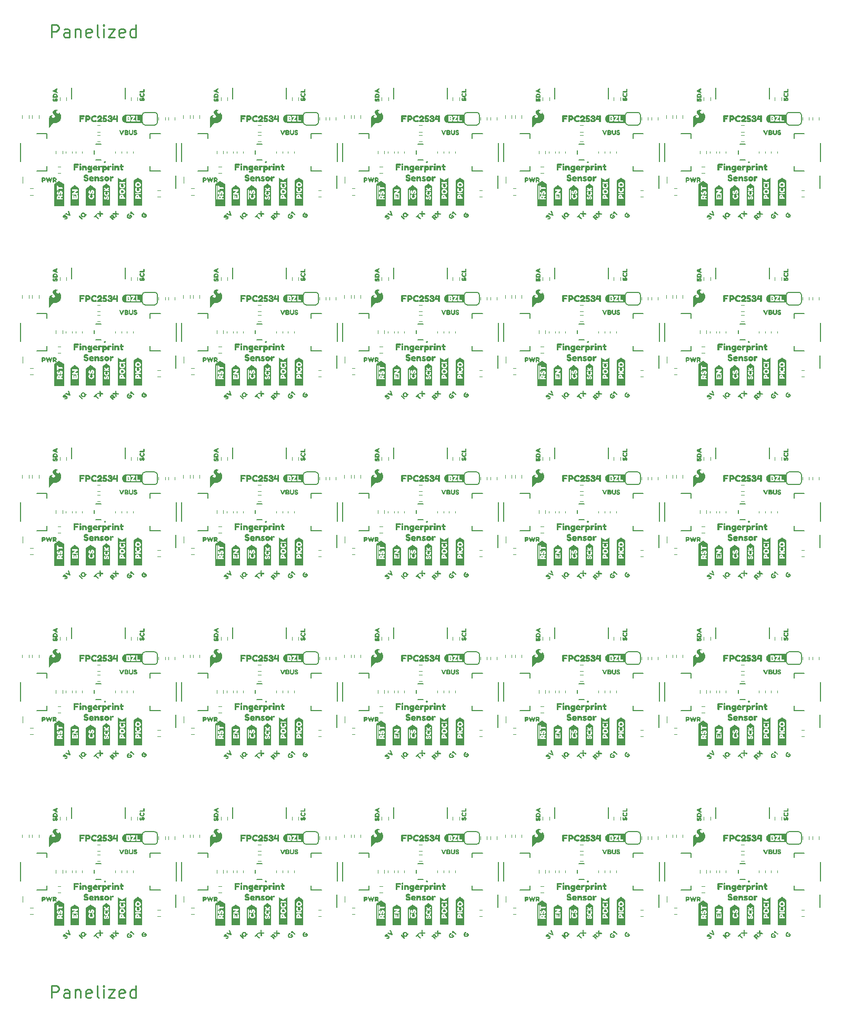
<source format=gto>
%TF.GenerationSoftware,KiCad,Pcbnew,9.0.1*%
%TF.CreationDate,2025-09-09T14:55:51-06:00*%
%TF.ProjectId,SparkFun_Qwiic_Fingerprint_Sensor_FPC2534_panelized,53706172-6b46-4756-9e5f-51776969635f,v10*%
%TF.SameCoordinates,Original*%
%TF.FileFunction,Legend,Top*%
%TF.FilePolarity,Positive*%
%FSLAX46Y46*%
G04 Gerber Fmt 4.6, Leading zero omitted, Abs format (unit mm)*
G04 Created by KiCad (PCBNEW 9.0.1) date 2025-09-09 14:55:51*
%MOMM*%
%LPD*%
G01*
G04 APERTURE LIST*
%ADD10C,0.250000*%
%ADD11C,0.120000*%
%ADD12C,0.000000*%
%ADD13C,0.152400*%
%ADD14C,0.177800*%
%ADD15C,0.203200*%
%ADD16C,0.200000*%
G04 APERTURE END LIST*
D10*
X5140663Y147002761D02*
X5140663Y149002761D01*
X5140663Y149002761D02*
X5902568Y149002761D01*
X5902568Y149002761D02*
X6093044Y148907523D01*
X6093044Y148907523D02*
X6188282Y148812285D01*
X6188282Y148812285D02*
X6283520Y148621809D01*
X6283520Y148621809D02*
X6283520Y148336095D01*
X6283520Y148336095D02*
X6188282Y148145619D01*
X6188282Y148145619D02*
X6093044Y148050380D01*
X6093044Y148050380D02*
X5902568Y147955142D01*
X5902568Y147955142D02*
X5140663Y147955142D01*
X7997806Y147002761D02*
X7997806Y148050380D01*
X7997806Y148050380D02*
X7902568Y148240857D01*
X7902568Y148240857D02*
X7712092Y148336095D01*
X7712092Y148336095D02*
X7331139Y148336095D01*
X7331139Y148336095D02*
X7140663Y148240857D01*
X7997806Y147098000D02*
X7807330Y147002761D01*
X7807330Y147002761D02*
X7331139Y147002761D01*
X7331139Y147002761D02*
X7140663Y147098000D01*
X7140663Y147098000D02*
X7045425Y147288476D01*
X7045425Y147288476D02*
X7045425Y147478952D01*
X7045425Y147478952D02*
X7140663Y147669428D01*
X7140663Y147669428D02*
X7331139Y147764666D01*
X7331139Y147764666D02*
X7807330Y147764666D01*
X7807330Y147764666D02*
X7997806Y147859904D01*
X8950187Y148336095D02*
X8950187Y147002761D01*
X8950187Y148145619D02*
X9045425Y148240857D01*
X9045425Y148240857D02*
X9235901Y148336095D01*
X9235901Y148336095D02*
X9521616Y148336095D01*
X9521616Y148336095D02*
X9712092Y148240857D01*
X9712092Y148240857D02*
X9807330Y148050380D01*
X9807330Y148050380D02*
X9807330Y147002761D01*
X11521616Y147098000D02*
X11331140Y147002761D01*
X11331140Y147002761D02*
X10950187Y147002761D01*
X10950187Y147002761D02*
X10759711Y147098000D01*
X10759711Y147098000D02*
X10664473Y147288476D01*
X10664473Y147288476D02*
X10664473Y148050380D01*
X10664473Y148050380D02*
X10759711Y148240857D01*
X10759711Y148240857D02*
X10950187Y148336095D01*
X10950187Y148336095D02*
X11331140Y148336095D01*
X11331140Y148336095D02*
X11521616Y148240857D01*
X11521616Y148240857D02*
X11616854Y148050380D01*
X11616854Y148050380D02*
X11616854Y147859904D01*
X11616854Y147859904D02*
X10664473Y147669428D01*
X12759711Y147002761D02*
X12569235Y147098000D01*
X12569235Y147098000D02*
X12473997Y147288476D01*
X12473997Y147288476D02*
X12473997Y149002761D01*
X13521616Y147002761D02*
X13521616Y148336095D01*
X13521616Y149002761D02*
X13426378Y148907523D01*
X13426378Y148907523D02*
X13521616Y148812285D01*
X13521616Y148812285D02*
X13616854Y148907523D01*
X13616854Y148907523D02*
X13521616Y149002761D01*
X13521616Y149002761D02*
X13521616Y148812285D01*
X14283521Y148336095D02*
X15331140Y148336095D01*
X15331140Y148336095D02*
X14283521Y147002761D01*
X14283521Y147002761D02*
X15331140Y147002761D01*
X16854950Y147098000D02*
X16664474Y147002761D01*
X16664474Y147002761D02*
X16283521Y147002761D01*
X16283521Y147002761D02*
X16093045Y147098000D01*
X16093045Y147098000D02*
X15997807Y147288476D01*
X15997807Y147288476D02*
X15997807Y148050380D01*
X15997807Y148050380D02*
X16093045Y148240857D01*
X16093045Y148240857D02*
X16283521Y148336095D01*
X16283521Y148336095D02*
X16664474Y148336095D01*
X16664474Y148336095D02*
X16854950Y148240857D01*
X16854950Y148240857D02*
X16950188Y148050380D01*
X16950188Y148050380D02*
X16950188Y147859904D01*
X16950188Y147859904D02*
X15997807Y147669428D01*
X18664474Y147002761D02*
X18664474Y149002761D01*
X18664474Y147098000D02*
X18473998Y147002761D01*
X18473998Y147002761D02*
X18093045Y147002761D01*
X18093045Y147002761D02*
X17902569Y147098000D01*
X17902569Y147098000D02*
X17807331Y147193238D01*
X17807331Y147193238D02*
X17712093Y147383714D01*
X17712093Y147383714D02*
X17712093Y147955142D01*
X17712093Y147955142D02*
X17807331Y148145619D01*
X17807331Y148145619D02*
X17902569Y148240857D01*
X17902569Y148240857D02*
X18093045Y148336095D01*
X18093045Y148336095D02*
X18473998Y148336095D01*
X18473998Y148336095D02*
X18664474Y148240857D01*
X5140663Y-7635238D02*
X5140663Y-5635238D01*
X5140663Y-5635238D02*
X5902568Y-5635238D01*
X5902568Y-5635238D02*
X6093044Y-5730476D01*
X6093044Y-5730476D02*
X6188282Y-5825714D01*
X6188282Y-5825714D02*
X6283520Y-6016190D01*
X6283520Y-6016190D02*
X6283520Y-6301904D01*
X6283520Y-6301904D02*
X6188282Y-6492380D01*
X6188282Y-6492380D02*
X6093044Y-6587619D01*
X6093044Y-6587619D02*
X5902568Y-6682857D01*
X5902568Y-6682857D02*
X5140663Y-6682857D01*
X7997806Y-7635238D02*
X7997806Y-6587619D01*
X7997806Y-6587619D02*
X7902568Y-6397142D01*
X7902568Y-6397142D02*
X7712092Y-6301904D01*
X7712092Y-6301904D02*
X7331139Y-6301904D01*
X7331139Y-6301904D02*
X7140663Y-6397142D01*
X7997806Y-7540000D02*
X7807330Y-7635238D01*
X7807330Y-7635238D02*
X7331139Y-7635238D01*
X7331139Y-7635238D02*
X7140663Y-7540000D01*
X7140663Y-7540000D02*
X7045425Y-7349523D01*
X7045425Y-7349523D02*
X7045425Y-7159047D01*
X7045425Y-7159047D02*
X7140663Y-6968571D01*
X7140663Y-6968571D02*
X7331139Y-6873333D01*
X7331139Y-6873333D02*
X7807330Y-6873333D01*
X7807330Y-6873333D02*
X7997806Y-6778095D01*
X8950187Y-6301904D02*
X8950187Y-7635238D01*
X8950187Y-6492380D02*
X9045425Y-6397142D01*
X9045425Y-6397142D02*
X9235901Y-6301904D01*
X9235901Y-6301904D02*
X9521616Y-6301904D01*
X9521616Y-6301904D02*
X9712092Y-6397142D01*
X9712092Y-6397142D02*
X9807330Y-6587619D01*
X9807330Y-6587619D02*
X9807330Y-7635238D01*
X11521616Y-7540000D02*
X11331140Y-7635238D01*
X11331140Y-7635238D02*
X10950187Y-7635238D01*
X10950187Y-7635238D02*
X10759711Y-7540000D01*
X10759711Y-7540000D02*
X10664473Y-7349523D01*
X10664473Y-7349523D02*
X10664473Y-6587619D01*
X10664473Y-6587619D02*
X10759711Y-6397142D01*
X10759711Y-6397142D02*
X10950187Y-6301904D01*
X10950187Y-6301904D02*
X11331140Y-6301904D01*
X11331140Y-6301904D02*
X11521616Y-6397142D01*
X11521616Y-6397142D02*
X11616854Y-6587619D01*
X11616854Y-6587619D02*
X11616854Y-6778095D01*
X11616854Y-6778095D02*
X10664473Y-6968571D01*
X12759711Y-7635238D02*
X12569235Y-7540000D01*
X12569235Y-7540000D02*
X12473997Y-7349523D01*
X12473997Y-7349523D02*
X12473997Y-5635238D01*
X13521616Y-7635238D02*
X13521616Y-6301904D01*
X13521616Y-5635238D02*
X13426378Y-5730476D01*
X13426378Y-5730476D02*
X13521616Y-5825714D01*
X13521616Y-5825714D02*
X13616854Y-5730476D01*
X13616854Y-5730476D02*
X13521616Y-5635238D01*
X13521616Y-5635238D02*
X13521616Y-5825714D01*
X14283521Y-6301904D02*
X15331140Y-6301904D01*
X15331140Y-6301904D02*
X14283521Y-7635238D01*
X14283521Y-7635238D02*
X15331140Y-7635238D01*
X16854950Y-7540000D02*
X16664474Y-7635238D01*
X16664474Y-7635238D02*
X16283521Y-7635238D01*
X16283521Y-7635238D02*
X16093045Y-7540000D01*
X16093045Y-7540000D02*
X15997807Y-7349523D01*
X15997807Y-7349523D02*
X15997807Y-6587619D01*
X15997807Y-6587619D02*
X16093045Y-6397142D01*
X16093045Y-6397142D02*
X16283521Y-6301904D01*
X16283521Y-6301904D02*
X16664474Y-6301904D01*
X16664474Y-6301904D02*
X16854950Y-6397142D01*
X16854950Y-6397142D02*
X16950188Y-6587619D01*
X16950188Y-6587619D02*
X16950188Y-6778095D01*
X16950188Y-6778095D02*
X15997807Y-6968571D01*
X18664474Y-7635238D02*
X18664474Y-5635238D01*
X18664474Y-7540000D02*
X18473998Y-7635238D01*
X18473998Y-7635238D02*
X18093045Y-7635238D01*
X18093045Y-7635238D02*
X17902569Y-7540000D01*
X17902569Y-7540000D02*
X17807331Y-7444761D01*
X17807331Y-7444761D02*
X17712093Y-7254285D01*
X17712093Y-7254285D02*
X17712093Y-6682857D01*
X17712093Y-6682857D02*
X17807331Y-6492380D01*
X17807331Y-6492380D02*
X17902569Y-6397142D01*
X17902569Y-6397142D02*
X18093045Y-6301904D01*
X18093045Y-6301904D02*
X18473998Y-6301904D01*
X18473998Y-6301904D02*
X18664474Y-6397142D01*
D11*
%TO.C,C3*%
X120870000Y128351420D02*
X120870000Y128632580D01*
X121890000Y128351420D02*
X121890000Y128632580D01*
X120870000Y99403420D02*
X120870000Y99684580D01*
X121890000Y99403420D02*
X121890000Y99684580D01*
X120870000Y70455420D02*
X120870000Y70736580D01*
X121890000Y70455420D02*
X121890000Y70736580D01*
X120870000Y41507420D02*
X120870000Y41788580D01*
X121890000Y41507420D02*
X121890000Y41788580D01*
X120870000Y12559420D02*
X120870000Y12840580D01*
X121890000Y12559420D02*
X121890000Y12840580D01*
X94970000Y128351420D02*
X94970000Y128632580D01*
X95990000Y128351420D02*
X95990000Y128632580D01*
X94970000Y99403420D02*
X94970000Y99684580D01*
X95990000Y99403420D02*
X95990000Y99684580D01*
X94970000Y70455420D02*
X94970000Y70736580D01*
X95990000Y70455420D02*
X95990000Y70736580D01*
X94970000Y41507420D02*
X94970000Y41788580D01*
X95990000Y41507420D02*
X95990000Y41788580D01*
X94970000Y12559420D02*
X94970000Y12840580D01*
X95990000Y12559420D02*
X95990000Y12840580D01*
X69070000Y128351420D02*
X69070000Y128632580D01*
X70090000Y128351420D02*
X70090000Y128632580D01*
X69070000Y99403420D02*
X69070000Y99684580D01*
X70090000Y99403420D02*
X70090000Y99684580D01*
X69070000Y70455420D02*
X69070000Y70736580D01*
X70090000Y70455420D02*
X70090000Y70736580D01*
X69070000Y41507420D02*
X69070000Y41788580D01*
X70090000Y41507420D02*
X70090000Y41788580D01*
X69070000Y12559420D02*
X69070000Y12840580D01*
X70090000Y12559420D02*
X70090000Y12840580D01*
X43170000Y128351420D02*
X43170000Y128632580D01*
X44190000Y128351420D02*
X44190000Y128632580D01*
X43170000Y99403420D02*
X43170000Y99684580D01*
X44190000Y99403420D02*
X44190000Y99684580D01*
X43170000Y70455420D02*
X43170000Y70736580D01*
X44190000Y70455420D02*
X44190000Y70736580D01*
X43170000Y41507420D02*
X43170000Y41788580D01*
X44190000Y41507420D02*
X44190000Y41788580D01*
X43170000Y12559420D02*
X43170000Y12840580D01*
X44190000Y12559420D02*
X44190000Y12840580D01*
X17270000Y128351420D02*
X17270000Y128632580D01*
X18290000Y128351420D02*
X18290000Y128632580D01*
X17270000Y99403420D02*
X17270000Y99684580D01*
X18290000Y99403420D02*
X18290000Y99684580D01*
X17270000Y70455420D02*
X17270000Y70736580D01*
X18290000Y70455420D02*
X18290000Y70736580D01*
X17270000Y41507420D02*
X17270000Y41788580D01*
X18290000Y41507420D02*
X18290000Y41788580D01*
D12*
%TO.C,kibuzzard-68B21331*%
G36*
X119345064Y134432418D02*
G01*
X119388340Y134396224D01*
X119403290Y134352161D01*
X119406438Y134298656D01*
X119406438Y133485065D01*
X119403290Y133430773D01*
X119387554Y133387497D01*
X119343491Y133352876D01*
X119260086Y133341861D01*
X119178255Y133352876D01*
X119134192Y133389071D01*
X119119242Y133432347D01*
X119116881Y133486639D01*
X119116881Y133650301D01*
X118734478Y133650301D01*
X118652647Y133661317D01*
X118608584Y133697511D01*
X118593634Y133740788D01*
X118591273Y133795079D01*
X118595994Y133845437D01*
X118717167Y134334851D01*
X118776180Y134438713D01*
X118894993Y134437139D01*
X118986266Y134391503D01*
X119008298Y134322261D01*
X118910730Y133920974D01*
X119116881Y133920974D01*
X119116881Y134306524D01*
X119119242Y134358456D01*
X119134192Y134399371D01*
X119179041Y134433205D01*
X119263233Y134443434D01*
X119345064Y134432418D01*
G37*
G36*
X113970172Y134439500D02*
G01*
X114012661Y134424550D01*
X114048069Y134380487D01*
X114059084Y134297082D01*
X114048069Y134214464D01*
X114011874Y134171188D01*
X113968598Y134156238D01*
X113914306Y134153878D01*
X113481545Y134153878D01*
X113481545Y134013820D01*
X113771102Y134013820D01*
X113822246Y134011460D01*
X113860014Y133998084D01*
X113889914Y133960315D01*
X113898569Y133887926D01*
X113889914Y133819471D01*
X113859227Y133783277D01*
X113820672Y133770687D01*
X113769528Y133768327D01*
X113481545Y133768327D01*
X113481545Y133483491D01*
X113479185Y133429200D01*
X113464235Y133386710D01*
X113420172Y133351303D01*
X113336767Y133340287D01*
X113254936Y133351303D01*
X113210873Y133387497D01*
X113195923Y133430773D01*
X113193562Y133485065D01*
X113193562Y134298656D01*
X113225823Y134411174D01*
X113341488Y134441861D01*
X113917454Y134441861D01*
X113970172Y134439500D01*
G37*
G36*
X114675572Y134435566D02*
G01*
X114742060Y134416682D01*
X114808155Y134385995D01*
X114871102Y134344293D01*
X114927164Y134288624D01*
X114972604Y134216038D01*
X115002700Y134130863D01*
X115012732Y134037426D01*
X115002897Y133944382D01*
X114973391Y133860387D01*
X114928344Y133788981D01*
X114871888Y133733706D01*
X114808155Y133692004D01*
X114741273Y133661317D01*
X114674195Y133642433D01*
X114609871Y133636138D01*
X114441488Y133636138D01*
X114441488Y133485065D01*
X114439127Y133430773D01*
X114424177Y133388284D01*
X114380114Y133352876D01*
X114296710Y133341861D01*
X114214878Y133352876D01*
X114170815Y133389071D01*
X114155866Y133432347D01*
X114153505Y133486639D01*
X114153505Y133924121D01*
X114441488Y133924121D01*
X114611445Y133924121D01*
X114689342Y133952447D01*
X114726323Y134038999D01*
X114692489Y134120830D01*
X114609871Y134153878D01*
X114441488Y134153878D01*
X114441488Y133924121D01*
X114153505Y133924121D01*
X114153505Y134298656D01*
X114155866Y134351374D01*
X114170815Y134394650D01*
X114214878Y134430845D01*
X114298283Y134441861D01*
X114611445Y134441861D01*
X114675572Y134435566D01*
G37*
G36*
X117507010Y134443434D02*
G01*
X117561302Y134440287D01*
X117603791Y134425337D01*
X117639199Y134381274D01*
X117650215Y134295509D01*
X117639986Y134216825D01*
X117606152Y134175122D01*
X117565236Y134160959D01*
X117514878Y134158599D01*
X117272532Y134158599D01*
X117261516Y134075194D01*
X117288269Y134078341D01*
X117296137Y134078341D01*
X117391782Y134066014D01*
X117479383Y134029033D01*
X117558941Y133967397D01*
X117621888Y133889500D01*
X117659657Y133803735D01*
X117672246Y133710101D01*
X117660006Y133605801D01*
X117623287Y133513216D01*
X117562089Y133432347D01*
X117482880Y133369837D01*
X117392132Y133332331D01*
X117289843Y133319829D01*
X117204864Y133326714D01*
X117126180Y133347368D01*
X117019170Y133401660D01*
X116986123Y133429986D01*
X116926323Y133525981D01*
X116984549Y133632991D01*
X117082117Y133686496D01*
X117189127Y133634564D01*
X117280401Y133609386D01*
X117355937Y133632991D01*
X117382690Y133699085D01*
X117354363Y133764393D01*
X117285122Y133790358D01*
X117223748Y133768327D01*
X117135622Y133730559D01*
X117033333Y133762032D01*
X116963305Y133809242D01*
X116943634Y133854879D01*
X117001860Y134301803D01*
X117009728Y134345866D01*
X117027825Y134389142D01*
X117071888Y134430845D01*
X117146638Y134445008D01*
X117507010Y134443434D01*
G37*
G36*
X116567525Y134444134D02*
G01*
X116664568Y134403743D01*
X116750072Y134336424D01*
X116816516Y134249872D01*
X116856382Y134151779D01*
X116869671Y134042147D01*
X116861999Y133962676D01*
X116838984Y133887926D01*
X116803380Y133821045D01*
X116757940Y133765180D01*
X116661946Y133682562D01*
X116567525Y133626696D01*
X116764235Y133626696D01*
X116818526Y133623549D01*
X116861016Y133607812D01*
X116896423Y133563749D01*
X116907439Y133480344D01*
X116896423Y133399300D01*
X116860229Y133356024D01*
X116815379Y133340287D01*
X116761087Y133337139D01*
X116192990Y133337139D01*
X116092275Y133380416D01*
X116049785Y133483491D01*
X116063948Y133563356D01*
X116106438Y133636138D01*
X116161123Y133692200D01*
X116237053Y133750230D01*
X116320064Y133804325D01*
X116395994Y133848584D01*
X116464253Y133892647D01*
X116524249Y133946152D01*
X116566148Y134005165D01*
X116580114Y134065752D01*
X116574607Y134107454D01*
X116539986Y134148370D01*
X116460515Y134169614D01*
X116368455Y134136961D01*
X116337768Y134038999D01*
X116335408Y133988642D01*
X116320458Y133948513D01*
X116276395Y133915466D01*
X116192990Y133905237D01*
X116111159Y133916253D01*
X116067096Y133952447D01*
X116052146Y133995723D01*
X116049785Y134050015D01*
X116062375Y134150555D01*
X116100143Y134244452D01*
X116163090Y134331703D01*
X116246320Y134401644D01*
X116344937Y134443609D01*
X116458941Y134457597D01*
X116567525Y134444134D01*
G37*
G36*
X115724909Y134443084D02*
G01*
X115821427Y134413709D01*
X115920744Y134364750D01*
X115963233Y134334851D01*
X115992346Y134301803D01*
X116007296Y134254593D01*
X115972675Y134166467D01*
X115913662Y134102733D01*
X115859371Y134081489D01*
X115774392Y134117683D01*
X115764163Y134124765D01*
X115750787Y134133420D01*
X115735837Y134142075D01*
X115714592Y134149943D01*
X115689413Y134156238D01*
X115657940Y134161746D01*
X115620172Y134163320D01*
X115530472Y134147583D01*
X115441559Y134101160D01*
X115371531Y134015394D01*
X115351466Y133956381D01*
X115344778Y133889500D01*
X115356778Y133803538D01*
X115392775Y133731345D01*
X115443723Y133676070D01*
X115500572Y133640859D01*
X115620172Y133615680D01*
X115703183Y133628663D01*
X115782260Y133667612D01*
X115860944Y133699085D01*
X115914449Y133676660D01*
X115971102Y133609386D01*
X116005722Y133518112D01*
X115983691Y133460673D01*
X115919170Y133412676D01*
X115825799Y133363717D01*
X115728231Y133334342D01*
X115626466Y133324550D01*
X115559782Y133329271D01*
X115488770Y133343434D01*
X115414413Y133368810D01*
X115337697Y133407168D01*
X115263931Y133456739D01*
X115198426Y133515752D01*
X115142364Y133588338D01*
X115096924Y133678627D01*
X115066828Y133782883D01*
X115056795Y133897368D01*
X115066631Y134007526D01*
X115096137Y134108241D01*
X115140987Y134195777D01*
X115196853Y134266396D01*
X115262357Y134323835D01*
X115336123Y134371832D01*
X115413233Y134409010D01*
X115488770Y134433992D01*
X115561749Y134448155D01*
X115631187Y134452876D01*
X115724909Y134443084D01*
G37*
G36*
X118250922Y134445707D02*
G01*
X118348752Y134410037D01*
X118429971Y134350587D01*
X118490733Y134276624D01*
X118527190Y134197416D01*
X118539342Y134112962D01*
X118512196Y133997690D01*
X118430758Y133919400D01*
X118518884Y133834421D01*
X118550751Y133771474D01*
X118561373Y133695938D01*
X118547997Y133594086D01*
X118507868Y133504649D01*
X118440987Y133427626D01*
X118353648Y133368613D01*
X118252146Y133333205D01*
X118136481Y133321403D01*
X118028946Y133333205D01*
X117930854Y133368613D01*
X117842203Y133427626D01*
X117772262Y133502201D01*
X117730297Y133584294D01*
X117716309Y133673906D01*
X117755651Y133748263D01*
X117873677Y133773048D01*
X117960229Y133755737D01*
X118005866Y133681775D01*
X118009013Y133673119D01*
X118020815Y133654235D01*
X118044421Y133630630D01*
X118082189Y133611746D01*
X118138054Y133603091D01*
X118236409Y133627483D01*
X118273391Y133692790D01*
X118243097Y133761245D01*
X118152217Y133784064D01*
X118108941Y133784064D01*
X118072747Y133791145D01*
X118037339Y133810816D01*
X118018455Y133851732D01*
X118009013Y133920974D01*
X118019242Y133999657D01*
X118052289Y134040573D01*
X118092418Y134053949D01*
X118142775Y134056310D01*
X118153791Y134056310D01*
X118226967Y134066539D01*
X118249785Y134106667D01*
X118223820Y134160959D01*
X118152217Y134180630D01*
X118084549Y134164893D01*
X118038913Y134117683D01*
X117991003Y134052813D01*
X117924909Y134034453D01*
X117840629Y134062604D01*
X117762732Y134149157D01*
X117785551Y134257740D01*
X117787911Y134263248D01*
X117796567Y134280559D01*
X117812303Y134306524D01*
X117837482Y134337998D01*
X117872103Y134371832D01*
X117918526Y134404092D01*
X117976753Y134431632D01*
X118049142Y134450516D01*
X118136481Y134457597D01*
X118250922Y134445707D01*
G37*
G36*
X119345064Y105484418D02*
G01*
X119388340Y105448224D01*
X119403290Y105404161D01*
X119406438Y105350656D01*
X119406438Y104537065D01*
X119403290Y104482773D01*
X119387554Y104439497D01*
X119343491Y104404876D01*
X119260086Y104393861D01*
X119178255Y104404876D01*
X119134192Y104441071D01*
X119119242Y104484347D01*
X119116881Y104538639D01*
X119116881Y104702301D01*
X118734478Y104702301D01*
X118652647Y104713317D01*
X118608584Y104749511D01*
X118593634Y104792788D01*
X118591273Y104847079D01*
X118595994Y104897437D01*
X118717167Y105386851D01*
X118776180Y105490713D01*
X118894993Y105489139D01*
X118986266Y105443503D01*
X119008298Y105374261D01*
X118910730Y104972974D01*
X119116881Y104972974D01*
X119116881Y105358524D01*
X119119242Y105410456D01*
X119134192Y105451371D01*
X119179041Y105485205D01*
X119263233Y105495434D01*
X119345064Y105484418D01*
G37*
G36*
X113970172Y105491500D02*
G01*
X114012661Y105476550D01*
X114048069Y105432487D01*
X114059084Y105349082D01*
X114048069Y105266464D01*
X114011874Y105223188D01*
X113968598Y105208238D01*
X113914306Y105205878D01*
X113481545Y105205878D01*
X113481545Y105065820D01*
X113771102Y105065820D01*
X113822246Y105063460D01*
X113860014Y105050084D01*
X113889914Y105012315D01*
X113898569Y104939926D01*
X113889914Y104871471D01*
X113859227Y104835277D01*
X113820672Y104822687D01*
X113769528Y104820327D01*
X113481545Y104820327D01*
X113481545Y104535491D01*
X113479185Y104481200D01*
X113464235Y104438710D01*
X113420172Y104403303D01*
X113336767Y104392287D01*
X113254936Y104403303D01*
X113210873Y104439497D01*
X113195923Y104482773D01*
X113193562Y104537065D01*
X113193562Y105350656D01*
X113225823Y105463174D01*
X113341488Y105493861D01*
X113917454Y105493861D01*
X113970172Y105491500D01*
G37*
G36*
X114675572Y105487566D02*
G01*
X114742060Y105468682D01*
X114808155Y105437995D01*
X114871102Y105396293D01*
X114927164Y105340624D01*
X114972604Y105268038D01*
X115002700Y105182863D01*
X115012732Y105089426D01*
X115002897Y104996382D01*
X114973391Y104912387D01*
X114928344Y104840981D01*
X114871888Y104785706D01*
X114808155Y104744004D01*
X114741273Y104713317D01*
X114674195Y104694433D01*
X114609871Y104688138D01*
X114441488Y104688138D01*
X114441488Y104537065D01*
X114439127Y104482773D01*
X114424177Y104440284D01*
X114380114Y104404876D01*
X114296710Y104393861D01*
X114214878Y104404876D01*
X114170815Y104441071D01*
X114155866Y104484347D01*
X114153505Y104538639D01*
X114153505Y104976121D01*
X114441488Y104976121D01*
X114611445Y104976121D01*
X114689342Y105004447D01*
X114726323Y105090999D01*
X114692489Y105172830D01*
X114609871Y105205878D01*
X114441488Y105205878D01*
X114441488Y104976121D01*
X114153505Y104976121D01*
X114153505Y105350656D01*
X114155866Y105403374D01*
X114170815Y105446650D01*
X114214878Y105482845D01*
X114298283Y105493861D01*
X114611445Y105493861D01*
X114675572Y105487566D01*
G37*
G36*
X117507010Y105495434D02*
G01*
X117561302Y105492287D01*
X117603791Y105477337D01*
X117639199Y105433274D01*
X117650215Y105347509D01*
X117639986Y105268825D01*
X117606152Y105227122D01*
X117565236Y105212959D01*
X117514878Y105210599D01*
X117272532Y105210599D01*
X117261516Y105127194D01*
X117288269Y105130341D01*
X117296137Y105130341D01*
X117391782Y105118014D01*
X117479383Y105081033D01*
X117558941Y105019397D01*
X117621888Y104941500D01*
X117659657Y104855735D01*
X117672246Y104762101D01*
X117660006Y104657801D01*
X117623287Y104565216D01*
X117562089Y104484347D01*
X117482880Y104421837D01*
X117392132Y104384331D01*
X117289843Y104371829D01*
X117204864Y104378714D01*
X117126180Y104399368D01*
X117019170Y104453660D01*
X116986123Y104481986D01*
X116926323Y104577981D01*
X116984549Y104684991D01*
X117082117Y104738496D01*
X117189127Y104686564D01*
X117280401Y104661386D01*
X117355937Y104684991D01*
X117382690Y104751085D01*
X117354363Y104816393D01*
X117285122Y104842358D01*
X117223748Y104820327D01*
X117135622Y104782559D01*
X117033333Y104814032D01*
X116963305Y104861242D01*
X116943634Y104906879D01*
X117001860Y105353803D01*
X117009728Y105397866D01*
X117027825Y105441142D01*
X117071888Y105482845D01*
X117146638Y105497008D01*
X117507010Y105495434D01*
G37*
G36*
X116567525Y105496134D02*
G01*
X116664568Y105455743D01*
X116750072Y105388424D01*
X116816516Y105301872D01*
X116856382Y105203779D01*
X116869671Y105094147D01*
X116861999Y105014676D01*
X116838984Y104939926D01*
X116803380Y104873045D01*
X116757940Y104817180D01*
X116661946Y104734562D01*
X116567525Y104678696D01*
X116764235Y104678696D01*
X116818526Y104675549D01*
X116861016Y104659812D01*
X116896423Y104615749D01*
X116907439Y104532344D01*
X116896423Y104451300D01*
X116860229Y104408024D01*
X116815379Y104392287D01*
X116761087Y104389139D01*
X116192990Y104389139D01*
X116092275Y104432416D01*
X116049785Y104535491D01*
X116063948Y104615356D01*
X116106438Y104688138D01*
X116161123Y104744200D01*
X116237053Y104802230D01*
X116320064Y104856325D01*
X116395994Y104900584D01*
X116464253Y104944647D01*
X116524249Y104998152D01*
X116566148Y105057165D01*
X116580114Y105117752D01*
X116574607Y105159454D01*
X116539986Y105200370D01*
X116460515Y105221614D01*
X116368455Y105188961D01*
X116337768Y105090999D01*
X116335408Y105040642D01*
X116320458Y105000513D01*
X116276395Y104967466D01*
X116192990Y104957237D01*
X116111159Y104968253D01*
X116067096Y105004447D01*
X116052146Y105047723D01*
X116049785Y105102015D01*
X116062375Y105202555D01*
X116100143Y105296452D01*
X116163090Y105383703D01*
X116246320Y105453644D01*
X116344937Y105495609D01*
X116458941Y105509597D01*
X116567525Y105496134D01*
G37*
G36*
X115724909Y105495084D02*
G01*
X115821427Y105465709D01*
X115920744Y105416750D01*
X115963233Y105386851D01*
X115992346Y105353803D01*
X116007296Y105306593D01*
X115972675Y105218467D01*
X115913662Y105154733D01*
X115859371Y105133489D01*
X115774392Y105169683D01*
X115764163Y105176765D01*
X115750787Y105185420D01*
X115735837Y105194075D01*
X115714592Y105201943D01*
X115689413Y105208238D01*
X115657940Y105213746D01*
X115620172Y105215320D01*
X115530472Y105199583D01*
X115441559Y105153160D01*
X115371531Y105067394D01*
X115351466Y105008381D01*
X115344778Y104941500D01*
X115356778Y104855538D01*
X115392775Y104783345D01*
X115443723Y104728070D01*
X115500572Y104692859D01*
X115620172Y104667680D01*
X115703183Y104680663D01*
X115782260Y104719612D01*
X115860944Y104751085D01*
X115914449Y104728660D01*
X115971102Y104661386D01*
X116005722Y104570112D01*
X115983691Y104512673D01*
X115919170Y104464676D01*
X115825799Y104415717D01*
X115728231Y104386342D01*
X115626466Y104376550D01*
X115559782Y104381271D01*
X115488770Y104395434D01*
X115414413Y104420810D01*
X115337697Y104459168D01*
X115263931Y104508739D01*
X115198426Y104567752D01*
X115142364Y104640338D01*
X115096924Y104730627D01*
X115066828Y104834883D01*
X115056795Y104949368D01*
X115066631Y105059526D01*
X115096137Y105160241D01*
X115140987Y105247777D01*
X115196853Y105318396D01*
X115262357Y105375835D01*
X115336123Y105423832D01*
X115413233Y105461010D01*
X115488770Y105485992D01*
X115561749Y105500155D01*
X115631187Y105504876D01*
X115724909Y105495084D01*
G37*
G36*
X118250922Y105497707D02*
G01*
X118348752Y105462037D01*
X118429971Y105402587D01*
X118490733Y105328624D01*
X118527190Y105249416D01*
X118539342Y105164962D01*
X118512196Y105049690D01*
X118430758Y104971400D01*
X118518884Y104886421D01*
X118550751Y104823474D01*
X118561373Y104747938D01*
X118547997Y104646086D01*
X118507868Y104556649D01*
X118440987Y104479626D01*
X118353648Y104420613D01*
X118252146Y104385205D01*
X118136481Y104373403D01*
X118028946Y104385205D01*
X117930854Y104420613D01*
X117842203Y104479626D01*
X117772262Y104554201D01*
X117730297Y104636294D01*
X117716309Y104725906D01*
X117755651Y104800263D01*
X117873677Y104825048D01*
X117960229Y104807737D01*
X118005866Y104733775D01*
X118009013Y104725119D01*
X118020815Y104706235D01*
X118044421Y104682630D01*
X118082189Y104663746D01*
X118138054Y104655091D01*
X118236409Y104679483D01*
X118273391Y104744790D01*
X118243097Y104813245D01*
X118152217Y104836064D01*
X118108941Y104836064D01*
X118072747Y104843145D01*
X118037339Y104862816D01*
X118018455Y104903732D01*
X118009013Y104972974D01*
X118019242Y105051657D01*
X118052289Y105092573D01*
X118092418Y105105949D01*
X118142775Y105108310D01*
X118153791Y105108310D01*
X118226967Y105118539D01*
X118249785Y105158667D01*
X118223820Y105212959D01*
X118152217Y105232630D01*
X118084549Y105216893D01*
X118038913Y105169683D01*
X117991003Y105104813D01*
X117924909Y105086453D01*
X117840629Y105114604D01*
X117762732Y105201157D01*
X117785551Y105309740D01*
X117787911Y105315248D01*
X117796567Y105332559D01*
X117812303Y105358524D01*
X117837482Y105389998D01*
X117872103Y105423832D01*
X117918526Y105456092D01*
X117976753Y105483632D01*
X118049142Y105502516D01*
X118136481Y105509597D01*
X118250922Y105497707D01*
G37*
G36*
X119345064Y76536418D02*
G01*
X119388340Y76500224D01*
X119403290Y76456161D01*
X119406438Y76402656D01*
X119406438Y75589065D01*
X119403290Y75534773D01*
X119387554Y75491497D01*
X119343491Y75456876D01*
X119260086Y75445861D01*
X119178255Y75456876D01*
X119134192Y75493071D01*
X119119242Y75536347D01*
X119116881Y75590639D01*
X119116881Y75754301D01*
X118734478Y75754301D01*
X118652647Y75765317D01*
X118608584Y75801511D01*
X118593634Y75844788D01*
X118591273Y75899079D01*
X118595994Y75949437D01*
X118717167Y76438851D01*
X118776180Y76542713D01*
X118894993Y76541139D01*
X118986266Y76495503D01*
X119008298Y76426261D01*
X118910730Y76024974D01*
X119116881Y76024974D01*
X119116881Y76410524D01*
X119119242Y76462456D01*
X119134192Y76503371D01*
X119179041Y76537205D01*
X119263233Y76547434D01*
X119345064Y76536418D01*
G37*
G36*
X113970172Y76543500D02*
G01*
X114012661Y76528550D01*
X114048069Y76484487D01*
X114059084Y76401082D01*
X114048069Y76318464D01*
X114011874Y76275188D01*
X113968598Y76260238D01*
X113914306Y76257878D01*
X113481545Y76257878D01*
X113481545Y76117820D01*
X113771102Y76117820D01*
X113822246Y76115460D01*
X113860014Y76102084D01*
X113889914Y76064315D01*
X113898569Y75991926D01*
X113889914Y75923471D01*
X113859227Y75887277D01*
X113820672Y75874687D01*
X113769528Y75872327D01*
X113481545Y75872327D01*
X113481545Y75587491D01*
X113479185Y75533200D01*
X113464235Y75490710D01*
X113420172Y75455303D01*
X113336767Y75444287D01*
X113254936Y75455303D01*
X113210873Y75491497D01*
X113195923Y75534773D01*
X113193562Y75589065D01*
X113193562Y76402656D01*
X113225823Y76515174D01*
X113341488Y76545861D01*
X113917454Y76545861D01*
X113970172Y76543500D01*
G37*
G36*
X114675572Y76539566D02*
G01*
X114742060Y76520682D01*
X114808155Y76489995D01*
X114871102Y76448293D01*
X114927164Y76392624D01*
X114972604Y76320038D01*
X115002700Y76234863D01*
X115012732Y76141426D01*
X115002897Y76048382D01*
X114973391Y75964387D01*
X114928344Y75892981D01*
X114871888Y75837706D01*
X114808155Y75796004D01*
X114741273Y75765317D01*
X114674195Y75746433D01*
X114609871Y75740138D01*
X114441488Y75740138D01*
X114441488Y75589065D01*
X114439127Y75534773D01*
X114424177Y75492284D01*
X114380114Y75456876D01*
X114296710Y75445861D01*
X114214878Y75456876D01*
X114170815Y75493071D01*
X114155866Y75536347D01*
X114153505Y75590639D01*
X114153505Y76028121D01*
X114441488Y76028121D01*
X114611445Y76028121D01*
X114689342Y76056447D01*
X114726323Y76142999D01*
X114692489Y76224830D01*
X114609871Y76257878D01*
X114441488Y76257878D01*
X114441488Y76028121D01*
X114153505Y76028121D01*
X114153505Y76402656D01*
X114155866Y76455374D01*
X114170815Y76498650D01*
X114214878Y76534845D01*
X114298283Y76545861D01*
X114611445Y76545861D01*
X114675572Y76539566D01*
G37*
G36*
X117507010Y76547434D02*
G01*
X117561302Y76544287D01*
X117603791Y76529337D01*
X117639199Y76485274D01*
X117650215Y76399509D01*
X117639986Y76320825D01*
X117606152Y76279122D01*
X117565236Y76264959D01*
X117514878Y76262599D01*
X117272532Y76262599D01*
X117261516Y76179194D01*
X117288269Y76182341D01*
X117296137Y76182341D01*
X117391782Y76170014D01*
X117479383Y76133033D01*
X117558941Y76071397D01*
X117621888Y75993500D01*
X117659657Y75907735D01*
X117672246Y75814101D01*
X117660006Y75709801D01*
X117623287Y75617216D01*
X117562089Y75536347D01*
X117482880Y75473837D01*
X117392132Y75436331D01*
X117289843Y75423829D01*
X117204864Y75430714D01*
X117126180Y75451368D01*
X117019170Y75505660D01*
X116986123Y75533986D01*
X116926323Y75629981D01*
X116984549Y75736991D01*
X117082117Y75790496D01*
X117189127Y75738564D01*
X117280401Y75713386D01*
X117355937Y75736991D01*
X117382690Y75803085D01*
X117354363Y75868393D01*
X117285122Y75894358D01*
X117223748Y75872327D01*
X117135622Y75834559D01*
X117033333Y75866032D01*
X116963305Y75913242D01*
X116943634Y75958879D01*
X117001860Y76405803D01*
X117009728Y76449866D01*
X117027825Y76493142D01*
X117071888Y76534845D01*
X117146638Y76549008D01*
X117507010Y76547434D01*
G37*
G36*
X116567525Y76548134D02*
G01*
X116664568Y76507743D01*
X116750072Y76440424D01*
X116816516Y76353872D01*
X116856382Y76255779D01*
X116869671Y76146147D01*
X116861999Y76066676D01*
X116838984Y75991926D01*
X116803380Y75925045D01*
X116757940Y75869180D01*
X116661946Y75786562D01*
X116567525Y75730696D01*
X116764235Y75730696D01*
X116818526Y75727549D01*
X116861016Y75711812D01*
X116896423Y75667749D01*
X116907439Y75584344D01*
X116896423Y75503300D01*
X116860229Y75460024D01*
X116815379Y75444287D01*
X116761087Y75441139D01*
X116192990Y75441139D01*
X116092275Y75484416D01*
X116049785Y75587491D01*
X116063948Y75667356D01*
X116106438Y75740138D01*
X116161123Y75796200D01*
X116237053Y75854230D01*
X116320064Y75908325D01*
X116395994Y75952584D01*
X116464253Y75996647D01*
X116524249Y76050152D01*
X116566148Y76109165D01*
X116580114Y76169752D01*
X116574607Y76211454D01*
X116539986Y76252370D01*
X116460515Y76273614D01*
X116368455Y76240961D01*
X116337768Y76142999D01*
X116335408Y76092642D01*
X116320458Y76052513D01*
X116276395Y76019466D01*
X116192990Y76009237D01*
X116111159Y76020253D01*
X116067096Y76056447D01*
X116052146Y76099723D01*
X116049785Y76154015D01*
X116062375Y76254555D01*
X116100143Y76348452D01*
X116163090Y76435703D01*
X116246320Y76505644D01*
X116344937Y76547609D01*
X116458941Y76561597D01*
X116567525Y76548134D01*
G37*
G36*
X115724909Y76547084D02*
G01*
X115821427Y76517709D01*
X115920744Y76468750D01*
X115963233Y76438851D01*
X115992346Y76405803D01*
X116007296Y76358593D01*
X115972675Y76270467D01*
X115913662Y76206733D01*
X115859371Y76185489D01*
X115774392Y76221683D01*
X115764163Y76228765D01*
X115750787Y76237420D01*
X115735837Y76246075D01*
X115714592Y76253943D01*
X115689413Y76260238D01*
X115657940Y76265746D01*
X115620172Y76267320D01*
X115530472Y76251583D01*
X115441559Y76205160D01*
X115371531Y76119394D01*
X115351466Y76060381D01*
X115344778Y75993500D01*
X115356778Y75907538D01*
X115392775Y75835345D01*
X115443723Y75780070D01*
X115500572Y75744859D01*
X115620172Y75719680D01*
X115703183Y75732663D01*
X115782260Y75771612D01*
X115860944Y75803085D01*
X115914449Y75780660D01*
X115971102Y75713386D01*
X116005722Y75622112D01*
X115983691Y75564673D01*
X115919170Y75516676D01*
X115825799Y75467717D01*
X115728231Y75438342D01*
X115626466Y75428550D01*
X115559782Y75433271D01*
X115488770Y75447434D01*
X115414413Y75472810D01*
X115337697Y75511168D01*
X115263931Y75560739D01*
X115198426Y75619752D01*
X115142364Y75692338D01*
X115096924Y75782627D01*
X115066828Y75886883D01*
X115056795Y76001368D01*
X115066631Y76111526D01*
X115096137Y76212241D01*
X115140987Y76299777D01*
X115196853Y76370396D01*
X115262357Y76427835D01*
X115336123Y76475832D01*
X115413233Y76513010D01*
X115488770Y76537992D01*
X115561749Y76552155D01*
X115631187Y76556876D01*
X115724909Y76547084D01*
G37*
G36*
X118250922Y76549707D02*
G01*
X118348752Y76514037D01*
X118429971Y76454587D01*
X118490733Y76380624D01*
X118527190Y76301416D01*
X118539342Y76216962D01*
X118512196Y76101690D01*
X118430758Y76023400D01*
X118518884Y75938421D01*
X118550751Y75875474D01*
X118561373Y75799938D01*
X118547997Y75698086D01*
X118507868Y75608649D01*
X118440987Y75531626D01*
X118353648Y75472613D01*
X118252146Y75437205D01*
X118136481Y75425403D01*
X118028946Y75437205D01*
X117930854Y75472613D01*
X117842203Y75531626D01*
X117772262Y75606201D01*
X117730297Y75688294D01*
X117716309Y75777906D01*
X117755651Y75852263D01*
X117873677Y75877048D01*
X117960229Y75859737D01*
X118005866Y75785775D01*
X118009013Y75777119D01*
X118020815Y75758235D01*
X118044421Y75734630D01*
X118082189Y75715746D01*
X118138054Y75707091D01*
X118236409Y75731483D01*
X118273391Y75796790D01*
X118243097Y75865245D01*
X118152217Y75888064D01*
X118108941Y75888064D01*
X118072747Y75895145D01*
X118037339Y75914816D01*
X118018455Y75955732D01*
X118009013Y76024974D01*
X118019242Y76103657D01*
X118052289Y76144573D01*
X118092418Y76157949D01*
X118142775Y76160310D01*
X118153791Y76160310D01*
X118226967Y76170539D01*
X118249785Y76210667D01*
X118223820Y76264959D01*
X118152217Y76284630D01*
X118084549Y76268893D01*
X118038913Y76221683D01*
X117991003Y76156813D01*
X117924909Y76138453D01*
X117840629Y76166604D01*
X117762732Y76253157D01*
X117785551Y76361740D01*
X117787911Y76367248D01*
X117796567Y76384559D01*
X117812303Y76410524D01*
X117837482Y76441998D01*
X117872103Y76475832D01*
X117918526Y76508092D01*
X117976753Y76535632D01*
X118049142Y76554516D01*
X118136481Y76561597D01*
X118250922Y76549707D01*
G37*
G36*
X119345064Y47588418D02*
G01*
X119388340Y47552224D01*
X119403290Y47508161D01*
X119406438Y47454656D01*
X119406438Y46641065D01*
X119403290Y46586773D01*
X119387554Y46543497D01*
X119343491Y46508876D01*
X119260086Y46497861D01*
X119178255Y46508876D01*
X119134192Y46545071D01*
X119119242Y46588347D01*
X119116881Y46642639D01*
X119116881Y46806301D01*
X118734478Y46806301D01*
X118652647Y46817317D01*
X118608584Y46853511D01*
X118593634Y46896788D01*
X118591273Y46951079D01*
X118595994Y47001437D01*
X118717167Y47490851D01*
X118776180Y47594713D01*
X118894993Y47593139D01*
X118986266Y47547503D01*
X119008298Y47478261D01*
X118910730Y47076974D01*
X119116881Y47076974D01*
X119116881Y47462524D01*
X119119242Y47514456D01*
X119134192Y47555371D01*
X119179041Y47589205D01*
X119263233Y47599434D01*
X119345064Y47588418D01*
G37*
G36*
X113970172Y47595500D02*
G01*
X114012661Y47580550D01*
X114048069Y47536487D01*
X114059084Y47453082D01*
X114048069Y47370464D01*
X114011874Y47327188D01*
X113968598Y47312238D01*
X113914306Y47309878D01*
X113481545Y47309878D01*
X113481545Y47169820D01*
X113771102Y47169820D01*
X113822246Y47167460D01*
X113860014Y47154084D01*
X113889914Y47116315D01*
X113898569Y47043926D01*
X113889914Y46975471D01*
X113859227Y46939277D01*
X113820672Y46926687D01*
X113769528Y46924327D01*
X113481545Y46924327D01*
X113481545Y46639491D01*
X113479185Y46585200D01*
X113464235Y46542710D01*
X113420172Y46507303D01*
X113336767Y46496287D01*
X113254936Y46507303D01*
X113210873Y46543497D01*
X113195923Y46586773D01*
X113193562Y46641065D01*
X113193562Y47454656D01*
X113225823Y47567174D01*
X113341488Y47597861D01*
X113917454Y47597861D01*
X113970172Y47595500D01*
G37*
G36*
X114675572Y47591566D02*
G01*
X114742060Y47572682D01*
X114808155Y47541995D01*
X114871102Y47500293D01*
X114927164Y47444624D01*
X114972604Y47372038D01*
X115002700Y47286863D01*
X115012732Y47193426D01*
X115002897Y47100382D01*
X114973391Y47016387D01*
X114928344Y46944981D01*
X114871888Y46889706D01*
X114808155Y46848004D01*
X114741273Y46817317D01*
X114674195Y46798433D01*
X114609871Y46792138D01*
X114441488Y46792138D01*
X114441488Y46641065D01*
X114439127Y46586773D01*
X114424177Y46544284D01*
X114380114Y46508876D01*
X114296710Y46497861D01*
X114214878Y46508876D01*
X114170815Y46545071D01*
X114155866Y46588347D01*
X114153505Y46642639D01*
X114153505Y47080121D01*
X114441488Y47080121D01*
X114611445Y47080121D01*
X114689342Y47108447D01*
X114726323Y47194999D01*
X114692489Y47276830D01*
X114609871Y47309878D01*
X114441488Y47309878D01*
X114441488Y47080121D01*
X114153505Y47080121D01*
X114153505Y47454656D01*
X114155866Y47507374D01*
X114170815Y47550650D01*
X114214878Y47586845D01*
X114298283Y47597861D01*
X114611445Y47597861D01*
X114675572Y47591566D01*
G37*
G36*
X117507010Y47599434D02*
G01*
X117561302Y47596287D01*
X117603791Y47581337D01*
X117639199Y47537274D01*
X117650215Y47451509D01*
X117639986Y47372825D01*
X117606152Y47331122D01*
X117565236Y47316959D01*
X117514878Y47314599D01*
X117272532Y47314599D01*
X117261516Y47231194D01*
X117288269Y47234341D01*
X117296137Y47234341D01*
X117391782Y47222014D01*
X117479383Y47185033D01*
X117558941Y47123397D01*
X117621888Y47045500D01*
X117659657Y46959735D01*
X117672246Y46866101D01*
X117660006Y46761801D01*
X117623287Y46669216D01*
X117562089Y46588347D01*
X117482880Y46525837D01*
X117392132Y46488331D01*
X117289843Y46475829D01*
X117204864Y46482714D01*
X117126180Y46503368D01*
X117019170Y46557660D01*
X116986123Y46585986D01*
X116926323Y46681981D01*
X116984549Y46788991D01*
X117082117Y46842496D01*
X117189127Y46790564D01*
X117280401Y46765386D01*
X117355937Y46788991D01*
X117382690Y46855085D01*
X117354363Y46920393D01*
X117285122Y46946358D01*
X117223748Y46924327D01*
X117135622Y46886559D01*
X117033333Y46918032D01*
X116963305Y46965242D01*
X116943634Y47010879D01*
X117001860Y47457803D01*
X117009728Y47501866D01*
X117027825Y47545142D01*
X117071888Y47586845D01*
X117146638Y47601008D01*
X117507010Y47599434D01*
G37*
G36*
X116567525Y47600134D02*
G01*
X116664568Y47559743D01*
X116750072Y47492424D01*
X116816516Y47405872D01*
X116856382Y47307779D01*
X116869671Y47198147D01*
X116861999Y47118676D01*
X116838984Y47043926D01*
X116803380Y46977045D01*
X116757940Y46921180D01*
X116661946Y46838562D01*
X116567525Y46782696D01*
X116764235Y46782696D01*
X116818526Y46779549D01*
X116861016Y46763812D01*
X116896423Y46719749D01*
X116907439Y46636344D01*
X116896423Y46555300D01*
X116860229Y46512024D01*
X116815379Y46496287D01*
X116761087Y46493139D01*
X116192990Y46493139D01*
X116092275Y46536416D01*
X116049785Y46639491D01*
X116063948Y46719356D01*
X116106438Y46792138D01*
X116161123Y46848200D01*
X116237053Y46906230D01*
X116320064Y46960325D01*
X116395994Y47004584D01*
X116464253Y47048647D01*
X116524249Y47102152D01*
X116566148Y47161165D01*
X116580114Y47221752D01*
X116574607Y47263454D01*
X116539986Y47304370D01*
X116460515Y47325614D01*
X116368455Y47292961D01*
X116337768Y47194999D01*
X116335408Y47144642D01*
X116320458Y47104513D01*
X116276395Y47071466D01*
X116192990Y47061237D01*
X116111159Y47072253D01*
X116067096Y47108447D01*
X116052146Y47151723D01*
X116049785Y47206015D01*
X116062375Y47306555D01*
X116100143Y47400452D01*
X116163090Y47487703D01*
X116246320Y47557644D01*
X116344937Y47599609D01*
X116458941Y47613597D01*
X116567525Y47600134D01*
G37*
G36*
X115724909Y47599084D02*
G01*
X115821427Y47569709D01*
X115920744Y47520750D01*
X115963233Y47490851D01*
X115992346Y47457803D01*
X116007296Y47410593D01*
X115972675Y47322467D01*
X115913662Y47258733D01*
X115859371Y47237489D01*
X115774392Y47273683D01*
X115764163Y47280765D01*
X115750787Y47289420D01*
X115735837Y47298075D01*
X115714592Y47305943D01*
X115689413Y47312238D01*
X115657940Y47317746D01*
X115620172Y47319320D01*
X115530472Y47303583D01*
X115441559Y47257160D01*
X115371531Y47171394D01*
X115351466Y47112381D01*
X115344778Y47045500D01*
X115356778Y46959538D01*
X115392775Y46887345D01*
X115443723Y46832070D01*
X115500572Y46796859D01*
X115620172Y46771680D01*
X115703183Y46784663D01*
X115782260Y46823612D01*
X115860944Y46855085D01*
X115914449Y46832660D01*
X115971102Y46765386D01*
X116005722Y46674112D01*
X115983691Y46616673D01*
X115919170Y46568676D01*
X115825799Y46519717D01*
X115728231Y46490342D01*
X115626466Y46480550D01*
X115559782Y46485271D01*
X115488770Y46499434D01*
X115414413Y46524810D01*
X115337697Y46563168D01*
X115263931Y46612739D01*
X115198426Y46671752D01*
X115142364Y46744338D01*
X115096924Y46834627D01*
X115066828Y46938883D01*
X115056795Y47053368D01*
X115066631Y47163526D01*
X115096137Y47264241D01*
X115140987Y47351777D01*
X115196853Y47422396D01*
X115262357Y47479835D01*
X115336123Y47527832D01*
X115413233Y47565010D01*
X115488770Y47589992D01*
X115561749Y47604155D01*
X115631187Y47608876D01*
X115724909Y47599084D01*
G37*
G36*
X118250922Y47601707D02*
G01*
X118348752Y47566037D01*
X118429971Y47506587D01*
X118490733Y47432624D01*
X118527190Y47353416D01*
X118539342Y47268962D01*
X118512196Y47153690D01*
X118430758Y47075400D01*
X118518884Y46990421D01*
X118550751Y46927474D01*
X118561373Y46851938D01*
X118547997Y46750086D01*
X118507868Y46660649D01*
X118440987Y46583626D01*
X118353648Y46524613D01*
X118252146Y46489205D01*
X118136481Y46477403D01*
X118028946Y46489205D01*
X117930854Y46524613D01*
X117842203Y46583626D01*
X117772262Y46658201D01*
X117730297Y46740294D01*
X117716309Y46829906D01*
X117755651Y46904263D01*
X117873677Y46929048D01*
X117960229Y46911737D01*
X118005866Y46837775D01*
X118009013Y46829119D01*
X118020815Y46810235D01*
X118044421Y46786630D01*
X118082189Y46767746D01*
X118138054Y46759091D01*
X118236409Y46783483D01*
X118273391Y46848790D01*
X118243097Y46917245D01*
X118152217Y46940064D01*
X118108941Y46940064D01*
X118072747Y46947145D01*
X118037339Y46966816D01*
X118018455Y47007732D01*
X118009013Y47076974D01*
X118019242Y47155657D01*
X118052289Y47196573D01*
X118092418Y47209949D01*
X118142775Y47212310D01*
X118153791Y47212310D01*
X118226967Y47222539D01*
X118249785Y47262667D01*
X118223820Y47316959D01*
X118152217Y47336630D01*
X118084549Y47320893D01*
X118038913Y47273683D01*
X117991003Y47208813D01*
X117924909Y47190453D01*
X117840629Y47218604D01*
X117762732Y47305157D01*
X117785551Y47413740D01*
X117787911Y47419248D01*
X117796567Y47436559D01*
X117812303Y47462524D01*
X117837482Y47493998D01*
X117872103Y47527832D01*
X117918526Y47560092D01*
X117976753Y47587632D01*
X118049142Y47606516D01*
X118136481Y47613597D01*
X118250922Y47601707D01*
G37*
G36*
X119345064Y18640418D02*
G01*
X119388340Y18604224D01*
X119403290Y18560161D01*
X119406438Y18506656D01*
X119406438Y17693065D01*
X119403290Y17638773D01*
X119387554Y17595497D01*
X119343491Y17560876D01*
X119260086Y17549861D01*
X119178255Y17560876D01*
X119134192Y17597071D01*
X119119242Y17640347D01*
X119116881Y17694639D01*
X119116881Y17858301D01*
X118734478Y17858301D01*
X118652647Y17869317D01*
X118608584Y17905511D01*
X118593634Y17948788D01*
X118591273Y18003079D01*
X118595994Y18053437D01*
X118717167Y18542851D01*
X118776180Y18646713D01*
X118894993Y18645139D01*
X118986266Y18599503D01*
X119008298Y18530261D01*
X118910730Y18128974D01*
X119116881Y18128974D01*
X119116881Y18514524D01*
X119119242Y18566456D01*
X119134192Y18607371D01*
X119179041Y18641205D01*
X119263233Y18651434D01*
X119345064Y18640418D01*
G37*
G36*
X113970172Y18647500D02*
G01*
X114012661Y18632550D01*
X114048069Y18588487D01*
X114059084Y18505082D01*
X114048069Y18422464D01*
X114011874Y18379188D01*
X113968598Y18364238D01*
X113914306Y18361878D01*
X113481545Y18361878D01*
X113481545Y18221820D01*
X113771102Y18221820D01*
X113822246Y18219460D01*
X113860014Y18206084D01*
X113889914Y18168315D01*
X113898569Y18095926D01*
X113889914Y18027471D01*
X113859227Y17991277D01*
X113820672Y17978687D01*
X113769528Y17976327D01*
X113481545Y17976327D01*
X113481545Y17691491D01*
X113479185Y17637200D01*
X113464235Y17594710D01*
X113420172Y17559303D01*
X113336767Y17548287D01*
X113254936Y17559303D01*
X113210873Y17595497D01*
X113195923Y17638773D01*
X113193562Y17693065D01*
X113193562Y18506656D01*
X113225823Y18619174D01*
X113341488Y18649861D01*
X113917454Y18649861D01*
X113970172Y18647500D01*
G37*
G36*
X114675572Y18643566D02*
G01*
X114742060Y18624682D01*
X114808155Y18593995D01*
X114871102Y18552293D01*
X114927164Y18496624D01*
X114972604Y18424038D01*
X115002700Y18338863D01*
X115012732Y18245426D01*
X115002897Y18152382D01*
X114973391Y18068387D01*
X114928344Y17996981D01*
X114871888Y17941706D01*
X114808155Y17900004D01*
X114741273Y17869317D01*
X114674195Y17850433D01*
X114609871Y17844138D01*
X114441488Y17844138D01*
X114441488Y17693065D01*
X114439127Y17638773D01*
X114424177Y17596284D01*
X114380114Y17560876D01*
X114296710Y17549861D01*
X114214878Y17560876D01*
X114170815Y17597071D01*
X114155866Y17640347D01*
X114153505Y17694639D01*
X114153505Y18132121D01*
X114441488Y18132121D01*
X114611445Y18132121D01*
X114689342Y18160447D01*
X114726323Y18246999D01*
X114692489Y18328830D01*
X114609871Y18361878D01*
X114441488Y18361878D01*
X114441488Y18132121D01*
X114153505Y18132121D01*
X114153505Y18506656D01*
X114155866Y18559374D01*
X114170815Y18602650D01*
X114214878Y18638845D01*
X114298283Y18649861D01*
X114611445Y18649861D01*
X114675572Y18643566D01*
G37*
G36*
X117507010Y18651434D02*
G01*
X117561302Y18648287D01*
X117603791Y18633337D01*
X117639199Y18589274D01*
X117650215Y18503509D01*
X117639986Y18424825D01*
X117606152Y18383122D01*
X117565236Y18368959D01*
X117514878Y18366599D01*
X117272532Y18366599D01*
X117261516Y18283194D01*
X117288269Y18286341D01*
X117296137Y18286341D01*
X117391782Y18274014D01*
X117479383Y18237033D01*
X117558941Y18175397D01*
X117621888Y18097500D01*
X117659657Y18011735D01*
X117672246Y17918101D01*
X117660006Y17813801D01*
X117623287Y17721216D01*
X117562089Y17640347D01*
X117482880Y17577837D01*
X117392132Y17540331D01*
X117289843Y17527829D01*
X117204864Y17534714D01*
X117126180Y17555368D01*
X117019170Y17609660D01*
X116986123Y17637986D01*
X116926323Y17733981D01*
X116984549Y17840991D01*
X117082117Y17894496D01*
X117189127Y17842564D01*
X117280401Y17817386D01*
X117355937Y17840991D01*
X117382690Y17907085D01*
X117354363Y17972393D01*
X117285122Y17998358D01*
X117223748Y17976327D01*
X117135622Y17938559D01*
X117033333Y17970032D01*
X116963305Y18017242D01*
X116943634Y18062879D01*
X117001860Y18509803D01*
X117009728Y18553866D01*
X117027825Y18597142D01*
X117071888Y18638845D01*
X117146638Y18653008D01*
X117507010Y18651434D01*
G37*
G36*
X116567525Y18652134D02*
G01*
X116664568Y18611743D01*
X116750072Y18544424D01*
X116816516Y18457872D01*
X116856382Y18359779D01*
X116869671Y18250147D01*
X116861999Y18170676D01*
X116838984Y18095926D01*
X116803380Y18029045D01*
X116757940Y17973180D01*
X116661946Y17890562D01*
X116567525Y17834696D01*
X116764235Y17834696D01*
X116818526Y17831549D01*
X116861016Y17815812D01*
X116896423Y17771749D01*
X116907439Y17688344D01*
X116896423Y17607300D01*
X116860229Y17564024D01*
X116815379Y17548287D01*
X116761087Y17545139D01*
X116192990Y17545139D01*
X116092275Y17588416D01*
X116049785Y17691491D01*
X116063948Y17771356D01*
X116106438Y17844138D01*
X116161123Y17900200D01*
X116237053Y17958230D01*
X116320064Y18012325D01*
X116395994Y18056584D01*
X116464253Y18100647D01*
X116524249Y18154152D01*
X116566148Y18213165D01*
X116580114Y18273752D01*
X116574607Y18315454D01*
X116539986Y18356370D01*
X116460515Y18377614D01*
X116368455Y18344961D01*
X116337768Y18246999D01*
X116335408Y18196642D01*
X116320458Y18156513D01*
X116276395Y18123466D01*
X116192990Y18113237D01*
X116111159Y18124253D01*
X116067096Y18160447D01*
X116052146Y18203723D01*
X116049785Y18258015D01*
X116062375Y18358555D01*
X116100143Y18452452D01*
X116163090Y18539703D01*
X116246320Y18609644D01*
X116344937Y18651609D01*
X116458941Y18665597D01*
X116567525Y18652134D01*
G37*
G36*
X115724909Y18651084D02*
G01*
X115821427Y18621709D01*
X115920744Y18572750D01*
X115963233Y18542851D01*
X115992346Y18509803D01*
X116007296Y18462593D01*
X115972675Y18374467D01*
X115913662Y18310733D01*
X115859371Y18289489D01*
X115774392Y18325683D01*
X115764163Y18332765D01*
X115750787Y18341420D01*
X115735837Y18350075D01*
X115714592Y18357943D01*
X115689413Y18364238D01*
X115657940Y18369746D01*
X115620172Y18371320D01*
X115530472Y18355583D01*
X115441559Y18309160D01*
X115371531Y18223394D01*
X115351466Y18164381D01*
X115344778Y18097500D01*
X115356778Y18011538D01*
X115392775Y17939345D01*
X115443723Y17884070D01*
X115500572Y17848859D01*
X115620172Y17823680D01*
X115703183Y17836663D01*
X115782260Y17875612D01*
X115860944Y17907085D01*
X115914449Y17884660D01*
X115971102Y17817386D01*
X116005722Y17726112D01*
X115983691Y17668673D01*
X115919170Y17620676D01*
X115825799Y17571717D01*
X115728231Y17542342D01*
X115626466Y17532550D01*
X115559782Y17537271D01*
X115488770Y17551434D01*
X115414413Y17576810D01*
X115337697Y17615168D01*
X115263931Y17664739D01*
X115198426Y17723752D01*
X115142364Y17796338D01*
X115096924Y17886627D01*
X115066828Y17990883D01*
X115056795Y18105368D01*
X115066631Y18215526D01*
X115096137Y18316241D01*
X115140987Y18403777D01*
X115196853Y18474396D01*
X115262357Y18531835D01*
X115336123Y18579832D01*
X115413233Y18617010D01*
X115488770Y18641992D01*
X115561749Y18656155D01*
X115631187Y18660876D01*
X115724909Y18651084D01*
G37*
G36*
X118250922Y18653707D02*
G01*
X118348752Y18618037D01*
X118429971Y18558587D01*
X118490733Y18484624D01*
X118527190Y18405416D01*
X118539342Y18320962D01*
X118512196Y18205690D01*
X118430758Y18127400D01*
X118518884Y18042421D01*
X118550751Y17979474D01*
X118561373Y17903938D01*
X118547997Y17802086D01*
X118507868Y17712649D01*
X118440987Y17635626D01*
X118353648Y17576613D01*
X118252146Y17541205D01*
X118136481Y17529403D01*
X118028946Y17541205D01*
X117930854Y17576613D01*
X117842203Y17635626D01*
X117772262Y17710201D01*
X117730297Y17792294D01*
X117716309Y17881906D01*
X117755651Y17956263D01*
X117873677Y17981048D01*
X117960229Y17963737D01*
X118005866Y17889775D01*
X118009013Y17881119D01*
X118020815Y17862235D01*
X118044421Y17838630D01*
X118082189Y17819746D01*
X118138054Y17811091D01*
X118236409Y17835483D01*
X118273391Y17900790D01*
X118243097Y17969245D01*
X118152217Y17992064D01*
X118108941Y17992064D01*
X118072747Y17999145D01*
X118037339Y18018816D01*
X118018455Y18059732D01*
X118009013Y18128974D01*
X118019242Y18207657D01*
X118052289Y18248573D01*
X118092418Y18261949D01*
X118142775Y18264310D01*
X118153791Y18264310D01*
X118226967Y18274539D01*
X118249785Y18314667D01*
X118223820Y18368959D01*
X118152217Y18388630D01*
X118084549Y18372893D01*
X118038913Y18325683D01*
X117991003Y18260813D01*
X117924909Y18242453D01*
X117840629Y18270604D01*
X117762732Y18357157D01*
X117785551Y18465740D01*
X117787911Y18471248D01*
X117796567Y18488559D01*
X117812303Y18514524D01*
X117837482Y18545998D01*
X117872103Y18579832D01*
X117918526Y18612092D01*
X117976753Y18639632D01*
X118049142Y18658516D01*
X118136481Y18665597D01*
X118250922Y18653707D01*
G37*
G36*
X93445064Y134432418D02*
G01*
X93488340Y134396224D01*
X93503290Y134352161D01*
X93506438Y134298656D01*
X93506438Y133485065D01*
X93503290Y133430773D01*
X93487554Y133387497D01*
X93443491Y133352876D01*
X93360086Y133341861D01*
X93278255Y133352876D01*
X93234192Y133389071D01*
X93219242Y133432347D01*
X93216881Y133486639D01*
X93216881Y133650301D01*
X92834478Y133650301D01*
X92752647Y133661317D01*
X92708584Y133697511D01*
X92693634Y133740788D01*
X92691273Y133795079D01*
X92695994Y133845437D01*
X92817167Y134334851D01*
X92876180Y134438713D01*
X92994993Y134437139D01*
X93086266Y134391503D01*
X93108298Y134322261D01*
X93010730Y133920974D01*
X93216881Y133920974D01*
X93216881Y134306524D01*
X93219242Y134358456D01*
X93234192Y134399371D01*
X93279041Y134433205D01*
X93363233Y134443434D01*
X93445064Y134432418D01*
G37*
G36*
X88070172Y134439500D02*
G01*
X88112661Y134424550D01*
X88148069Y134380487D01*
X88159084Y134297082D01*
X88148069Y134214464D01*
X88111874Y134171188D01*
X88068598Y134156238D01*
X88014306Y134153878D01*
X87581545Y134153878D01*
X87581545Y134013820D01*
X87871102Y134013820D01*
X87922246Y134011460D01*
X87960014Y133998084D01*
X87989914Y133960315D01*
X87998569Y133887926D01*
X87989914Y133819471D01*
X87959227Y133783277D01*
X87920672Y133770687D01*
X87869528Y133768327D01*
X87581545Y133768327D01*
X87581545Y133483491D01*
X87579185Y133429200D01*
X87564235Y133386710D01*
X87520172Y133351303D01*
X87436767Y133340287D01*
X87354936Y133351303D01*
X87310873Y133387497D01*
X87295923Y133430773D01*
X87293562Y133485065D01*
X87293562Y134298656D01*
X87325823Y134411174D01*
X87441488Y134441861D01*
X88017454Y134441861D01*
X88070172Y134439500D01*
G37*
G36*
X88775572Y134435566D02*
G01*
X88842060Y134416682D01*
X88908155Y134385995D01*
X88971102Y134344293D01*
X89027164Y134288624D01*
X89072604Y134216038D01*
X89102700Y134130863D01*
X89112732Y134037426D01*
X89102897Y133944382D01*
X89073391Y133860387D01*
X89028344Y133788981D01*
X88971888Y133733706D01*
X88908155Y133692004D01*
X88841273Y133661317D01*
X88774195Y133642433D01*
X88709871Y133636138D01*
X88541488Y133636138D01*
X88541488Y133485065D01*
X88539127Y133430773D01*
X88524177Y133388284D01*
X88480114Y133352876D01*
X88396710Y133341861D01*
X88314878Y133352876D01*
X88270815Y133389071D01*
X88255866Y133432347D01*
X88253505Y133486639D01*
X88253505Y133924121D01*
X88541488Y133924121D01*
X88711445Y133924121D01*
X88789342Y133952447D01*
X88826323Y134038999D01*
X88792489Y134120830D01*
X88709871Y134153878D01*
X88541488Y134153878D01*
X88541488Y133924121D01*
X88253505Y133924121D01*
X88253505Y134298656D01*
X88255866Y134351374D01*
X88270815Y134394650D01*
X88314878Y134430845D01*
X88398283Y134441861D01*
X88711445Y134441861D01*
X88775572Y134435566D01*
G37*
G36*
X91607010Y134443434D02*
G01*
X91661302Y134440287D01*
X91703791Y134425337D01*
X91739199Y134381274D01*
X91750215Y134295509D01*
X91739986Y134216825D01*
X91706152Y134175122D01*
X91665236Y134160959D01*
X91614878Y134158599D01*
X91372532Y134158599D01*
X91361516Y134075194D01*
X91388269Y134078341D01*
X91396137Y134078341D01*
X91491782Y134066014D01*
X91579383Y134029033D01*
X91658941Y133967397D01*
X91721888Y133889500D01*
X91759657Y133803735D01*
X91772246Y133710101D01*
X91760006Y133605801D01*
X91723287Y133513216D01*
X91662089Y133432347D01*
X91582880Y133369837D01*
X91492132Y133332331D01*
X91389843Y133319829D01*
X91304864Y133326714D01*
X91226180Y133347368D01*
X91119170Y133401660D01*
X91086123Y133429986D01*
X91026323Y133525981D01*
X91084549Y133632991D01*
X91182117Y133686496D01*
X91289127Y133634564D01*
X91380401Y133609386D01*
X91455937Y133632991D01*
X91482690Y133699085D01*
X91454363Y133764393D01*
X91385122Y133790358D01*
X91323748Y133768327D01*
X91235622Y133730559D01*
X91133333Y133762032D01*
X91063305Y133809242D01*
X91043634Y133854879D01*
X91101860Y134301803D01*
X91109728Y134345866D01*
X91127825Y134389142D01*
X91171888Y134430845D01*
X91246638Y134445008D01*
X91607010Y134443434D01*
G37*
G36*
X90667525Y134444134D02*
G01*
X90764568Y134403743D01*
X90850072Y134336424D01*
X90916516Y134249872D01*
X90956382Y134151779D01*
X90969671Y134042147D01*
X90961999Y133962676D01*
X90938984Y133887926D01*
X90903380Y133821045D01*
X90857940Y133765180D01*
X90761946Y133682562D01*
X90667525Y133626696D01*
X90864235Y133626696D01*
X90918526Y133623549D01*
X90961016Y133607812D01*
X90996423Y133563749D01*
X91007439Y133480344D01*
X90996423Y133399300D01*
X90960229Y133356024D01*
X90915379Y133340287D01*
X90861087Y133337139D01*
X90292990Y133337139D01*
X90192275Y133380416D01*
X90149785Y133483491D01*
X90163948Y133563356D01*
X90206438Y133636138D01*
X90261123Y133692200D01*
X90337053Y133750230D01*
X90420064Y133804325D01*
X90495994Y133848584D01*
X90564253Y133892647D01*
X90624249Y133946152D01*
X90666148Y134005165D01*
X90680114Y134065752D01*
X90674607Y134107454D01*
X90639986Y134148370D01*
X90560515Y134169614D01*
X90468455Y134136961D01*
X90437768Y134038999D01*
X90435408Y133988642D01*
X90420458Y133948513D01*
X90376395Y133915466D01*
X90292990Y133905237D01*
X90211159Y133916253D01*
X90167096Y133952447D01*
X90152146Y133995723D01*
X90149785Y134050015D01*
X90162375Y134150555D01*
X90200143Y134244452D01*
X90263090Y134331703D01*
X90346320Y134401644D01*
X90444937Y134443609D01*
X90558941Y134457597D01*
X90667525Y134444134D01*
G37*
G36*
X89824909Y134443084D02*
G01*
X89921427Y134413709D01*
X90020744Y134364750D01*
X90063233Y134334851D01*
X90092346Y134301803D01*
X90107296Y134254593D01*
X90072675Y134166467D01*
X90013662Y134102733D01*
X89959371Y134081489D01*
X89874392Y134117683D01*
X89864163Y134124765D01*
X89850787Y134133420D01*
X89835837Y134142075D01*
X89814592Y134149943D01*
X89789413Y134156238D01*
X89757940Y134161746D01*
X89720172Y134163320D01*
X89630472Y134147583D01*
X89541559Y134101160D01*
X89471531Y134015394D01*
X89451466Y133956381D01*
X89444778Y133889500D01*
X89456778Y133803538D01*
X89492775Y133731345D01*
X89543723Y133676070D01*
X89600572Y133640859D01*
X89720172Y133615680D01*
X89803183Y133628663D01*
X89882260Y133667612D01*
X89960944Y133699085D01*
X90014449Y133676660D01*
X90071102Y133609386D01*
X90105722Y133518112D01*
X90083691Y133460673D01*
X90019170Y133412676D01*
X89925799Y133363717D01*
X89828231Y133334342D01*
X89726466Y133324550D01*
X89659782Y133329271D01*
X89588770Y133343434D01*
X89514413Y133368810D01*
X89437697Y133407168D01*
X89363931Y133456739D01*
X89298426Y133515752D01*
X89242364Y133588338D01*
X89196924Y133678627D01*
X89166828Y133782883D01*
X89156795Y133897368D01*
X89166631Y134007526D01*
X89196137Y134108241D01*
X89240987Y134195777D01*
X89296853Y134266396D01*
X89362357Y134323835D01*
X89436123Y134371832D01*
X89513233Y134409010D01*
X89588770Y134433992D01*
X89661749Y134448155D01*
X89731187Y134452876D01*
X89824909Y134443084D01*
G37*
G36*
X92350922Y134445707D02*
G01*
X92448752Y134410037D01*
X92529971Y134350587D01*
X92590733Y134276624D01*
X92627190Y134197416D01*
X92639342Y134112962D01*
X92612196Y133997690D01*
X92530758Y133919400D01*
X92618884Y133834421D01*
X92650751Y133771474D01*
X92661373Y133695938D01*
X92647997Y133594086D01*
X92607868Y133504649D01*
X92540987Y133427626D01*
X92453648Y133368613D01*
X92352146Y133333205D01*
X92236481Y133321403D01*
X92128946Y133333205D01*
X92030854Y133368613D01*
X91942203Y133427626D01*
X91872262Y133502201D01*
X91830297Y133584294D01*
X91816309Y133673906D01*
X91855651Y133748263D01*
X91973677Y133773048D01*
X92060229Y133755737D01*
X92105866Y133681775D01*
X92109013Y133673119D01*
X92120815Y133654235D01*
X92144421Y133630630D01*
X92182189Y133611746D01*
X92238054Y133603091D01*
X92336409Y133627483D01*
X92373391Y133692790D01*
X92343097Y133761245D01*
X92252217Y133784064D01*
X92208941Y133784064D01*
X92172747Y133791145D01*
X92137339Y133810816D01*
X92118455Y133851732D01*
X92109013Y133920974D01*
X92119242Y133999657D01*
X92152289Y134040573D01*
X92192418Y134053949D01*
X92242775Y134056310D01*
X92253791Y134056310D01*
X92326967Y134066539D01*
X92349785Y134106667D01*
X92323820Y134160959D01*
X92252217Y134180630D01*
X92184549Y134164893D01*
X92138913Y134117683D01*
X92091003Y134052813D01*
X92024909Y134034453D01*
X91940629Y134062604D01*
X91862732Y134149157D01*
X91885551Y134257740D01*
X91887911Y134263248D01*
X91896567Y134280559D01*
X91912303Y134306524D01*
X91937482Y134337998D01*
X91972103Y134371832D01*
X92018526Y134404092D01*
X92076753Y134431632D01*
X92149142Y134450516D01*
X92236481Y134457597D01*
X92350922Y134445707D01*
G37*
G36*
X93445064Y105484418D02*
G01*
X93488340Y105448224D01*
X93503290Y105404161D01*
X93506438Y105350656D01*
X93506438Y104537065D01*
X93503290Y104482773D01*
X93487554Y104439497D01*
X93443491Y104404876D01*
X93360086Y104393861D01*
X93278255Y104404876D01*
X93234192Y104441071D01*
X93219242Y104484347D01*
X93216881Y104538639D01*
X93216881Y104702301D01*
X92834478Y104702301D01*
X92752647Y104713317D01*
X92708584Y104749511D01*
X92693634Y104792788D01*
X92691273Y104847079D01*
X92695994Y104897437D01*
X92817167Y105386851D01*
X92876180Y105490713D01*
X92994993Y105489139D01*
X93086266Y105443503D01*
X93108298Y105374261D01*
X93010730Y104972974D01*
X93216881Y104972974D01*
X93216881Y105358524D01*
X93219242Y105410456D01*
X93234192Y105451371D01*
X93279041Y105485205D01*
X93363233Y105495434D01*
X93445064Y105484418D01*
G37*
G36*
X88070172Y105491500D02*
G01*
X88112661Y105476550D01*
X88148069Y105432487D01*
X88159084Y105349082D01*
X88148069Y105266464D01*
X88111874Y105223188D01*
X88068598Y105208238D01*
X88014306Y105205878D01*
X87581545Y105205878D01*
X87581545Y105065820D01*
X87871102Y105065820D01*
X87922246Y105063460D01*
X87960014Y105050084D01*
X87989914Y105012315D01*
X87998569Y104939926D01*
X87989914Y104871471D01*
X87959227Y104835277D01*
X87920672Y104822687D01*
X87869528Y104820327D01*
X87581545Y104820327D01*
X87581545Y104535491D01*
X87579185Y104481200D01*
X87564235Y104438710D01*
X87520172Y104403303D01*
X87436767Y104392287D01*
X87354936Y104403303D01*
X87310873Y104439497D01*
X87295923Y104482773D01*
X87293562Y104537065D01*
X87293562Y105350656D01*
X87325823Y105463174D01*
X87441488Y105493861D01*
X88017454Y105493861D01*
X88070172Y105491500D01*
G37*
G36*
X88775572Y105487566D02*
G01*
X88842060Y105468682D01*
X88908155Y105437995D01*
X88971102Y105396293D01*
X89027164Y105340624D01*
X89072604Y105268038D01*
X89102700Y105182863D01*
X89112732Y105089426D01*
X89102897Y104996382D01*
X89073391Y104912387D01*
X89028344Y104840981D01*
X88971888Y104785706D01*
X88908155Y104744004D01*
X88841273Y104713317D01*
X88774195Y104694433D01*
X88709871Y104688138D01*
X88541488Y104688138D01*
X88541488Y104537065D01*
X88539127Y104482773D01*
X88524177Y104440284D01*
X88480114Y104404876D01*
X88396710Y104393861D01*
X88314878Y104404876D01*
X88270815Y104441071D01*
X88255866Y104484347D01*
X88253505Y104538639D01*
X88253505Y104976121D01*
X88541488Y104976121D01*
X88711445Y104976121D01*
X88789342Y105004447D01*
X88826323Y105090999D01*
X88792489Y105172830D01*
X88709871Y105205878D01*
X88541488Y105205878D01*
X88541488Y104976121D01*
X88253505Y104976121D01*
X88253505Y105350656D01*
X88255866Y105403374D01*
X88270815Y105446650D01*
X88314878Y105482845D01*
X88398283Y105493861D01*
X88711445Y105493861D01*
X88775572Y105487566D01*
G37*
G36*
X91607010Y105495434D02*
G01*
X91661302Y105492287D01*
X91703791Y105477337D01*
X91739199Y105433274D01*
X91750215Y105347509D01*
X91739986Y105268825D01*
X91706152Y105227122D01*
X91665236Y105212959D01*
X91614878Y105210599D01*
X91372532Y105210599D01*
X91361516Y105127194D01*
X91388269Y105130341D01*
X91396137Y105130341D01*
X91491782Y105118014D01*
X91579383Y105081033D01*
X91658941Y105019397D01*
X91721888Y104941500D01*
X91759657Y104855735D01*
X91772246Y104762101D01*
X91760006Y104657801D01*
X91723287Y104565216D01*
X91662089Y104484347D01*
X91582880Y104421837D01*
X91492132Y104384331D01*
X91389843Y104371829D01*
X91304864Y104378714D01*
X91226180Y104399368D01*
X91119170Y104453660D01*
X91086123Y104481986D01*
X91026323Y104577981D01*
X91084549Y104684991D01*
X91182117Y104738496D01*
X91289127Y104686564D01*
X91380401Y104661386D01*
X91455937Y104684991D01*
X91482690Y104751085D01*
X91454363Y104816393D01*
X91385122Y104842358D01*
X91323748Y104820327D01*
X91235622Y104782559D01*
X91133333Y104814032D01*
X91063305Y104861242D01*
X91043634Y104906879D01*
X91101860Y105353803D01*
X91109728Y105397866D01*
X91127825Y105441142D01*
X91171888Y105482845D01*
X91246638Y105497008D01*
X91607010Y105495434D01*
G37*
G36*
X90667525Y105496134D02*
G01*
X90764568Y105455743D01*
X90850072Y105388424D01*
X90916516Y105301872D01*
X90956382Y105203779D01*
X90969671Y105094147D01*
X90961999Y105014676D01*
X90938984Y104939926D01*
X90903380Y104873045D01*
X90857940Y104817180D01*
X90761946Y104734562D01*
X90667525Y104678696D01*
X90864235Y104678696D01*
X90918526Y104675549D01*
X90961016Y104659812D01*
X90996423Y104615749D01*
X91007439Y104532344D01*
X90996423Y104451300D01*
X90960229Y104408024D01*
X90915379Y104392287D01*
X90861087Y104389139D01*
X90292990Y104389139D01*
X90192275Y104432416D01*
X90149785Y104535491D01*
X90163948Y104615356D01*
X90206438Y104688138D01*
X90261123Y104744200D01*
X90337053Y104802230D01*
X90420064Y104856325D01*
X90495994Y104900584D01*
X90564253Y104944647D01*
X90624249Y104998152D01*
X90666148Y105057165D01*
X90680114Y105117752D01*
X90674607Y105159454D01*
X90639986Y105200370D01*
X90560515Y105221614D01*
X90468455Y105188961D01*
X90437768Y105090999D01*
X90435408Y105040642D01*
X90420458Y105000513D01*
X90376395Y104967466D01*
X90292990Y104957237D01*
X90211159Y104968253D01*
X90167096Y105004447D01*
X90152146Y105047723D01*
X90149785Y105102015D01*
X90162375Y105202555D01*
X90200143Y105296452D01*
X90263090Y105383703D01*
X90346320Y105453644D01*
X90444937Y105495609D01*
X90558941Y105509597D01*
X90667525Y105496134D01*
G37*
G36*
X89824909Y105495084D02*
G01*
X89921427Y105465709D01*
X90020744Y105416750D01*
X90063233Y105386851D01*
X90092346Y105353803D01*
X90107296Y105306593D01*
X90072675Y105218467D01*
X90013662Y105154733D01*
X89959371Y105133489D01*
X89874392Y105169683D01*
X89864163Y105176765D01*
X89850787Y105185420D01*
X89835837Y105194075D01*
X89814592Y105201943D01*
X89789413Y105208238D01*
X89757940Y105213746D01*
X89720172Y105215320D01*
X89630472Y105199583D01*
X89541559Y105153160D01*
X89471531Y105067394D01*
X89451466Y105008381D01*
X89444778Y104941500D01*
X89456778Y104855538D01*
X89492775Y104783345D01*
X89543723Y104728070D01*
X89600572Y104692859D01*
X89720172Y104667680D01*
X89803183Y104680663D01*
X89882260Y104719612D01*
X89960944Y104751085D01*
X90014449Y104728660D01*
X90071102Y104661386D01*
X90105722Y104570112D01*
X90083691Y104512673D01*
X90019170Y104464676D01*
X89925799Y104415717D01*
X89828231Y104386342D01*
X89726466Y104376550D01*
X89659782Y104381271D01*
X89588770Y104395434D01*
X89514413Y104420810D01*
X89437697Y104459168D01*
X89363931Y104508739D01*
X89298426Y104567752D01*
X89242364Y104640338D01*
X89196924Y104730627D01*
X89166828Y104834883D01*
X89156795Y104949368D01*
X89166631Y105059526D01*
X89196137Y105160241D01*
X89240987Y105247777D01*
X89296853Y105318396D01*
X89362357Y105375835D01*
X89436123Y105423832D01*
X89513233Y105461010D01*
X89588770Y105485992D01*
X89661749Y105500155D01*
X89731187Y105504876D01*
X89824909Y105495084D01*
G37*
G36*
X92350922Y105497707D02*
G01*
X92448752Y105462037D01*
X92529971Y105402587D01*
X92590733Y105328624D01*
X92627190Y105249416D01*
X92639342Y105164962D01*
X92612196Y105049690D01*
X92530758Y104971400D01*
X92618884Y104886421D01*
X92650751Y104823474D01*
X92661373Y104747938D01*
X92647997Y104646086D01*
X92607868Y104556649D01*
X92540987Y104479626D01*
X92453648Y104420613D01*
X92352146Y104385205D01*
X92236481Y104373403D01*
X92128946Y104385205D01*
X92030854Y104420613D01*
X91942203Y104479626D01*
X91872262Y104554201D01*
X91830297Y104636294D01*
X91816309Y104725906D01*
X91855651Y104800263D01*
X91973677Y104825048D01*
X92060229Y104807737D01*
X92105866Y104733775D01*
X92109013Y104725119D01*
X92120815Y104706235D01*
X92144421Y104682630D01*
X92182189Y104663746D01*
X92238054Y104655091D01*
X92336409Y104679483D01*
X92373391Y104744790D01*
X92343097Y104813245D01*
X92252217Y104836064D01*
X92208941Y104836064D01*
X92172747Y104843145D01*
X92137339Y104862816D01*
X92118455Y104903732D01*
X92109013Y104972974D01*
X92119242Y105051657D01*
X92152289Y105092573D01*
X92192418Y105105949D01*
X92242775Y105108310D01*
X92253791Y105108310D01*
X92326967Y105118539D01*
X92349785Y105158667D01*
X92323820Y105212959D01*
X92252217Y105232630D01*
X92184549Y105216893D01*
X92138913Y105169683D01*
X92091003Y105104813D01*
X92024909Y105086453D01*
X91940629Y105114604D01*
X91862732Y105201157D01*
X91885551Y105309740D01*
X91887911Y105315248D01*
X91896567Y105332559D01*
X91912303Y105358524D01*
X91937482Y105389998D01*
X91972103Y105423832D01*
X92018526Y105456092D01*
X92076753Y105483632D01*
X92149142Y105502516D01*
X92236481Y105509597D01*
X92350922Y105497707D01*
G37*
G36*
X93445064Y76536418D02*
G01*
X93488340Y76500224D01*
X93503290Y76456161D01*
X93506438Y76402656D01*
X93506438Y75589065D01*
X93503290Y75534773D01*
X93487554Y75491497D01*
X93443491Y75456876D01*
X93360086Y75445861D01*
X93278255Y75456876D01*
X93234192Y75493071D01*
X93219242Y75536347D01*
X93216881Y75590639D01*
X93216881Y75754301D01*
X92834478Y75754301D01*
X92752647Y75765317D01*
X92708584Y75801511D01*
X92693634Y75844788D01*
X92691273Y75899079D01*
X92695994Y75949437D01*
X92817167Y76438851D01*
X92876180Y76542713D01*
X92994993Y76541139D01*
X93086266Y76495503D01*
X93108298Y76426261D01*
X93010730Y76024974D01*
X93216881Y76024974D01*
X93216881Y76410524D01*
X93219242Y76462456D01*
X93234192Y76503371D01*
X93279041Y76537205D01*
X93363233Y76547434D01*
X93445064Y76536418D01*
G37*
G36*
X88070172Y76543500D02*
G01*
X88112661Y76528550D01*
X88148069Y76484487D01*
X88159084Y76401082D01*
X88148069Y76318464D01*
X88111874Y76275188D01*
X88068598Y76260238D01*
X88014306Y76257878D01*
X87581545Y76257878D01*
X87581545Y76117820D01*
X87871102Y76117820D01*
X87922246Y76115460D01*
X87960014Y76102084D01*
X87989914Y76064315D01*
X87998569Y75991926D01*
X87989914Y75923471D01*
X87959227Y75887277D01*
X87920672Y75874687D01*
X87869528Y75872327D01*
X87581545Y75872327D01*
X87581545Y75587491D01*
X87579185Y75533200D01*
X87564235Y75490710D01*
X87520172Y75455303D01*
X87436767Y75444287D01*
X87354936Y75455303D01*
X87310873Y75491497D01*
X87295923Y75534773D01*
X87293562Y75589065D01*
X87293562Y76402656D01*
X87325823Y76515174D01*
X87441488Y76545861D01*
X88017454Y76545861D01*
X88070172Y76543500D01*
G37*
G36*
X88775572Y76539566D02*
G01*
X88842060Y76520682D01*
X88908155Y76489995D01*
X88971102Y76448293D01*
X89027164Y76392624D01*
X89072604Y76320038D01*
X89102700Y76234863D01*
X89112732Y76141426D01*
X89102897Y76048382D01*
X89073391Y75964387D01*
X89028344Y75892981D01*
X88971888Y75837706D01*
X88908155Y75796004D01*
X88841273Y75765317D01*
X88774195Y75746433D01*
X88709871Y75740138D01*
X88541488Y75740138D01*
X88541488Y75589065D01*
X88539127Y75534773D01*
X88524177Y75492284D01*
X88480114Y75456876D01*
X88396710Y75445861D01*
X88314878Y75456876D01*
X88270815Y75493071D01*
X88255866Y75536347D01*
X88253505Y75590639D01*
X88253505Y76028121D01*
X88541488Y76028121D01*
X88711445Y76028121D01*
X88789342Y76056447D01*
X88826323Y76142999D01*
X88792489Y76224830D01*
X88709871Y76257878D01*
X88541488Y76257878D01*
X88541488Y76028121D01*
X88253505Y76028121D01*
X88253505Y76402656D01*
X88255866Y76455374D01*
X88270815Y76498650D01*
X88314878Y76534845D01*
X88398283Y76545861D01*
X88711445Y76545861D01*
X88775572Y76539566D01*
G37*
G36*
X91607010Y76547434D02*
G01*
X91661302Y76544287D01*
X91703791Y76529337D01*
X91739199Y76485274D01*
X91750215Y76399509D01*
X91739986Y76320825D01*
X91706152Y76279122D01*
X91665236Y76264959D01*
X91614878Y76262599D01*
X91372532Y76262599D01*
X91361516Y76179194D01*
X91388269Y76182341D01*
X91396137Y76182341D01*
X91491782Y76170014D01*
X91579383Y76133033D01*
X91658941Y76071397D01*
X91721888Y75993500D01*
X91759657Y75907735D01*
X91772246Y75814101D01*
X91760006Y75709801D01*
X91723287Y75617216D01*
X91662089Y75536347D01*
X91582880Y75473837D01*
X91492132Y75436331D01*
X91389843Y75423829D01*
X91304864Y75430714D01*
X91226180Y75451368D01*
X91119170Y75505660D01*
X91086123Y75533986D01*
X91026323Y75629981D01*
X91084549Y75736991D01*
X91182117Y75790496D01*
X91289127Y75738564D01*
X91380401Y75713386D01*
X91455937Y75736991D01*
X91482690Y75803085D01*
X91454363Y75868393D01*
X91385122Y75894358D01*
X91323748Y75872327D01*
X91235622Y75834559D01*
X91133333Y75866032D01*
X91063305Y75913242D01*
X91043634Y75958879D01*
X91101860Y76405803D01*
X91109728Y76449866D01*
X91127825Y76493142D01*
X91171888Y76534845D01*
X91246638Y76549008D01*
X91607010Y76547434D01*
G37*
G36*
X90667525Y76548134D02*
G01*
X90764568Y76507743D01*
X90850072Y76440424D01*
X90916516Y76353872D01*
X90956382Y76255779D01*
X90969671Y76146147D01*
X90961999Y76066676D01*
X90938984Y75991926D01*
X90903380Y75925045D01*
X90857940Y75869180D01*
X90761946Y75786562D01*
X90667525Y75730696D01*
X90864235Y75730696D01*
X90918526Y75727549D01*
X90961016Y75711812D01*
X90996423Y75667749D01*
X91007439Y75584344D01*
X90996423Y75503300D01*
X90960229Y75460024D01*
X90915379Y75444287D01*
X90861087Y75441139D01*
X90292990Y75441139D01*
X90192275Y75484416D01*
X90149785Y75587491D01*
X90163948Y75667356D01*
X90206438Y75740138D01*
X90261123Y75796200D01*
X90337053Y75854230D01*
X90420064Y75908325D01*
X90495994Y75952584D01*
X90564253Y75996647D01*
X90624249Y76050152D01*
X90666148Y76109165D01*
X90680114Y76169752D01*
X90674607Y76211454D01*
X90639986Y76252370D01*
X90560515Y76273614D01*
X90468455Y76240961D01*
X90437768Y76142999D01*
X90435408Y76092642D01*
X90420458Y76052513D01*
X90376395Y76019466D01*
X90292990Y76009237D01*
X90211159Y76020253D01*
X90167096Y76056447D01*
X90152146Y76099723D01*
X90149785Y76154015D01*
X90162375Y76254555D01*
X90200143Y76348452D01*
X90263090Y76435703D01*
X90346320Y76505644D01*
X90444937Y76547609D01*
X90558941Y76561597D01*
X90667525Y76548134D01*
G37*
G36*
X89824909Y76547084D02*
G01*
X89921427Y76517709D01*
X90020744Y76468750D01*
X90063233Y76438851D01*
X90092346Y76405803D01*
X90107296Y76358593D01*
X90072675Y76270467D01*
X90013662Y76206733D01*
X89959371Y76185489D01*
X89874392Y76221683D01*
X89864163Y76228765D01*
X89850787Y76237420D01*
X89835837Y76246075D01*
X89814592Y76253943D01*
X89789413Y76260238D01*
X89757940Y76265746D01*
X89720172Y76267320D01*
X89630472Y76251583D01*
X89541559Y76205160D01*
X89471531Y76119394D01*
X89451466Y76060381D01*
X89444778Y75993500D01*
X89456778Y75907538D01*
X89492775Y75835345D01*
X89543723Y75780070D01*
X89600572Y75744859D01*
X89720172Y75719680D01*
X89803183Y75732663D01*
X89882260Y75771612D01*
X89960944Y75803085D01*
X90014449Y75780660D01*
X90071102Y75713386D01*
X90105722Y75622112D01*
X90083691Y75564673D01*
X90019170Y75516676D01*
X89925799Y75467717D01*
X89828231Y75438342D01*
X89726466Y75428550D01*
X89659782Y75433271D01*
X89588770Y75447434D01*
X89514413Y75472810D01*
X89437697Y75511168D01*
X89363931Y75560739D01*
X89298426Y75619752D01*
X89242364Y75692338D01*
X89196924Y75782627D01*
X89166828Y75886883D01*
X89156795Y76001368D01*
X89166631Y76111526D01*
X89196137Y76212241D01*
X89240987Y76299777D01*
X89296853Y76370396D01*
X89362357Y76427835D01*
X89436123Y76475832D01*
X89513233Y76513010D01*
X89588770Y76537992D01*
X89661749Y76552155D01*
X89731187Y76556876D01*
X89824909Y76547084D01*
G37*
G36*
X92350922Y76549707D02*
G01*
X92448752Y76514037D01*
X92529971Y76454587D01*
X92590733Y76380624D01*
X92627190Y76301416D01*
X92639342Y76216962D01*
X92612196Y76101690D01*
X92530758Y76023400D01*
X92618884Y75938421D01*
X92650751Y75875474D01*
X92661373Y75799938D01*
X92647997Y75698086D01*
X92607868Y75608649D01*
X92540987Y75531626D01*
X92453648Y75472613D01*
X92352146Y75437205D01*
X92236481Y75425403D01*
X92128946Y75437205D01*
X92030854Y75472613D01*
X91942203Y75531626D01*
X91872262Y75606201D01*
X91830297Y75688294D01*
X91816309Y75777906D01*
X91855651Y75852263D01*
X91973677Y75877048D01*
X92060229Y75859737D01*
X92105866Y75785775D01*
X92109013Y75777119D01*
X92120815Y75758235D01*
X92144421Y75734630D01*
X92182189Y75715746D01*
X92238054Y75707091D01*
X92336409Y75731483D01*
X92373391Y75796790D01*
X92343097Y75865245D01*
X92252217Y75888064D01*
X92208941Y75888064D01*
X92172747Y75895145D01*
X92137339Y75914816D01*
X92118455Y75955732D01*
X92109013Y76024974D01*
X92119242Y76103657D01*
X92152289Y76144573D01*
X92192418Y76157949D01*
X92242775Y76160310D01*
X92253791Y76160310D01*
X92326967Y76170539D01*
X92349785Y76210667D01*
X92323820Y76264959D01*
X92252217Y76284630D01*
X92184549Y76268893D01*
X92138913Y76221683D01*
X92091003Y76156813D01*
X92024909Y76138453D01*
X91940629Y76166604D01*
X91862732Y76253157D01*
X91885551Y76361740D01*
X91887911Y76367248D01*
X91896567Y76384559D01*
X91912303Y76410524D01*
X91937482Y76441998D01*
X91972103Y76475832D01*
X92018526Y76508092D01*
X92076753Y76535632D01*
X92149142Y76554516D01*
X92236481Y76561597D01*
X92350922Y76549707D01*
G37*
G36*
X93445064Y47588418D02*
G01*
X93488340Y47552224D01*
X93503290Y47508161D01*
X93506438Y47454656D01*
X93506438Y46641065D01*
X93503290Y46586773D01*
X93487554Y46543497D01*
X93443491Y46508876D01*
X93360086Y46497861D01*
X93278255Y46508876D01*
X93234192Y46545071D01*
X93219242Y46588347D01*
X93216881Y46642639D01*
X93216881Y46806301D01*
X92834478Y46806301D01*
X92752647Y46817317D01*
X92708584Y46853511D01*
X92693634Y46896788D01*
X92691273Y46951079D01*
X92695994Y47001437D01*
X92817167Y47490851D01*
X92876180Y47594713D01*
X92994993Y47593139D01*
X93086266Y47547503D01*
X93108298Y47478261D01*
X93010730Y47076974D01*
X93216881Y47076974D01*
X93216881Y47462524D01*
X93219242Y47514456D01*
X93234192Y47555371D01*
X93279041Y47589205D01*
X93363233Y47599434D01*
X93445064Y47588418D01*
G37*
G36*
X88070172Y47595500D02*
G01*
X88112661Y47580550D01*
X88148069Y47536487D01*
X88159084Y47453082D01*
X88148069Y47370464D01*
X88111874Y47327188D01*
X88068598Y47312238D01*
X88014306Y47309878D01*
X87581545Y47309878D01*
X87581545Y47169820D01*
X87871102Y47169820D01*
X87922246Y47167460D01*
X87960014Y47154084D01*
X87989914Y47116315D01*
X87998569Y47043926D01*
X87989914Y46975471D01*
X87959227Y46939277D01*
X87920672Y46926687D01*
X87869528Y46924327D01*
X87581545Y46924327D01*
X87581545Y46639491D01*
X87579185Y46585200D01*
X87564235Y46542710D01*
X87520172Y46507303D01*
X87436767Y46496287D01*
X87354936Y46507303D01*
X87310873Y46543497D01*
X87295923Y46586773D01*
X87293562Y46641065D01*
X87293562Y47454656D01*
X87325823Y47567174D01*
X87441488Y47597861D01*
X88017454Y47597861D01*
X88070172Y47595500D01*
G37*
G36*
X88775572Y47591566D02*
G01*
X88842060Y47572682D01*
X88908155Y47541995D01*
X88971102Y47500293D01*
X89027164Y47444624D01*
X89072604Y47372038D01*
X89102700Y47286863D01*
X89112732Y47193426D01*
X89102897Y47100382D01*
X89073391Y47016387D01*
X89028344Y46944981D01*
X88971888Y46889706D01*
X88908155Y46848004D01*
X88841273Y46817317D01*
X88774195Y46798433D01*
X88709871Y46792138D01*
X88541488Y46792138D01*
X88541488Y46641065D01*
X88539127Y46586773D01*
X88524177Y46544284D01*
X88480114Y46508876D01*
X88396710Y46497861D01*
X88314878Y46508876D01*
X88270815Y46545071D01*
X88255866Y46588347D01*
X88253505Y46642639D01*
X88253505Y47080121D01*
X88541488Y47080121D01*
X88711445Y47080121D01*
X88789342Y47108447D01*
X88826323Y47194999D01*
X88792489Y47276830D01*
X88709871Y47309878D01*
X88541488Y47309878D01*
X88541488Y47080121D01*
X88253505Y47080121D01*
X88253505Y47454656D01*
X88255866Y47507374D01*
X88270815Y47550650D01*
X88314878Y47586845D01*
X88398283Y47597861D01*
X88711445Y47597861D01*
X88775572Y47591566D01*
G37*
G36*
X91607010Y47599434D02*
G01*
X91661302Y47596287D01*
X91703791Y47581337D01*
X91739199Y47537274D01*
X91750215Y47451509D01*
X91739986Y47372825D01*
X91706152Y47331122D01*
X91665236Y47316959D01*
X91614878Y47314599D01*
X91372532Y47314599D01*
X91361516Y47231194D01*
X91388269Y47234341D01*
X91396137Y47234341D01*
X91491782Y47222014D01*
X91579383Y47185033D01*
X91658941Y47123397D01*
X91721888Y47045500D01*
X91759657Y46959735D01*
X91772246Y46866101D01*
X91760006Y46761801D01*
X91723287Y46669216D01*
X91662089Y46588347D01*
X91582880Y46525837D01*
X91492132Y46488331D01*
X91389843Y46475829D01*
X91304864Y46482714D01*
X91226180Y46503368D01*
X91119170Y46557660D01*
X91086123Y46585986D01*
X91026323Y46681981D01*
X91084549Y46788991D01*
X91182117Y46842496D01*
X91289127Y46790564D01*
X91380401Y46765386D01*
X91455937Y46788991D01*
X91482690Y46855085D01*
X91454363Y46920393D01*
X91385122Y46946358D01*
X91323748Y46924327D01*
X91235622Y46886559D01*
X91133333Y46918032D01*
X91063305Y46965242D01*
X91043634Y47010879D01*
X91101860Y47457803D01*
X91109728Y47501866D01*
X91127825Y47545142D01*
X91171888Y47586845D01*
X91246638Y47601008D01*
X91607010Y47599434D01*
G37*
G36*
X90667525Y47600134D02*
G01*
X90764568Y47559743D01*
X90850072Y47492424D01*
X90916516Y47405872D01*
X90956382Y47307779D01*
X90969671Y47198147D01*
X90961999Y47118676D01*
X90938984Y47043926D01*
X90903380Y46977045D01*
X90857940Y46921180D01*
X90761946Y46838562D01*
X90667525Y46782696D01*
X90864235Y46782696D01*
X90918526Y46779549D01*
X90961016Y46763812D01*
X90996423Y46719749D01*
X91007439Y46636344D01*
X90996423Y46555300D01*
X90960229Y46512024D01*
X90915379Y46496287D01*
X90861087Y46493139D01*
X90292990Y46493139D01*
X90192275Y46536416D01*
X90149785Y46639491D01*
X90163948Y46719356D01*
X90206438Y46792138D01*
X90261123Y46848200D01*
X90337053Y46906230D01*
X90420064Y46960325D01*
X90495994Y47004584D01*
X90564253Y47048647D01*
X90624249Y47102152D01*
X90666148Y47161165D01*
X90680114Y47221752D01*
X90674607Y47263454D01*
X90639986Y47304370D01*
X90560515Y47325614D01*
X90468455Y47292961D01*
X90437768Y47194999D01*
X90435408Y47144642D01*
X90420458Y47104513D01*
X90376395Y47071466D01*
X90292990Y47061237D01*
X90211159Y47072253D01*
X90167096Y47108447D01*
X90152146Y47151723D01*
X90149785Y47206015D01*
X90162375Y47306555D01*
X90200143Y47400452D01*
X90263090Y47487703D01*
X90346320Y47557644D01*
X90444937Y47599609D01*
X90558941Y47613597D01*
X90667525Y47600134D01*
G37*
G36*
X89824909Y47599084D02*
G01*
X89921427Y47569709D01*
X90020744Y47520750D01*
X90063233Y47490851D01*
X90092346Y47457803D01*
X90107296Y47410593D01*
X90072675Y47322467D01*
X90013662Y47258733D01*
X89959371Y47237489D01*
X89874392Y47273683D01*
X89864163Y47280765D01*
X89850787Y47289420D01*
X89835837Y47298075D01*
X89814592Y47305943D01*
X89789413Y47312238D01*
X89757940Y47317746D01*
X89720172Y47319320D01*
X89630472Y47303583D01*
X89541559Y47257160D01*
X89471531Y47171394D01*
X89451466Y47112381D01*
X89444778Y47045500D01*
X89456778Y46959538D01*
X89492775Y46887345D01*
X89543723Y46832070D01*
X89600572Y46796859D01*
X89720172Y46771680D01*
X89803183Y46784663D01*
X89882260Y46823612D01*
X89960944Y46855085D01*
X90014449Y46832660D01*
X90071102Y46765386D01*
X90105722Y46674112D01*
X90083691Y46616673D01*
X90019170Y46568676D01*
X89925799Y46519717D01*
X89828231Y46490342D01*
X89726466Y46480550D01*
X89659782Y46485271D01*
X89588770Y46499434D01*
X89514413Y46524810D01*
X89437697Y46563168D01*
X89363931Y46612739D01*
X89298426Y46671752D01*
X89242364Y46744338D01*
X89196924Y46834627D01*
X89166828Y46938883D01*
X89156795Y47053368D01*
X89166631Y47163526D01*
X89196137Y47264241D01*
X89240987Y47351777D01*
X89296853Y47422396D01*
X89362357Y47479835D01*
X89436123Y47527832D01*
X89513233Y47565010D01*
X89588770Y47589992D01*
X89661749Y47604155D01*
X89731187Y47608876D01*
X89824909Y47599084D01*
G37*
G36*
X92350922Y47601707D02*
G01*
X92448752Y47566037D01*
X92529971Y47506587D01*
X92590733Y47432624D01*
X92627190Y47353416D01*
X92639342Y47268962D01*
X92612196Y47153690D01*
X92530758Y47075400D01*
X92618884Y46990421D01*
X92650751Y46927474D01*
X92661373Y46851938D01*
X92647997Y46750086D01*
X92607868Y46660649D01*
X92540987Y46583626D01*
X92453648Y46524613D01*
X92352146Y46489205D01*
X92236481Y46477403D01*
X92128946Y46489205D01*
X92030854Y46524613D01*
X91942203Y46583626D01*
X91872262Y46658201D01*
X91830297Y46740294D01*
X91816309Y46829906D01*
X91855651Y46904263D01*
X91973677Y46929048D01*
X92060229Y46911737D01*
X92105866Y46837775D01*
X92109013Y46829119D01*
X92120815Y46810235D01*
X92144421Y46786630D01*
X92182189Y46767746D01*
X92238054Y46759091D01*
X92336409Y46783483D01*
X92373391Y46848790D01*
X92343097Y46917245D01*
X92252217Y46940064D01*
X92208941Y46940064D01*
X92172747Y46947145D01*
X92137339Y46966816D01*
X92118455Y47007732D01*
X92109013Y47076974D01*
X92119242Y47155657D01*
X92152289Y47196573D01*
X92192418Y47209949D01*
X92242775Y47212310D01*
X92253791Y47212310D01*
X92326967Y47222539D01*
X92349785Y47262667D01*
X92323820Y47316959D01*
X92252217Y47336630D01*
X92184549Y47320893D01*
X92138913Y47273683D01*
X92091003Y47208813D01*
X92024909Y47190453D01*
X91940629Y47218604D01*
X91862732Y47305157D01*
X91885551Y47413740D01*
X91887911Y47419248D01*
X91896567Y47436559D01*
X91912303Y47462524D01*
X91937482Y47493998D01*
X91972103Y47527832D01*
X92018526Y47560092D01*
X92076753Y47587632D01*
X92149142Y47606516D01*
X92236481Y47613597D01*
X92350922Y47601707D01*
G37*
G36*
X93445064Y18640418D02*
G01*
X93488340Y18604224D01*
X93503290Y18560161D01*
X93506438Y18506656D01*
X93506438Y17693065D01*
X93503290Y17638773D01*
X93487554Y17595497D01*
X93443491Y17560876D01*
X93360086Y17549861D01*
X93278255Y17560876D01*
X93234192Y17597071D01*
X93219242Y17640347D01*
X93216881Y17694639D01*
X93216881Y17858301D01*
X92834478Y17858301D01*
X92752647Y17869317D01*
X92708584Y17905511D01*
X92693634Y17948788D01*
X92691273Y18003079D01*
X92695994Y18053437D01*
X92817167Y18542851D01*
X92876180Y18646713D01*
X92994993Y18645139D01*
X93086266Y18599503D01*
X93108298Y18530261D01*
X93010730Y18128974D01*
X93216881Y18128974D01*
X93216881Y18514524D01*
X93219242Y18566456D01*
X93234192Y18607371D01*
X93279041Y18641205D01*
X93363233Y18651434D01*
X93445064Y18640418D01*
G37*
G36*
X88070172Y18647500D02*
G01*
X88112661Y18632550D01*
X88148069Y18588487D01*
X88159084Y18505082D01*
X88148069Y18422464D01*
X88111874Y18379188D01*
X88068598Y18364238D01*
X88014306Y18361878D01*
X87581545Y18361878D01*
X87581545Y18221820D01*
X87871102Y18221820D01*
X87922246Y18219460D01*
X87960014Y18206084D01*
X87989914Y18168315D01*
X87998569Y18095926D01*
X87989914Y18027471D01*
X87959227Y17991277D01*
X87920672Y17978687D01*
X87869528Y17976327D01*
X87581545Y17976327D01*
X87581545Y17691491D01*
X87579185Y17637200D01*
X87564235Y17594710D01*
X87520172Y17559303D01*
X87436767Y17548287D01*
X87354936Y17559303D01*
X87310873Y17595497D01*
X87295923Y17638773D01*
X87293562Y17693065D01*
X87293562Y18506656D01*
X87325823Y18619174D01*
X87441488Y18649861D01*
X88017454Y18649861D01*
X88070172Y18647500D01*
G37*
G36*
X88775572Y18643566D02*
G01*
X88842060Y18624682D01*
X88908155Y18593995D01*
X88971102Y18552293D01*
X89027164Y18496624D01*
X89072604Y18424038D01*
X89102700Y18338863D01*
X89112732Y18245426D01*
X89102897Y18152382D01*
X89073391Y18068387D01*
X89028344Y17996981D01*
X88971888Y17941706D01*
X88908155Y17900004D01*
X88841273Y17869317D01*
X88774195Y17850433D01*
X88709871Y17844138D01*
X88541488Y17844138D01*
X88541488Y17693065D01*
X88539127Y17638773D01*
X88524177Y17596284D01*
X88480114Y17560876D01*
X88396710Y17549861D01*
X88314878Y17560876D01*
X88270815Y17597071D01*
X88255866Y17640347D01*
X88253505Y17694639D01*
X88253505Y18132121D01*
X88541488Y18132121D01*
X88711445Y18132121D01*
X88789342Y18160447D01*
X88826323Y18246999D01*
X88792489Y18328830D01*
X88709871Y18361878D01*
X88541488Y18361878D01*
X88541488Y18132121D01*
X88253505Y18132121D01*
X88253505Y18506656D01*
X88255866Y18559374D01*
X88270815Y18602650D01*
X88314878Y18638845D01*
X88398283Y18649861D01*
X88711445Y18649861D01*
X88775572Y18643566D01*
G37*
G36*
X91607010Y18651434D02*
G01*
X91661302Y18648287D01*
X91703791Y18633337D01*
X91739199Y18589274D01*
X91750215Y18503509D01*
X91739986Y18424825D01*
X91706152Y18383122D01*
X91665236Y18368959D01*
X91614878Y18366599D01*
X91372532Y18366599D01*
X91361516Y18283194D01*
X91388269Y18286341D01*
X91396137Y18286341D01*
X91491782Y18274014D01*
X91579383Y18237033D01*
X91658941Y18175397D01*
X91721888Y18097500D01*
X91759657Y18011735D01*
X91772246Y17918101D01*
X91760006Y17813801D01*
X91723287Y17721216D01*
X91662089Y17640347D01*
X91582880Y17577837D01*
X91492132Y17540331D01*
X91389843Y17527829D01*
X91304864Y17534714D01*
X91226180Y17555368D01*
X91119170Y17609660D01*
X91086123Y17637986D01*
X91026323Y17733981D01*
X91084549Y17840991D01*
X91182117Y17894496D01*
X91289127Y17842564D01*
X91380401Y17817386D01*
X91455937Y17840991D01*
X91482690Y17907085D01*
X91454363Y17972393D01*
X91385122Y17998358D01*
X91323748Y17976327D01*
X91235622Y17938559D01*
X91133333Y17970032D01*
X91063305Y18017242D01*
X91043634Y18062879D01*
X91101860Y18509803D01*
X91109728Y18553866D01*
X91127825Y18597142D01*
X91171888Y18638845D01*
X91246638Y18653008D01*
X91607010Y18651434D01*
G37*
G36*
X90667525Y18652134D02*
G01*
X90764568Y18611743D01*
X90850072Y18544424D01*
X90916516Y18457872D01*
X90956382Y18359779D01*
X90969671Y18250147D01*
X90961999Y18170676D01*
X90938984Y18095926D01*
X90903380Y18029045D01*
X90857940Y17973180D01*
X90761946Y17890562D01*
X90667525Y17834696D01*
X90864235Y17834696D01*
X90918526Y17831549D01*
X90961016Y17815812D01*
X90996423Y17771749D01*
X91007439Y17688344D01*
X90996423Y17607300D01*
X90960229Y17564024D01*
X90915379Y17548287D01*
X90861087Y17545139D01*
X90292990Y17545139D01*
X90192275Y17588416D01*
X90149785Y17691491D01*
X90163948Y17771356D01*
X90206438Y17844138D01*
X90261123Y17900200D01*
X90337053Y17958230D01*
X90420064Y18012325D01*
X90495994Y18056584D01*
X90564253Y18100647D01*
X90624249Y18154152D01*
X90666148Y18213165D01*
X90680114Y18273752D01*
X90674607Y18315454D01*
X90639986Y18356370D01*
X90560515Y18377614D01*
X90468455Y18344961D01*
X90437768Y18246999D01*
X90435408Y18196642D01*
X90420458Y18156513D01*
X90376395Y18123466D01*
X90292990Y18113237D01*
X90211159Y18124253D01*
X90167096Y18160447D01*
X90152146Y18203723D01*
X90149785Y18258015D01*
X90162375Y18358555D01*
X90200143Y18452452D01*
X90263090Y18539703D01*
X90346320Y18609644D01*
X90444937Y18651609D01*
X90558941Y18665597D01*
X90667525Y18652134D01*
G37*
G36*
X89824909Y18651084D02*
G01*
X89921427Y18621709D01*
X90020744Y18572750D01*
X90063233Y18542851D01*
X90092346Y18509803D01*
X90107296Y18462593D01*
X90072675Y18374467D01*
X90013662Y18310733D01*
X89959371Y18289489D01*
X89874392Y18325683D01*
X89864163Y18332765D01*
X89850787Y18341420D01*
X89835837Y18350075D01*
X89814592Y18357943D01*
X89789413Y18364238D01*
X89757940Y18369746D01*
X89720172Y18371320D01*
X89630472Y18355583D01*
X89541559Y18309160D01*
X89471531Y18223394D01*
X89451466Y18164381D01*
X89444778Y18097500D01*
X89456778Y18011538D01*
X89492775Y17939345D01*
X89543723Y17884070D01*
X89600572Y17848859D01*
X89720172Y17823680D01*
X89803183Y17836663D01*
X89882260Y17875612D01*
X89960944Y17907085D01*
X90014449Y17884660D01*
X90071102Y17817386D01*
X90105722Y17726112D01*
X90083691Y17668673D01*
X90019170Y17620676D01*
X89925799Y17571717D01*
X89828231Y17542342D01*
X89726466Y17532550D01*
X89659782Y17537271D01*
X89588770Y17551434D01*
X89514413Y17576810D01*
X89437697Y17615168D01*
X89363931Y17664739D01*
X89298426Y17723752D01*
X89242364Y17796338D01*
X89196924Y17886627D01*
X89166828Y17990883D01*
X89156795Y18105368D01*
X89166631Y18215526D01*
X89196137Y18316241D01*
X89240987Y18403777D01*
X89296853Y18474396D01*
X89362357Y18531835D01*
X89436123Y18579832D01*
X89513233Y18617010D01*
X89588770Y18641992D01*
X89661749Y18656155D01*
X89731187Y18660876D01*
X89824909Y18651084D01*
G37*
G36*
X92350922Y18653707D02*
G01*
X92448752Y18618037D01*
X92529971Y18558587D01*
X92590733Y18484624D01*
X92627190Y18405416D01*
X92639342Y18320962D01*
X92612196Y18205690D01*
X92530758Y18127400D01*
X92618884Y18042421D01*
X92650751Y17979474D01*
X92661373Y17903938D01*
X92647997Y17802086D01*
X92607868Y17712649D01*
X92540987Y17635626D01*
X92453648Y17576613D01*
X92352146Y17541205D01*
X92236481Y17529403D01*
X92128946Y17541205D01*
X92030854Y17576613D01*
X91942203Y17635626D01*
X91872262Y17710201D01*
X91830297Y17792294D01*
X91816309Y17881906D01*
X91855651Y17956263D01*
X91973677Y17981048D01*
X92060229Y17963737D01*
X92105866Y17889775D01*
X92109013Y17881119D01*
X92120815Y17862235D01*
X92144421Y17838630D01*
X92182189Y17819746D01*
X92238054Y17811091D01*
X92336409Y17835483D01*
X92373391Y17900790D01*
X92343097Y17969245D01*
X92252217Y17992064D01*
X92208941Y17992064D01*
X92172747Y17999145D01*
X92137339Y18018816D01*
X92118455Y18059732D01*
X92109013Y18128974D01*
X92119242Y18207657D01*
X92152289Y18248573D01*
X92192418Y18261949D01*
X92242775Y18264310D01*
X92253791Y18264310D01*
X92326967Y18274539D01*
X92349785Y18314667D01*
X92323820Y18368959D01*
X92252217Y18388630D01*
X92184549Y18372893D01*
X92138913Y18325683D01*
X92091003Y18260813D01*
X92024909Y18242453D01*
X91940629Y18270604D01*
X91862732Y18357157D01*
X91885551Y18465740D01*
X91887911Y18471248D01*
X91896567Y18488559D01*
X91912303Y18514524D01*
X91937482Y18545998D01*
X91972103Y18579832D01*
X92018526Y18612092D01*
X92076753Y18639632D01*
X92149142Y18658516D01*
X92236481Y18665597D01*
X92350922Y18653707D01*
G37*
G36*
X67545064Y134432418D02*
G01*
X67588340Y134396224D01*
X67603290Y134352161D01*
X67606438Y134298656D01*
X67606438Y133485065D01*
X67603290Y133430773D01*
X67587554Y133387497D01*
X67543491Y133352876D01*
X67460086Y133341861D01*
X67378255Y133352876D01*
X67334192Y133389071D01*
X67319242Y133432347D01*
X67316881Y133486639D01*
X67316881Y133650301D01*
X66934478Y133650301D01*
X66852647Y133661317D01*
X66808584Y133697511D01*
X66793634Y133740788D01*
X66791273Y133795079D01*
X66795994Y133845437D01*
X66917167Y134334851D01*
X66976180Y134438713D01*
X67094993Y134437139D01*
X67186266Y134391503D01*
X67208298Y134322261D01*
X67110730Y133920974D01*
X67316881Y133920974D01*
X67316881Y134306524D01*
X67319242Y134358456D01*
X67334192Y134399371D01*
X67379041Y134433205D01*
X67463233Y134443434D01*
X67545064Y134432418D01*
G37*
G36*
X62170172Y134439500D02*
G01*
X62212661Y134424550D01*
X62248069Y134380487D01*
X62259084Y134297082D01*
X62248069Y134214464D01*
X62211874Y134171188D01*
X62168598Y134156238D01*
X62114306Y134153878D01*
X61681545Y134153878D01*
X61681545Y134013820D01*
X61971102Y134013820D01*
X62022246Y134011460D01*
X62060014Y133998084D01*
X62089914Y133960315D01*
X62098569Y133887926D01*
X62089914Y133819471D01*
X62059227Y133783277D01*
X62020672Y133770687D01*
X61969528Y133768327D01*
X61681545Y133768327D01*
X61681545Y133483491D01*
X61679185Y133429200D01*
X61664235Y133386710D01*
X61620172Y133351303D01*
X61536767Y133340287D01*
X61454936Y133351303D01*
X61410873Y133387497D01*
X61395923Y133430773D01*
X61393562Y133485065D01*
X61393562Y134298656D01*
X61425823Y134411174D01*
X61541488Y134441861D01*
X62117454Y134441861D01*
X62170172Y134439500D01*
G37*
G36*
X62875572Y134435566D02*
G01*
X62942060Y134416682D01*
X63008155Y134385995D01*
X63071102Y134344293D01*
X63127164Y134288624D01*
X63172604Y134216038D01*
X63202700Y134130863D01*
X63212732Y134037426D01*
X63202897Y133944382D01*
X63173391Y133860387D01*
X63128344Y133788981D01*
X63071888Y133733706D01*
X63008155Y133692004D01*
X62941273Y133661317D01*
X62874195Y133642433D01*
X62809871Y133636138D01*
X62641488Y133636138D01*
X62641488Y133485065D01*
X62639127Y133430773D01*
X62624177Y133388284D01*
X62580114Y133352876D01*
X62496710Y133341861D01*
X62414878Y133352876D01*
X62370815Y133389071D01*
X62355866Y133432347D01*
X62353505Y133486639D01*
X62353505Y133924121D01*
X62641488Y133924121D01*
X62811445Y133924121D01*
X62889342Y133952447D01*
X62926323Y134038999D01*
X62892489Y134120830D01*
X62809871Y134153878D01*
X62641488Y134153878D01*
X62641488Y133924121D01*
X62353505Y133924121D01*
X62353505Y134298656D01*
X62355866Y134351374D01*
X62370815Y134394650D01*
X62414878Y134430845D01*
X62498283Y134441861D01*
X62811445Y134441861D01*
X62875572Y134435566D01*
G37*
G36*
X65707010Y134443434D02*
G01*
X65761302Y134440287D01*
X65803791Y134425337D01*
X65839199Y134381274D01*
X65850215Y134295509D01*
X65839986Y134216825D01*
X65806152Y134175122D01*
X65765236Y134160959D01*
X65714878Y134158599D01*
X65472532Y134158599D01*
X65461516Y134075194D01*
X65488269Y134078341D01*
X65496137Y134078341D01*
X65591782Y134066014D01*
X65679383Y134029033D01*
X65758941Y133967397D01*
X65821888Y133889500D01*
X65859657Y133803735D01*
X65872246Y133710101D01*
X65860006Y133605801D01*
X65823287Y133513216D01*
X65762089Y133432347D01*
X65682880Y133369837D01*
X65592132Y133332331D01*
X65489843Y133319829D01*
X65404864Y133326714D01*
X65326180Y133347368D01*
X65219170Y133401660D01*
X65186123Y133429986D01*
X65126323Y133525981D01*
X65184549Y133632991D01*
X65282117Y133686496D01*
X65389127Y133634564D01*
X65480401Y133609386D01*
X65555937Y133632991D01*
X65582690Y133699085D01*
X65554363Y133764393D01*
X65485122Y133790358D01*
X65423748Y133768327D01*
X65335622Y133730559D01*
X65233333Y133762032D01*
X65163305Y133809242D01*
X65143634Y133854879D01*
X65201860Y134301803D01*
X65209728Y134345866D01*
X65227825Y134389142D01*
X65271888Y134430845D01*
X65346638Y134445008D01*
X65707010Y134443434D01*
G37*
G36*
X64767525Y134444134D02*
G01*
X64864568Y134403743D01*
X64950072Y134336424D01*
X65016516Y134249872D01*
X65056382Y134151779D01*
X65069671Y134042147D01*
X65061999Y133962676D01*
X65038984Y133887926D01*
X65003380Y133821045D01*
X64957940Y133765180D01*
X64861946Y133682562D01*
X64767525Y133626696D01*
X64964235Y133626696D01*
X65018526Y133623549D01*
X65061016Y133607812D01*
X65096423Y133563749D01*
X65107439Y133480344D01*
X65096423Y133399300D01*
X65060229Y133356024D01*
X65015379Y133340287D01*
X64961087Y133337139D01*
X64392990Y133337139D01*
X64292275Y133380416D01*
X64249785Y133483491D01*
X64263948Y133563356D01*
X64306438Y133636138D01*
X64361123Y133692200D01*
X64437053Y133750230D01*
X64520064Y133804325D01*
X64595994Y133848584D01*
X64664253Y133892647D01*
X64724249Y133946152D01*
X64766148Y134005165D01*
X64780114Y134065752D01*
X64774607Y134107454D01*
X64739986Y134148370D01*
X64660515Y134169614D01*
X64568455Y134136961D01*
X64537768Y134038999D01*
X64535408Y133988642D01*
X64520458Y133948513D01*
X64476395Y133915466D01*
X64392990Y133905237D01*
X64311159Y133916253D01*
X64267096Y133952447D01*
X64252146Y133995723D01*
X64249785Y134050015D01*
X64262375Y134150555D01*
X64300143Y134244452D01*
X64363090Y134331703D01*
X64446320Y134401644D01*
X64544937Y134443609D01*
X64658941Y134457597D01*
X64767525Y134444134D01*
G37*
G36*
X63924909Y134443084D02*
G01*
X64021427Y134413709D01*
X64120744Y134364750D01*
X64163233Y134334851D01*
X64192346Y134301803D01*
X64207296Y134254593D01*
X64172675Y134166467D01*
X64113662Y134102733D01*
X64059371Y134081489D01*
X63974392Y134117683D01*
X63964163Y134124765D01*
X63950787Y134133420D01*
X63935837Y134142075D01*
X63914592Y134149943D01*
X63889413Y134156238D01*
X63857940Y134161746D01*
X63820172Y134163320D01*
X63730472Y134147583D01*
X63641559Y134101160D01*
X63571531Y134015394D01*
X63551466Y133956381D01*
X63544778Y133889500D01*
X63556778Y133803538D01*
X63592775Y133731345D01*
X63643723Y133676070D01*
X63700572Y133640859D01*
X63820172Y133615680D01*
X63903183Y133628663D01*
X63982260Y133667612D01*
X64060944Y133699085D01*
X64114449Y133676660D01*
X64171102Y133609386D01*
X64205722Y133518112D01*
X64183691Y133460673D01*
X64119170Y133412676D01*
X64025799Y133363717D01*
X63928231Y133334342D01*
X63826466Y133324550D01*
X63759782Y133329271D01*
X63688770Y133343434D01*
X63614413Y133368810D01*
X63537697Y133407168D01*
X63463931Y133456739D01*
X63398426Y133515752D01*
X63342364Y133588338D01*
X63296924Y133678627D01*
X63266828Y133782883D01*
X63256795Y133897368D01*
X63266631Y134007526D01*
X63296137Y134108241D01*
X63340987Y134195777D01*
X63396853Y134266396D01*
X63462357Y134323835D01*
X63536123Y134371832D01*
X63613233Y134409010D01*
X63688770Y134433992D01*
X63761749Y134448155D01*
X63831187Y134452876D01*
X63924909Y134443084D01*
G37*
G36*
X66450922Y134445707D02*
G01*
X66548752Y134410037D01*
X66629971Y134350587D01*
X66690733Y134276624D01*
X66727190Y134197416D01*
X66739342Y134112962D01*
X66712196Y133997690D01*
X66630758Y133919400D01*
X66718884Y133834421D01*
X66750751Y133771474D01*
X66761373Y133695938D01*
X66747997Y133594086D01*
X66707868Y133504649D01*
X66640987Y133427626D01*
X66553648Y133368613D01*
X66452146Y133333205D01*
X66336481Y133321403D01*
X66228946Y133333205D01*
X66130854Y133368613D01*
X66042203Y133427626D01*
X65972262Y133502201D01*
X65930297Y133584294D01*
X65916309Y133673906D01*
X65955651Y133748263D01*
X66073677Y133773048D01*
X66160229Y133755737D01*
X66205866Y133681775D01*
X66209013Y133673119D01*
X66220815Y133654235D01*
X66244421Y133630630D01*
X66282189Y133611746D01*
X66338054Y133603091D01*
X66436409Y133627483D01*
X66473391Y133692790D01*
X66443097Y133761245D01*
X66352217Y133784064D01*
X66308941Y133784064D01*
X66272747Y133791145D01*
X66237339Y133810816D01*
X66218455Y133851732D01*
X66209013Y133920974D01*
X66219242Y133999657D01*
X66252289Y134040573D01*
X66292418Y134053949D01*
X66342775Y134056310D01*
X66353791Y134056310D01*
X66426967Y134066539D01*
X66449785Y134106667D01*
X66423820Y134160959D01*
X66352217Y134180630D01*
X66284549Y134164893D01*
X66238913Y134117683D01*
X66191003Y134052813D01*
X66124909Y134034453D01*
X66040629Y134062604D01*
X65962732Y134149157D01*
X65985551Y134257740D01*
X65987911Y134263248D01*
X65996567Y134280559D01*
X66012303Y134306524D01*
X66037482Y134337998D01*
X66072103Y134371832D01*
X66118526Y134404092D01*
X66176753Y134431632D01*
X66249142Y134450516D01*
X66336481Y134457597D01*
X66450922Y134445707D01*
G37*
G36*
X67545064Y105484418D02*
G01*
X67588340Y105448224D01*
X67603290Y105404161D01*
X67606438Y105350656D01*
X67606438Y104537065D01*
X67603290Y104482773D01*
X67587554Y104439497D01*
X67543491Y104404876D01*
X67460086Y104393861D01*
X67378255Y104404876D01*
X67334192Y104441071D01*
X67319242Y104484347D01*
X67316881Y104538639D01*
X67316881Y104702301D01*
X66934478Y104702301D01*
X66852647Y104713317D01*
X66808584Y104749511D01*
X66793634Y104792788D01*
X66791273Y104847079D01*
X66795994Y104897437D01*
X66917167Y105386851D01*
X66976180Y105490713D01*
X67094993Y105489139D01*
X67186266Y105443503D01*
X67208298Y105374261D01*
X67110730Y104972974D01*
X67316881Y104972974D01*
X67316881Y105358524D01*
X67319242Y105410456D01*
X67334192Y105451371D01*
X67379041Y105485205D01*
X67463233Y105495434D01*
X67545064Y105484418D01*
G37*
G36*
X62170172Y105491500D02*
G01*
X62212661Y105476550D01*
X62248069Y105432487D01*
X62259084Y105349082D01*
X62248069Y105266464D01*
X62211874Y105223188D01*
X62168598Y105208238D01*
X62114306Y105205878D01*
X61681545Y105205878D01*
X61681545Y105065820D01*
X61971102Y105065820D01*
X62022246Y105063460D01*
X62060014Y105050084D01*
X62089914Y105012315D01*
X62098569Y104939926D01*
X62089914Y104871471D01*
X62059227Y104835277D01*
X62020672Y104822687D01*
X61969528Y104820327D01*
X61681545Y104820327D01*
X61681545Y104535491D01*
X61679185Y104481200D01*
X61664235Y104438710D01*
X61620172Y104403303D01*
X61536767Y104392287D01*
X61454936Y104403303D01*
X61410873Y104439497D01*
X61395923Y104482773D01*
X61393562Y104537065D01*
X61393562Y105350656D01*
X61425823Y105463174D01*
X61541488Y105493861D01*
X62117454Y105493861D01*
X62170172Y105491500D01*
G37*
G36*
X62875572Y105487566D02*
G01*
X62942060Y105468682D01*
X63008155Y105437995D01*
X63071102Y105396293D01*
X63127164Y105340624D01*
X63172604Y105268038D01*
X63202700Y105182863D01*
X63212732Y105089426D01*
X63202897Y104996382D01*
X63173391Y104912387D01*
X63128344Y104840981D01*
X63071888Y104785706D01*
X63008155Y104744004D01*
X62941273Y104713317D01*
X62874195Y104694433D01*
X62809871Y104688138D01*
X62641488Y104688138D01*
X62641488Y104537065D01*
X62639127Y104482773D01*
X62624177Y104440284D01*
X62580114Y104404876D01*
X62496710Y104393861D01*
X62414878Y104404876D01*
X62370815Y104441071D01*
X62355866Y104484347D01*
X62353505Y104538639D01*
X62353505Y104976121D01*
X62641488Y104976121D01*
X62811445Y104976121D01*
X62889342Y105004447D01*
X62926323Y105090999D01*
X62892489Y105172830D01*
X62809871Y105205878D01*
X62641488Y105205878D01*
X62641488Y104976121D01*
X62353505Y104976121D01*
X62353505Y105350656D01*
X62355866Y105403374D01*
X62370815Y105446650D01*
X62414878Y105482845D01*
X62498283Y105493861D01*
X62811445Y105493861D01*
X62875572Y105487566D01*
G37*
G36*
X65707010Y105495434D02*
G01*
X65761302Y105492287D01*
X65803791Y105477337D01*
X65839199Y105433274D01*
X65850215Y105347509D01*
X65839986Y105268825D01*
X65806152Y105227122D01*
X65765236Y105212959D01*
X65714878Y105210599D01*
X65472532Y105210599D01*
X65461516Y105127194D01*
X65488269Y105130341D01*
X65496137Y105130341D01*
X65591782Y105118014D01*
X65679383Y105081033D01*
X65758941Y105019397D01*
X65821888Y104941500D01*
X65859657Y104855735D01*
X65872246Y104762101D01*
X65860006Y104657801D01*
X65823287Y104565216D01*
X65762089Y104484347D01*
X65682880Y104421837D01*
X65592132Y104384331D01*
X65489843Y104371829D01*
X65404864Y104378714D01*
X65326180Y104399368D01*
X65219170Y104453660D01*
X65186123Y104481986D01*
X65126323Y104577981D01*
X65184549Y104684991D01*
X65282117Y104738496D01*
X65389127Y104686564D01*
X65480401Y104661386D01*
X65555937Y104684991D01*
X65582690Y104751085D01*
X65554363Y104816393D01*
X65485122Y104842358D01*
X65423748Y104820327D01*
X65335622Y104782559D01*
X65233333Y104814032D01*
X65163305Y104861242D01*
X65143634Y104906879D01*
X65201860Y105353803D01*
X65209728Y105397866D01*
X65227825Y105441142D01*
X65271888Y105482845D01*
X65346638Y105497008D01*
X65707010Y105495434D01*
G37*
G36*
X64767525Y105496134D02*
G01*
X64864568Y105455743D01*
X64950072Y105388424D01*
X65016516Y105301872D01*
X65056382Y105203779D01*
X65069671Y105094147D01*
X65061999Y105014676D01*
X65038984Y104939926D01*
X65003380Y104873045D01*
X64957940Y104817180D01*
X64861946Y104734562D01*
X64767525Y104678696D01*
X64964235Y104678696D01*
X65018526Y104675549D01*
X65061016Y104659812D01*
X65096423Y104615749D01*
X65107439Y104532344D01*
X65096423Y104451300D01*
X65060229Y104408024D01*
X65015379Y104392287D01*
X64961087Y104389139D01*
X64392990Y104389139D01*
X64292275Y104432416D01*
X64249785Y104535491D01*
X64263948Y104615356D01*
X64306438Y104688138D01*
X64361123Y104744200D01*
X64437053Y104802230D01*
X64520064Y104856325D01*
X64595994Y104900584D01*
X64664253Y104944647D01*
X64724249Y104998152D01*
X64766148Y105057165D01*
X64780114Y105117752D01*
X64774607Y105159454D01*
X64739986Y105200370D01*
X64660515Y105221614D01*
X64568455Y105188961D01*
X64537768Y105090999D01*
X64535408Y105040642D01*
X64520458Y105000513D01*
X64476395Y104967466D01*
X64392990Y104957237D01*
X64311159Y104968253D01*
X64267096Y105004447D01*
X64252146Y105047723D01*
X64249785Y105102015D01*
X64262375Y105202555D01*
X64300143Y105296452D01*
X64363090Y105383703D01*
X64446320Y105453644D01*
X64544937Y105495609D01*
X64658941Y105509597D01*
X64767525Y105496134D01*
G37*
G36*
X63924909Y105495084D02*
G01*
X64021427Y105465709D01*
X64120744Y105416750D01*
X64163233Y105386851D01*
X64192346Y105353803D01*
X64207296Y105306593D01*
X64172675Y105218467D01*
X64113662Y105154733D01*
X64059371Y105133489D01*
X63974392Y105169683D01*
X63964163Y105176765D01*
X63950787Y105185420D01*
X63935837Y105194075D01*
X63914592Y105201943D01*
X63889413Y105208238D01*
X63857940Y105213746D01*
X63820172Y105215320D01*
X63730472Y105199583D01*
X63641559Y105153160D01*
X63571531Y105067394D01*
X63551466Y105008381D01*
X63544778Y104941500D01*
X63556778Y104855538D01*
X63592775Y104783345D01*
X63643723Y104728070D01*
X63700572Y104692859D01*
X63820172Y104667680D01*
X63903183Y104680663D01*
X63982260Y104719612D01*
X64060944Y104751085D01*
X64114449Y104728660D01*
X64171102Y104661386D01*
X64205722Y104570112D01*
X64183691Y104512673D01*
X64119170Y104464676D01*
X64025799Y104415717D01*
X63928231Y104386342D01*
X63826466Y104376550D01*
X63759782Y104381271D01*
X63688770Y104395434D01*
X63614413Y104420810D01*
X63537697Y104459168D01*
X63463931Y104508739D01*
X63398426Y104567752D01*
X63342364Y104640338D01*
X63296924Y104730627D01*
X63266828Y104834883D01*
X63256795Y104949368D01*
X63266631Y105059526D01*
X63296137Y105160241D01*
X63340987Y105247777D01*
X63396853Y105318396D01*
X63462357Y105375835D01*
X63536123Y105423832D01*
X63613233Y105461010D01*
X63688770Y105485992D01*
X63761749Y105500155D01*
X63831187Y105504876D01*
X63924909Y105495084D01*
G37*
G36*
X66450922Y105497707D02*
G01*
X66548752Y105462037D01*
X66629971Y105402587D01*
X66690733Y105328624D01*
X66727190Y105249416D01*
X66739342Y105164962D01*
X66712196Y105049690D01*
X66630758Y104971400D01*
X66718884Y104886421D01*
X66750751Y104823474D01*
X66761373Y104747938D01*
X66747997Y104646086D01*
X66707868Y104556649D01*
X66640987Y104479626D01*
X66553648Y104420613D01*
X66452146Y104385205D01*
X66336481Y104373403D01*
X66228946Y104385205D01*
X66130854Y104420613D01*
X66042203Y104479626D01*
X65972262Y104554201D01*
X65930297Y104636294D01*
X65916309Y104725906D01*
X65955651Y104800263D01*
X66073677Y104825048D01*
X66160229Y104807737D01*
X66205866Y104733775D01*
X66209013Y104725119D01*
X66220815Y104706235D01*
X66244421Y104682630D01*
X66282189Y104663746D01*
X66338054Y104655091D01*
X66436409Y104679483D01*
X66473391Y104744790D01*
X66443097Y104813245D01*
X66352217Y104836064D01*
X66308941Y104836064D01*
X66272747Y104843145D01*
X66237339Y104862816D01*
X66218455Y104903732D01*
X66209013Y104972974D01*
X66219242Y105051657D01*
X66252289Y105092573D01*
X66292418Y105105949D01*
X66342775Y105108310D01*
X66353791Y105108310D01*
X66426967Y105118539D01*
X66449785Y105158667D01*
X66423820Y105212959D01*
X66352217Y105232630D01*
X66284549Y105216893D01*
X66238913Y105169683D01*
X66191003Y105104813D01*
X66124909Y105086453D01*
X66040629Y105114604D01*
X65962732Y105201157D01*
X65985551Y105309740D01*
X65987911Y105315248D01*
X65996567Y105332559D01*
X66012303Y105358524D01*
X66037482Y105389998D01*
X66072103Y105423832D01*
X66118526Y105456092D01*
X66176753Y105483632D01*
X66249142Y105502516D01*
X66336481Y105509597D01*
X66450922Y105497707D01*
G37*
G36*
X67545064Y76536418D02*
G01*
X67588340Y76500224D01*
X67603290Y76456161D01*
X67606438Y76402656D01*
X67606438Y75589065D01*
X67603290Y75534773D01*
X67587554Y75491497D01*
X67543491Y75456876D01*
X67460086Y75445861D01*
X67378255Y75456876D01*
X67334192Y75493071D01*
X67319242Y75536347D01*
X67316881Y75590639D01*
X67316881Y75754301D01*
X66934478Y75754301D01*
X66852647Y75765317D01*
X66808584Y75801511D01*
X66793634Y75844788D01*
X66791273Y75899079D01*
X66795994Y75949437D01*
X66917167Y76438851D01*
X66976180Y76542713D01*
X67094993Y76541139D01*
X67186266Y76495503D01*
X67208298Y76426261D01*
X67110730Y76024974D01*
X67316881Y76024974D01*
X67316881Y76410524D01*
X67319242Y76462456D01*
X67334192Y76503371D01*
X67379041Y76537205D01*
X67463233Y76547434D01*
X67545064Y76536418D01*
G37*
G36*
X62170172Y76543500D02*
G01*
X62212661Y76528550D01*
X62248069Y76484487D01*
X62259084Y76401082D01*
X62248069Y76318464D01*
X62211874Y76275188D01*
X62168598Y76260238D01*
X62114306Y76257878D01*
X61681545Y76257878D01*
X61681545Y76117820D01*
X61971102Y76117820D01*
X62022246Y76115460D01*
X62060014Y76102084D01*
X62089914Y76064315D01*
X62098569Y75991926D01*
X62089914Y75923471D01*
X62059227Y75887277D01*
X62020672Y75874687D01*
X61969528Y75872327D01*
X61681545Y75872327D01*
X61681545Y75587491D01*
X61679185Y75533200D01*
X61664235Y75490710D01*
X61620172Y75455303D01*
X61536767Y75444287D01*
X61454936Y75455303D01*
X61410873Y75491497D01*
X61395923Y75534773D01*
X61393562Y75589065D01*
X61393562Y76402656D01*
X61425823Y76515174D01*
X61541488Y76545861D01*
X62117454Y76545861D01*
X62170172Y76543500D01*
G37*
G36*
X62875572Y76539566D02*
G01*
X62942060Y76520682D01*
X63008155Y76489995D01*
X63071102Y76448293D01*
X63127164Y76392624D01*
X63172604Y76320038D01*
X63202700Y76234863D01*
X63212732Y76141426D01*
X63202897Y76048382D01*
X63173391Y75964387D01*
X63128344Y75892981D01*
X63071888Y75837706D01*
X63008155Y75796004D01*
X62941273Y75765317D01*
X62874195Y75746433D01*
X62809871Y75740138D01*
X62641488Y75740138D01*
X62641488Y75589065D01*
X62639127Y75534773D01*
X62624177Y75492284D01*
X62580114Y75456876D01*
X62496710Y75445861D01*
X62414878Y75456876D01*
X62370815Y75493071D01*
X62355866Y75536347D01*
X62353505Y75590639D01*
X62353505Y76028121D01*
X62641488Y76028121D01*
X62811445Y76028121D01*
X62889342Y76056447D01*
X62926323Y76142999D01*
X62892489Y76224830D01*
X62809871Y76257878D01*
X62641488Y76257878D01*
X62641488Y76028121D01*
X62353505Y76028121D01*
X62353505Y76402656D01*
X62355866Y76455374D01*
X62370815Y76498650D01*
X62414878Y76534845D01*
X62498283Y76545861D01*
X62811445Y76545861D01*
X62875572Y76539566D01*
G37*
G36*
X65707010Y76547434D02*
G01*
X65761302Y76544287D01*
X65803791Y76529337D01*
X65839199Y76485274D01*
X65850215Y76399509D01*
X65839986Y76320825D01*
X65806152Y76279122D01*
X65765236Y76264959D01*
X65714878Y76262599D01*
X65472532Y76262599D01*
X65461516Y76179194D01*
X65488269Y76182341D01*
X65496137Y76182341D01*
X65591782Y76170014D01*
X65679383Y76133033D01*
X65758941Y76071397D01*
X65821888Y75993500D01*
X65859657Y75907735D01*
X65872246Y75814101D01*
X65860006Y75709801D01*
X65823287Y75617216D01*
X65762089Y75536347D01*
X65682880Y75473837D01*
X65592132Y75436331D01*
X65489843Y75423829D01*
X65404864Y75430714D01*
X65326180Y75451368D01*
X65219170Y75505660D01*
X65186123Y75533986D01*
X65126323Y75629981D01*
X65184549Y75736991D01*
X65282117Y75790496D01*
X65389127Y75738564D01*
X65480401Y75713386D01*
X65555937Y75736991D01*
X65582690Y75803085D01*
X65554363Y75868393D01*
X65485122Y75894358D01*
X65423748Y75872327D01*
X65335622Y75834559D01*
X65233333Y75866032D01*
X65163305Y75913242D01*
X65143634Y75958879D01*
X65201860Y76405803D01*
X65209728Y76449866D01*
X65227825Y76493142D01*
X65271888Y76534845D01*
X65346638Y76549008D01*
X65707010Y76547434D01*
G37*
G36*
X64767525Y76548134D02*
G01*
X64864568Y76507743D01*
X64950072Y76440424D01*
X65016516Y76353872D01*
X65056382Y76255779D01*
X65069671Y76146147D01*
X65061999Y76066676D01*
X65038984Y75991926D01*
X65003380Y75925045D01*
X64957940Y75869180D01*
X64861946Y75786562D01*
X64767525Y75730696D01*
X64964235Y75730696D01*
X65018526Y75727549D01*
X65061016Y75711812D01*
X65096423Y75667749D01*
X65107439Y75584344D01*
X65096423Y75503300D01*
X65060229Y75460024D01*
X65015379Y75444287D01*
X64961087Y75441139D01*
X64392990Y75441139D01*
X64292275Y75484416D01*
X64249785Y75587491D01*
X64263948Y75667356D01*
X64306438Y75740138D01*
X64361123Y75796200D01*
X64437053Y75854230D01*
X64520064Y75908325D01*
X64595994Y75952584D01*
X64664253Y75996647D01*
X64724249Y76050152D01*
X64766148Y76109165D01*
X64780114Y76169752D01*
X64774607Y76211454D01*
X64739986Y76252370D01*
X64660515Y76273614D01*
X64568455Y76240961D01*
X64537768Y76142999D01*
X64535408Y76092642D01*
X64520458Y76052513D01*
X64476395Y76019466D01*
X64392990Y76009237D01*
X64311159Y76020253D01*
X64267096Y76056447D01*
X64252146Y76099723D01*
X64249785Y76154015D01*
X64262375Y76254555D01*
X64300143Y76348452D01*
X64363090Y76435703D01*
X64446320Y76505644D01*
X64544937Y76547609D01*
X64658941Y76561597D01*
X64767525Y76548134D01*
G37*
G36*
X63924909Y76547084D02*
G01*
X64021427Y76517709D01*
X64120744Y76468750D01*
X64163233Y76438851D01*
X64192346Y76405803D01*
X64207296Y76358593D01*
X64172675Y76270467D01*
X64113662Y76206733D01*
X64059371Y76185489D01*
X63974392Y76221683D01*
X63964163Y76228765D01*
X63950787Y76237420D01*
X63935837Y76246075D01*
X63914592Y76253943D01*
X63889413Y76260238D01*
X63857940Y76265746D01*
X63820172Y76267320D01*
X63730472Y76251583D01*
X63641559Y76205160D01*
X63571531Y76119394D01*
X63551466Y76060381D01*
X63544778Y75993500D01*
X63556778Y75907538D01*
X63592775Y75835345D01*
X63643723Y75780070D01*
X63700572Y75744859D01*
X63820172Y75719680D01*
X63903183Y75732663D01*
X63982260Y75771612D01*
X64060944Y75803085D01*
X64114449Y75780660D01*
X64171102Y75713386D01*
X64205722Y75622112D01*
X64183691Y75564673D01*
X64119170Y75516676D01*
X64025799Y75467717D01*
X63928231Y75438342D01*
X63826466Y75428550D01*
X63759782Y75433271D01*
X63688770Y75447434D01*
X63614413Y75472810D01*
X63537697Y75511168D01*
X63463931Y75560739D01*
X63398426Y75619752D01*
X63342364Y75692338D01*
X63296924Y75782627D01*
X63266828Y75886883D01*
X63256795Y76001368D01*
X63266631Y76111526D01*
X63296137Y76212241D01*
X63340987Y76299777D01*
X63396853Y76370396D01*
X63462357Y76427835D01*
X63536123Y76475832D01*
X63613233Y76513010D01*
X63688770Y76537992D01*
X63761749Y76552155D01*
X63831187Y76556876D01*
X63924909Y76547084D01*
G37*
G36*
X66450922Y76549707D02*
G01*
X66548752Y76514037D01*
X66629971Y76454587D01*
X66690733Y76380624D01*
X66727190Y76301416D01*
X66739342Y76216962D01*
X66712196Y76101690D01*
X66630758Y76023400D01*
X66718884Y75938421D01*
X66750751Y75875474D01*
X66761373Y75799938D01*
X66747997Y75698086D01*
X66707868Y75608649D01*
X66640987Y75531626D01*
X66553648Y75472613D01*
X66452146Y75437205D01*
X66336481Y75425403D01*
X66228946Y75437205D01*
X66130854Y75472613D01*
X66042203Y75531626D01*
X65972262Y75606201D01*
X65930297Y75688294D01*
X65916309Y75777906D01*
X65955651Y75852263D01*
X66073677Y75877048D01*
X66160229Y75859737D01*
X66205866Y75785775D01*
X66209013Y75777119D01*
X66220815Y75758235D01*
X66244421Y75734630D01*
X66282189Y75715746D01*
X66338054Y75707091D01*
X66436409Y75731483D01*
X66473391Y75796790D01*
X66443097Y75865245D01*
X66352217Y75888064D01*
X66308941Y75888064D01*
X66272747Y75895145D01*
X66237339Y75914816D01*
X66218455Y75955732D01*
X66209013Y76024974D01*
X66219242Y76103657D01*
X66252289Y76144573D01*
X66292418Y76157949D01*
X66342775Y76160310D01*
X66353791Y76160310D01*
X66426967Y76170539D01*
X66449785Y76210667D01*
X66423820Y76264959D01*
X66352217Y76284630D01*
X66284549Y76268893D01*
X66238913Y76221683D01*
X66191003Y76156813D01*
X66124909Y76138453D01*
X66040629Y76166604D01*
X65962732Y76253157D01*
X65985551Y76361740D01*
X65987911Y76367248D01*
X65996567Y76384559D01*
X66012303Y76410524D01*
X66037482Y76441998D01*
X66072103Y76475832D01*
X66118526Y76508092D01*
X66176753Y76535632D01*
X66249142Y76554516D01*
X66336481Y76561597D01*
X66450922Y76549707D01*
G37*
G36*
X67545064Y47588418D02*
G01*
X67588340Y47552224D01*
X67603290Y47508161D01*
X67606438Y47454656D01*
X67606438Y46641065D01*
X67603290Y46586773D01*
X67587554Y46543497D01*
X67543491Y46508876D01*
X67460086Y46497861D01*
X67378255Y46508876D01*
X67334192Y46545071D01*
X67319242Y46588347D01*
X67316881Y46642639D01*
X67316881Y46806301D01*
X66934478Y46806301D01*
X66852647Y46817317D01*
X66808584Y46853511D01*
X66793634Y46896788D01*
X66791273Y46951079D01*
X66795994Y47001437D01*
X66917167Y47490851D01*
X66976180Y47594713D01*
X67094993Y47593139D01*
X67186266Y47547503D01*
X67208298Y47478261D01*
X67110730Y47076974D01*
X67316881Y47076974D01*
X67316881Y47462524D01*
X67319242Y47514456D01*
X67334192Y47555371D01*
X67379041Y47589205D01*
X67463233Y47599434D01*
X67545064Y47588418D01*
G37*
G36*
X62170172Y47595500D02*
G01*
X62212661Y47580550D01*
X62248069Y47536487D01*
X62259084Y47453082D01*
X62248069Y47370464D01*
X62211874Y47327188D01*
X62168598Y47312238D01*
X62114306Y47309878D01*
X61681545Y47309878D01*
X61681545Y47169820D01*
X61971102Y47169820D01*
X62022246Y47167460D01*
X62060014Y47154084D01*
X62089914Y47116315D01*
X62098569Y47043926D01*
X62089914Y46975471D01*
X62059227Y46939277D01*
X62020672Y46926687D01*
X61969528Y46924327D01*
X61681545Y46924327D01*
X61681545Y46639491D01*
X61679185Y46585200D01*
X61664235Y46542710D01*
X61620172Y46507303D01*
X61536767Y46496287D01*
X61454936Y46507303D01*
X61410873Y46543497D01*
X61395923Y46586773D01*
X61393562Y46641065D01*
X61393562Y47454656D01*
X61425823Y47567174D01*
X61541488Y47597861D01*
X62117454Y47597861D01*
X62170172Y47595500D01*
G37*
G36*
X62875572Y47591566D02*
G01*
X62942060Y47572682D01*
X63008155Y47541995D01*
X63071102Y47500293D01*
X63127164Y47444624D01*
X63172604Y47372038D01*
X63202700Y47286863D01*
X63212732Y47193426D01*
X63202897Y47100382D01*
X63173391Y47016387D01*
X63128344Y46944981D01*
X63071888Y46889706D01*
X63008155Y46848004D01*
X62941273Y46817317D01*
X62874195Y46798433D01*
X62809871Y46792138D01*
X62641488Y46792138D01*
X62641488Y46641065D01*
X62639127Y46586773D01*
X62624177Y46544284D01*
X62580114Y46508876D01*
X62496710Y46497861D01*
X62414878Y46508876D01*
X62370815Y46545071D01*
X62355866Y46588347D01*
X62353505Y46642639D01*
X62353505Y47080121D01*
X62641488Y47080121D01*
X62811445Y47080121D01*
X62889342Y47108447D01*
X62926323Y47194999D01*
X62892489Y47276830D01*
X62809871Y47309878D01*
X62641488Y47309878D01*
X62641488Y47080121D01*
X62353505Y47080121D01*
X62353505Y47454656D01*
X62355866Y47507374D01*
X62370815Y47550650D01*
X62414878Y47586845D01*
X62498283Y47597861D01*
X62811445Y47597861D01*
X62875572Y47591566D01*
G37*
G36*
X65707010Y47599434D02*
G01*
X65761302Y47596287D01*
X65803791Y47581337D01*
X65839199Y47537274D01*
X65850215Y47451509D01*
X65839986Y47372825D01*
X65806152Y47331122D01*
X65765236Y47316959D01*
X65714878Y47314599D01*
X65472532Y47314599D01*
X65461516Y47231194D01*
X65488269Y47234341D01*
X65496137Y47234341D01*
X65591782Y47222014D01*
X65679383Y47185033D01*
X65758941Y47123397D01*
X65821888Y47045500D01*
X65859657Y46959735D01*
X65872246Y46866101D01*
X65860006Y46761801D01*
X65823287Y46669216D01*
X65762089Y46588347D01*
X65682880Y46525837D01*
X65592132Y46488331D01*
X65489843Y46475829D01*
X65404864Y46482714D01*
X65326180Y46503368D01*
X65219170Y46557660D01*
X65186123Y46585986D01*
X65126323Y46681981D01*
X65184549Y46788991D01*
X65282117Y46842496D01*
X65389127Y46790564D01*
X65480401Y46765386D01*
X65555937Y46788991D01*
X65582690Y46855085D01*
X65554363Y46920393D01*
X65485122Y46946358D01*
X65423748Y46924327D01*
X65335622Y46886559D01*
X65233333Y46918032D01*
X65163305Y46965242D01*
X65143634Y47010879D01*
X65201860Y47457803D01*
X65209728Y47501866D01*
X65227825Y47545142D01*
X65271888Y47586845D01*
X65346638Y47601008D01*
X65707010Y47599434D01*
G37*
G36*
X64767525Y47600134D02*
G01*
X64864568Y47559743D01*
X64950072Y47492424D01*
X65016516Y47405872D01*
X65056382Y47307779D01*
X65069671Y47198147D01*
X65061999Y47118676D01*
X65038984Y47043926D01*
X65003380Y46977045D01*
X64957940Y46921180D01*
X64861946Y46838562D01*
X64767525Y46782696D01*
X64964235Y46782696D01*
X65018526Y46779549D01*
X65061016Y46763812D01*
X65096423Y46719749D01*
X65107439Y46636344D01*
X65096423Y46555300D01*
X65060229Y46512024D01*
X65015379Y46496287D01*
X64961087Y46493139D01*
X64392990Y46493139D01*
X64292275Y46536416D01*
X64249785Y46639491D01*
X64263948Y46719356D01*
X64306438Y46792138D01*
X64361123Y46848200D01*
X64437053Y46906230D01*
X64520064Y46960325D01*
X64595994Y47004584D01*
X64664253Y47048647D01*
X64724249Y47102152D01*
X64766148Y47161165D01*
X64780114Y47221752D01*
X64774607Y47263454D01*
X64739986Y47304370D01*
X64660515Y47325614D01*
X64568455Y47292961D01*
X64537768Y47194999D01*
X64535408Y47144642D01*
X64520458Y47104513D01*
X64476395Y47071466D01*
X64392990Y47061237D01*
X64311159Y47072253D01*
X64267096Y47108447D01*
X64252146Y47151723D01*
X64249785Y47206015D01*
X64262375Y47306555D01*
X64300143Y47400452D01*
X64363090Y47487703D01*
X64446320Y47557644D01*
X64544937Y47599609D01*
X64658941Y47613597D01*
X64767525Y47600134D01*
G37*
G36*
X63924909Y47599084D02*
G01*
X64021427Y47569709D01*
X64120744Y47520750D01*
X64163233Y47490851D01*
X64192346Y47457803D01*
X64207296Y47410593D01*
X64172675Y47322467D01*
X64113662Y47258733D01*
X64059371Y47237489D01*
X63974392Y47273683D01*
X63964163Y47280765D01*
X63950787Y47289420D01*
X63935837Y47298075D01*
X63914592Y47305943D01*
X63889413Y47312238D01*
X63857940Y47317746D01*
X63820172Y47319320D01*
X63730472Y47303583D01*
X63641559Y47257160D01*
X63571531Y47171394D01*
X63551466Y47112381D01*
X63544778Y47045500D01*
X63556778Y46959538D01*
X63592775Y46887345D01*
X63643723Y46832070D01*
X63700572Y46796859D01*
X63820172Y46771680D01*
X63903183Y46784663D01*
X63982260Y46823612D01*
X64060944Y46855085D01*
X64114449Y46832660D01*
X64171102Y46765386D01*
X64205722Y46674112D01*
X64183691Y46616673D01*
X64119170Y46568676D01*
X64025799Y46519717D01*
X63928231Y46490342D01*
X63826466Y46480550D01*
X63759782Y46485271D01*
X63688770Y46499434D01*
X63614413Y46524810D01*
X63537697Y46563168D01*
X63463931Y46612739D01*
X63398426Y46671752D01*
X63342364Y46744338D01*
X63296924Y46834627D01*
X63266828Y46938883D01*
X63256795Y47053368D01*
X63266631Y47163526D01*
X63296137Y47264241D01*
X63340987Y47351777D01*
X63396853Y47422396D01*
X63462357Y47479835D01*
X63536123Y47527832D01*
X63613233Y47565010D01*
X63688770Y47589992D01*
X63761749Y47604155D01*
X63831187Y47608876D01*
X63924909Y47599084D01*
G37*
G36*
X66450922Y47601707D02*
G01*
X66548752Y47566037D01*
X66629971Y47506587D01*
X66690733Y47432624D01*
X66727190Y47353416D01*
X66739342Y47268962D01*
X66712196Y47153690D01*
X66630758Y47075400D01*
X66718884Y46990421D01*
X66750751Y46927474D01*
X66761373Y46851938D01*
X66747997Y46750086D01*
X66707868Y46660649D01*
X66640987Y46583626D01*
X66553648Y46524613D01*
X66452146Y46489205D01*
X66336481Y46477403D01*
X66228946Y46489205D01*
X66130854Y46524613D01*
X66042203Y46583626D01*
X65972262Y46658201D01*
X65930297Y46740294D01*
X65916309Y46829906D01*
X65955651Y46904263D01*
X66073677Y46929048D01*
X66160229Y46911737D01*
X66205866Y46837775D01*
X66209013Y46829119D01*
X66220815Y46810235D01*
X66244421Y46786630D01*
X66282189Y46767746D01*
X66338054Y46759091D01*
X66436409Y46783483D01*
X66473391Y46848790D01*
X66443097Y46917245D01*
X66352217Y46940064D01*
X66308941Y46940064D01*
X66272747Y46947145D01*
X66237339Y46966816D01*
X66218455Y47007732D01*
X66209013Y47076974D01*
X66219242Y47155657D01*
X66252289Y47196573D01*
X66292418Y47209949D01*
X66342775Y47212310D01*
X66353791Y47212310D01*
X66426967Y47222539D01*
X66449785Y47262667D01*
X66423820Y47316959D01*
X66352217Y47336630D01*
X66284549Y47320893D01*
X66238913Y47273683D01*
X66191003Y47208813D01*
X66124909Y47190453D01*
X66040629Y47218604D01*
X65962732Y47305157D01*
X65985551Y47413740D01*
X65987911Y47419248D01*
X65996567Y47436559D01*
X66012303Y47462524D01*
X66037482Y47493998D01*
X66072103Y47527832D01*
X66118526Y47560092D01*
X66176753Y47587632D01*
X66249142Y47606516D01*
X66336481Y47613597D01*
X66450922Y47601707D01*
G37*
G36*
X67545064Y18640418D02*
G01*
X67588340Y18604224D01*
X67603290Y18560161D01*
X67606438Y18506656D01*
X67606438Y17693065D01*
X67603290Y17638773D01*
X67587554Y17595497D01*
X67543491Y17560876D01*
X67460086Y17549861D01*
X67378255Y17560876D01*
X67334192Y17597071D01*
X67319242Y17640347D01*
X67316881Y17694639D01*
X67316881Y17858301D01*
X66934478Y17858301D01*
X66852647Y17869317D01*
X66808584Y17905511D01*
X66793634Y17948788D01*
X66791273Y18003079D01*
X66795994Y18053437D01*
X66917167Y18542851D01*
X66976180Y18646713D01*
X67094993Y18645139D01*
X67186266Y18599503D01*
X67208298Y18530261D01*
X67110730Y18128974D01*
X67316881Y18128974D01*
X67316881Y18514524D01*
X67319242Y18566456D01*
X67334192Y18607371D01*
X67379041Y18641205D01*
X67463233Y18651434D01*
X67545064Y18640418D01*
G37*
G36*
X62170172Y18647500D02*
G01*
X62212661Y18632550D01*
X62248069Y18588487D01*
X62259084Y18505082D01*
X62248069Y18422464D01*
X62211874Y18379188D01*
X62168598Y18364238D01*
X62114306Y18361878D01*
X61681545Y18361878D01*
X61681545Y18221820D01*
X61971102Y18221820D01*
X62022246Y18219460D01*
X62060014Y18206084D01*
X62089914Y18168315D01*
X62098569Y18095926D01*
X62089914Y18027471D01*
X62059227Y17991277D01*
X62020672Y17978687D01*
X61969528Y17976327D01*
X61681545Y17976327D01*
X61681545Y17691491D01*
X61679185Y17637200D01*
X61664235Y17594710D01*
X61620172Y17559303D01*
X61536767Y17548287D01*
X61454936Y17559303D01*
X61410873Y17595497D01*
X61395923Y17638773D01*
X61393562Y17693065D01*
X61393562Y18506656D01*
X61425823Y18619174D01*
X61541488Y18649861D01*
X62117454Y18649861D01*
X62170172Y18647500D01*
G37*
G36*
X62875572Y18643566D02*
G01*
X62942060Y18624682D01*
X63008155Y18593995D01*
X63071102Y18552293D01*
X63127164Y18496624D01*
X63172604Y18424038D01*
X63202700Y18338863D01*
X63212732Y18245426D01*
X63202897Y18152382D01*
X63173391Y18068387D01*
X63128344Y17996981D01*
X63071888Y17941706D01*
X63008155Y17900004D01*
X62941273Y17869317D01*
X62874195Y17850433D01*
X62809871Y17844138D01*
X62641488Y17844138D01*
X62641488Y17693065D01*
X62639127Y17638773D01*
X62624177Y17596284D01*
X62580114Y17560876D01*
X62496710Y17549861D01*
X62414878Y17560876D01*
X62370815Y17597071D01*
X62355866Y17640347D01*
X62353505Y17694639D01*
X62353505Y18132121D01*
X62641488Y18132121D01*
X62811445Y18132121D01*
X62889342Y18160447D01*
X62926323Y18246999D01*
X62892489Y18328830D01*
X62809871Y18361878D01*
X62641488Y18361878D01*
X62641488Y18132121D01*
X62353505Y18132121D01*
X62353505Y18506656D01*
X62355866Y18559374D01*
X62370815Y18602650D01*
X62414878Y18638845D01*
X62498283Y18649861D01*
X62811445Y18649861D01*
X62875572Y18643566D01*
G37*
G36*
X65707010Y18651434D02*
G01*
X65761302Y18648287D01*
X65803791Y18633337D01*
X65839199Y18589274D01*
X65850215Y18503509D01*
X65839986Y18424825D01*
X65806152Y18383122D01*
X65765236Y18368959D01*
X65714878Y18366599D01*
X65472532Y18366599D01*
X65461516Y18283194D01*
X65488269Y18286341D01*
X65496137Y18286341D01*
X65591782Y18274014D01*
X65679383Y18237033D01*
X65758941Y18175397D01*
X65821888Y18097500D01*
X65859657Y18011735D01*
X65872246Y17918101D01*
X65860006Y17813801D01*
X65823287Y17721216D01*
X65762089Y17640347D01*
X65682880Y17577837D01*
X65592132Y17540331D01*
X65489843Y17527829D01*
X65404864Y17534714D01*
X65326180Y17555368D01*
X65219170Y17609660D01*
X65186123Y17637986D01*
X65126323Y17733981D01*
X65184549Y17840991D01*
X65282117Y17894496D01*
X65389127Y17842564D01*
X65480401Y17817386D01*
X65555937Y17840991D01*
X65582690Y17907085D01*
X65554363Y17972393D01*
X65485122Y17998358D01*
X65423748Y17976327D01*
X65335622Y17938559D01*
X65233333Y17970032D01*
X65163305Y18017242D01*
X65143634Y18062879D01*
X65201860Y18509803D01*
X65209728Y18553866D01*
X65227825Y18597142D01*
X65271888Y18638845D01*
X65346638Y18653008D01*
X65707010Y18651434D01*
G37*
G36*
X64767525Y18652134D02*
G01*
X64864568Y18611743D01*
X64950072Y18544424D01*
X65016516Y18457872D01*
X65056382Y18359779D01*
X65069671Y18250147D01*
X65061999Y18170676D01*
X65038984Y18095926D01*
X65003380Y18029045D01*
X64957940Y17973180D01*
X64861946Y17890562D01*
X64767525Y17834696D01*
X64964235Y17834696D01*
X65018526Y17831549D01*
X65061016Y17815812D01*
X65096423Y17771749D01*
X65107439Y17688344D01*
X65096423Y17607300D01*
X65060229Y17564024D01*
X65015379Y17548287D01*
X64961087Y17545139D01*
X64392990Y17545139D01*
X64292275Y17588416D01*
X64249785Y17691491D01*
X64263948Y17771356D01*
X64306438Y17844138D01*
X64361123Y17900200D01*
X64437053Y17958230D01*
X64520064Y18012325D01*
X64595994Y18056584D01*
X64664253Y18100647D01*
X64724249Y18154152D01*
X64766148Y18213165D01*
X64780114Y18273752D01*
X64774607Y18315454D01*
X64739986Y18356370D01*
X64660515Y18377614D01*
X64568455Y18344961D01*
X64537768Y18246999D01*
X64535408Y18196642D01*
X64520458Y18156513D01*
X64476395Y18123466D01*
X64392990Y18113237D01*
X64311159Y18124253D01*
X64267096Y18160447D01*
X64252146Y18203723D01*
X64249785Y18258015D01*
X64262375Y18358555D01*
X64300143Y18452452D01*
X64363090Y18539703D01*
X64446320Y18609644D01*
X64544937Y18651609D01*
X64658941Y18665597D01*
X64767525Y18652134D01*
G37*
G36*
X63924909Y18651084D02*
G01*
X64021427Y18621709D01*
X64120744Y18572750D01*
X64163233Y18542851D01*
X64192346Y18509803D01*
X64207296Y18462593D01*
X64172675Y18374467D01*
X64113662Y18310733D01*
X64059371Y18289489D01*
X63974392Y18325683D01*
X63964163Y18332765D01*
X63950787Y18341420D01*
X63935837Y18350075D01*
X63914592Y18357943D01*
X63889413Y18364238D01*
X63857940Y18369746D01*
X63820172Y18371320D01*
X63730472Y18355583D01*
X63641559Y18309160D01*
X63571531Y18223394D01*
X63551466Y18164381D01*
X63544778Y18097500D01*
X63556778Y18011538D01*
X63592775Y17939345D01*
X63643723Y17884070D01*
X63700572Y17848859D01*
X63820172Y17823680D01*
X63903183Y17836663D01*
X63982260Y17875612D01*
X64060944Y17907085D01*
X64114449Y17884660D01*
X64171102Y17817386D01*
X64205722Y17726112D01*
X64183691Y17668673D01*
X64119170Y17620676D01*
X64025799Y17571717D01*
X63928231Y17542342D01*
X63826466Y17532550D01*
X63759782Y17537271D01*
X63688770Y17551434D01*
X63614413Y17576810D01*
X63537697Y17615168D01*
X63463931Y17664739D01*
X63398426Y17723752D01*
X63342364Y17796338D01*
X63296924Y17886627D01*
X63266828Y17990883D01*
X63256795Y18105368D01*
X63266631Y18215526D01*
X63296137Y18316241D01*
X63340987Y18403777D01*
X63396853Y18474396D01*
X63462357Y18531835D01*
X63536123Y18579832D01*
X63613233Y18617010D01*
X63688770Y18641992D01*
X63761749Y18656155D01*
X63831187Y18660876D01*
X63924909Y18651084D01*
G37*
G36*
X66450922Y18653707D02*
G01*
X66548752Y18618037D01*
X66629971Y18558587D01*
X66690733Y18484624D01*
X66727190Y18405416D01*
X66739342Y18320962D01*
X66712196Y18205690D01*
X66630758Y18127400D01*
X66718884Y18042421D01*
X66750751Y17979474D01*
X66761373Y17903938D01*
X66747997Y17802086D01*
X66707868Y17712649D01*
X66640987Y17635626D01*
X66553648Y17576613D01*
X66452146Y17541205D01*
X66336481Y17529403D01*
X66228946Y17541205D01*
X66130854Y17576613D01*
X66042203Y17635626D01*
X65972262Y17710201D01*
X65930297Y17792294D01*
X65916309Y17881906D01*
X65955651Y17956263D01*
X66073677Y17981048D01*
X66160229Y17963737D01*
X66205866Y17889775D01*
X66209013Y17881119D01*
X66220815Y17862235D01*
X66244421Y17838630D01*
X66282189Y17819746D01*
X66338054Y17811091D01*
X66436409Y17835483D01*
X66473391Y17900790D01*
X66443097Y17969245D01*
X66352217Y17992064D01*
X66308941Y17992064D01*
X66272747Y17999145D01*
X66237339Y18018816D01*
X66218455Y18059732D01*
X66209013Y18128974D01*
X66219242Y18207657D01*
X66252289Y18248573D01*
X66292418Y18261949D01*
X66342775Y18264310D01*
X66353791Y18264310D01*
X66426967Y18274539D01*
X66449785Y18314667D01*
X66423820Y18368959D01*
X66352217Y18388630D01*
X66284549Y18372893D01*
X66238913Y18325683D01*
X66191003Y18260813D01*
X66124909Y18242453D01*
X66040629Y18270604D01*
X65962732Y18357157D01*
X65985551Y18465740D01*
X65987911Y18471248D01*
X65996567Y18488559D01*
X66012303Y18514524D01*
X66037482Y18545998D01*
X66072103Y18579832D01*
X66118526Y18612092D01*
X66176753Y18639632D01*
X66249142Y18658516D01*
X66336481Y18665597D01*
X66450922Y18653707D01*
G37*
G36*
X41645064Y134432418D02*
G01*
X41688340Y134396224D01*
X41703290Y134352161D01*
X41706438Y134298656D01*
X41706438Y133485065D01*
X41703290Y133430773D01*
X41687554Y133387497D01*
X41643491Y133352876D01*
X41560086Y133341861D01*
X41478255Y133352876D01*
X41434192Y133389071D01*
X41419242Y133432347D01*
X41416881Y133486639D01*
X41416881Y133650301D01*
X41034478Y133650301D01*
X40952647Y133661317D01*
X40908584Y133697511D01*
X40893634Y133740788D01*
X40891273Y133795079D01*
X40895994Y133845437D01*
X41017167Y134334851D01*
X41076180Y134438713D01*
X41194993Y134437139D01*
X41286266Y134391503D01*
X41308298Y134322261D01*
X41210730Y133920974D01*
X41416881Y133920974D01*
X41416881Y134306524D01*
X41419242Y134358456D01*
X41434192Y134399371D01*
X41479041Y134433205D01*
X41563233Y134443434D01*
X41645064Y134432418D01*
G37*
G36*
X36270172Y134439500D02*
G01*
X36312661Y134424550D01*
X36348069Y134380487D01*
X36359084Y134297082D01*
X36348069Y134214464D01*
X36311874Y134171188D01*
X36268598Y134156238D01*
X36214306Y134153878D01*
X35781545Y134153878D01*
X35781545Y134013820D01*
X36071102Y134013820D01*
X36122246Y134011460D01*
X36160014Y133998084D01*
X36189914Y133960315D01*
X36198569Y133887926D01*
X36189914Y133819471D01*
X36159227Y133783277D01*
X36120672Y133770687D01*
X36069528Y133768327D01*
X35781545Y133768327D01*
X35781545Y133483491D01*
X35779185Y133429200D01*
X35764235Y133386710D01*
X35720172Y133351303D01*
X35636767Y133340287D01*
X35554936Y133351303D01*
X35510873Y133387497D01*
X35495923Y133430773D01*
X35493562Y133485065D01*
X35493562Y134298656D01*
X35525823Y134411174D01*
X35641488Y134441861D01*
X36217454Y134441861D01*
X36270172Y134439500D01*
G37*
G36*
X36975572Y134435566D02*
G01*
X37042060Y134416682D01*
X37108155Y134385995D01*
X37171102Y134344293D01*
X37227164Y134288624D01*
X37272604Y134216038D01*
X37302700Y134130863D01*
X37312732Y134037426D01*
X37302897Y133944382D01*
X37273391Y133860387D01*
X37228344Y133788981D01*
X37171888Y133733706D01*
X37108155Y133692004D01*
X37041273Y133661317D01*
X36974195Y133642433D01*
X36909871Y133636138D01*
X36741488Y133636138D01*
X36741488Y133485065D01*
X36739127Y133430773D01*
X36724177Y133388284D01*
X36680114Y133352876D01*
X36596710Y133341861D01*
X36514878Y133352876D01*
X36470815Y133389071D01*
X36455866Y133432347D01*
X36453505Y133486639D01*
X36453505Y133924121D01*
X36741488Y133924121D01*
X36911445Y133924121D01*
X36989342Y133952447D01*
X37026323Y134038999D01*
X36992489Y134120830D01*
X36909871Y134153878D01*
X36741488Y134153878D01*
X36741488Y133924121D01*
X36453505Y133924121D01*
X36453505Y134298656D01*
X36455866Y134351374D01*
X36470815Y134394650D01*
X36514878Y134430845D01*
X36598283Y134441861D01*
X36911445Y134441861D01*
X36975572Y134435566D01*
G37*
G36*
X39807010Y134443434D02*
G01*
X39861302Y134440287D01*
X39903791Y134425337D01*
X39939199Y134381274D01*
X39950215Y134295509D01*
X39939986Y134216825D01*
X39906152Y134175122D01*
X39865236Y134160959D01*
X39814878Y134158599D01*
X39572532Y134158599D01*
X39561516Y134075194D01*
X39588269Y134078341D01*
X39596137Y134078341D01*
X39691782Y134066014D01*
X39779383Y134029033D01*
X39858941Y133967397D01*
X39921888Y133889500D01*
X39959657Y133803735D01*
X39972246Y133710101D01*
X39960006Y133605801D01*
X39923287Y133513216D01*
X39862089Y133432347D01*
X39782880Y133369837D01*
X39692132Y133332331D01*
X39589843Y133319829D01*
X39504864Y133326714D01*
X39426180Y133347368D01*
X39319170Y133401660D01*
X39286123Y133429986D01*
X39226323Y133525981D01*
X39284549Y133632991D01*
X39382117Y133686496D01*
X39489127Y133634564D01*
X39580401Y133609386D01*
X39655937Y133632991D01*
X39682690Y133699085D01*
X39654363Y133764393D01*
X39585122Y133790358D01*
X39523748Y133768327D01*
X39435622Y133730559D01*
X39333333Y133762032D01*
X39263305Y133809242D01*
X39243634Y133854879D01*
X39301860Y134301803D01*
X39309728Y134345866D01*
X39327825Y134389142D01*
X39371888Y134430845D01*
X39446638Y134445008D01*
X39807010Y134443434D01*
G37*
G36*
X38867525Y134444134D02*
G01*
X38964568Y134403743D01*
X39050072Y134336424D01*
X39116516Y134249872D01*
X39156382Y134151779D01*
X39169671Y134042147D01*
X39161999Y133962676D01*
X39138984Y133887926D01*
X39103380Y133821045D01*
X39057940Y133765180D01*
X38961946Y133682562D01*
X38867525Y133626696D01*
X39064235Y133626696D01*
X39118526Y133623549D01*
X39161016Y133607812D01*
X39196423Y133563749D01*
X39207439Y133480344D01*
X39196423Y133399300D01*
X39160229Y133356024D01*
X39115379Y133340287D01*
X39061087Y133337139D01*
X38492990Y133337139D01*
X38392275Y133380416D01*
X38349785Y133483491D01*
X38363948Y133563356D01*
X38406438Y133636138D01*
X38461123Y133692200D01*
X38537053Y133750230D01*
X38620064Y133804325D01*
X38695994Y133848584D01*
X38764253Y133892647D01*
X38824249Y133946152D01*
X38866148Y134005165D01*
X38880114Y134065752D01*
X38874607Y134107454D01*
X38839986Y134148370D01*
X38760515Y134169614D01*
X38668455Y134136961D01*
X38637768Y134038999D01*
X38635408Y133988642D01*
X38620458Y133948513D01*
X38576395Y133915466D01*
X38492990Y133905237D01*
X38411159Y133916253D01*
X38367096Y133952447D01*
X38352146Y133995723D01*
X38349785Y134050015D01*
X38362375Y134150555D01*
X38400143Y134244452D01*
X38463090Y134331703D01*
X38546320Y134401644D01*
X38644937Y134443609D01*
X38758941Y134457597D01*
X38867525Y134444134D01*
G37*
G36*
X38024909Y134443084D02*
G01*
X38121427Y134413709D01*
X38220744Y134364750D01*
X38263233Y134334851D01*
X38292346Y134301803D01*
X38307296Y134254593D01*
X38272675Y134166467D01*
X38213662Y134102733D01*
X38159371Y134081489D01*
X38074392Y134117683D01*
X38064163Y134124765D01*
X38050787Y134133420D01*
X38035837Y134142075D01*
X38014592Y134149943D01*
X37989413Y134156238D01*
X37957940Y134161746D01*
X37920172Y134163320D01*
X37830472Y134147583D01*
X37741559Y134101160D01*
X37671531Y134015394D01*
X37651466Y133956381D01*
X37644778Y133889500D01*
X37656778Y133803538D01*
X37692775Y133731345D01*
X37743723Y133676070D01*
X37800572Y133640859D01*
X37920172Y133615680D01*
X38003183Y133628663D01*
X38082260Y133667612D01*
X38160944Y133699085D01*
X38214449Y133676660D01*
X38271102Y133609386D01*
X38305722Y133518112D01*
X38283691Y133460673D01*
X38219170Y133412676D01*
X38125799Y133363717D01*
X38028231Y133334342D01*
X37926466Y133324550D01*
X37859782Y133329271D01*
X37788770Y133343434D01*
X37714413Y133368810D01*
X37637697Y133407168D01*
X37563931Y133456739D01*
X37498426Y133515752D01*
X37442364Y133588338D01*
X37396924Y133678627D01*
X37366828Y133782883D01*
X37356795Y133897368D01*
X37366631Y134007526D01*
X37396137Y134108241D01*
X37440987Y134195777D01*
X37496853Y134266396D01*
X37562357Y134323835D01*
X37636123Y134371832D01*
X37713233Y134409010D01*
X37788770Y134433992D01*
X37861749Y134448155D01*
X37931187Y134452876D01*
X38024909Y134443084D01*
G37*
G36*
X40550922Y134445707D02*
G01*
X40648752Y134410037D01*
X40729971Y134350587D01*
X40790733Y134276624D01*
X40827190Y134197416D01*
X40839342Y134112962D01*
X40812196Y133997690D01*
X40730758Y133919400D01*
X40818884Y133834421D01*
X40850751Y133771474D01*
X40861373Y133695938D01*
X40847997Y133594086D01*
X40807868Y133504649D01*
X40740987Y133427626D01*
X40653648Y133368613D01*
X40552146Y133333205D01*
X40436481Y133321403D01*
X40328946Y133333205D01*
X40230854Y133368613D01*
X40142203Y133427626D01*
X40072262Y133502201D01*
X40030297Y133584294D01*
X40016309Y133673906D01*
X40055651Y133748263D01*
X40173677Y133773048D01*
X40260229Y133755737D01*
X40305866Y133681775D01*
X40309013Y133673119D01*
X40320815Y133654235D01*
X40344421Y133630630D01*
X40382189Y133611746D01*
X40438054Y133603091D01*
X40536409Y133627483D01*
X40573391Y133692790D01*
X40543097Y133761245D01*
X40452217Y133784064D01*
X40408941Y133784064D01*
X40372747Y133791145D01*
X40337339Y133810816D01*
X40318455Y133851732D01*
X40309013Y133920974D01*
X40319242Y133999657D01*
X40352289Y134040573D01*
X40392418Y134053949D01*
X40442775Y134056310D01*
X40453791Y134056310D01*
X40526967Y134066539D01*
X40549785Y134106667D01*
X40523820Y134160959D01*
X40452217Y134180630D01*
X40384549Y134164893D01*
X40338913Y134117683D01*
X40291003Y134052813D01*
X40224909Y134034453D01*
X40140629Y134062604D01*
X40062732Y134149157D01*
X40085551Y134257740D01*
X40087911Y134263248D01*
X40096567Y134280559D01*
X40112303Y134306524D01*
X40137482Y134337998D01*
X40172103Y134371832D01*
X40218526Y134404092D01*
X40276753Y134431632D01*
X40349142Y134450516D01*
X40436481Y134457597D01*
X40550922Y134445707D01*
G37*
G36*
X41645064Y105484418D02*
G01*
X41688340Y105448224D01*
X41703290Y105404161D01*
X41706438Y105350656D01*
X41706438Y104537065D01*
X41703290Y104482773D01*
X41687554Y104439497D01*
X41643491Y104404876D01*
X41560086Y104393861D01*
X41478255Y104404876D01*
X41434192Y104441071D01*
X41419242Y104484347D01*
X41416881Y104538639D01*
X41416881Y104702301D01*
X41034478Y104702301D01*
X40952647Y104713317D01*
X40908584Y104749511D01*
X40893634Y104792788D01*
X40891273Y104847079D01*
X40895994Y104897437D01*
X41017167Y105386851D01*
X41076180Y105490713D01*
X41194993Y105489139D01*
X41286266Y105443503D01*
X41308298Y105374261D01*
X41210730Y104972974D01*
X41416881Y104972974D01*
X41416881Y105358524D01*
X41419242Y105410456D01*
X41434192Y105451371D01*
X41479041Y105485205D01*
X41563233Y105495434D01*
X41645064Y105484418D01*
G37*
G36*
X36270172Y105491500D02*
G01*
X36312661Y105476550D01*
X36348069Y105432487D01*
X36359084Y105349082D01*
X36348069Y105266464D01*
X36311874Y105223188D01*
X36268598Y105208238D01*
X36214306Y105205878D01*
X35781545Y105205878D01*
X35781545Y105065820D01*
X36071102Y105065820D01*
X36122246Y105063460D01*
X36160014Y105050084D01*
X36189914Y105012315D01*
X36198569Y104939926D01*
X36189914Y104871471D01*
X36159227Y104835277D01*
X36120672Y104822687D01*
X36069528Y104820327D01*
X35781545Y104820327D01*
X35781545Y104535491D01*
X35779185Y104481200D01*
X35764235Y104438710D01*
X35720172Y104403303D01*
X35636767Y104392287D01*
X35554936Y104403303D01*
X35510873Y104439497D01*
X35495923Y104482773D01*
X35493562Y104537065D01*
X35493562Y105350656D01*
X35525823Y105463174D01*
X35641488Y105493861D01*
X36217454Y105493861D01*
X36270172Y105491500D01*
G37*
G36*
X36975572Y105487566D02*
G01*
X37042060Y105468682D01*
X37108155Y105437995D01*
X37171102Y105396293D01*
X37227164Y105340624D01*
X37272604Y105268038D01*
X37302700Y105182863D01*
X37312732Y105089426D01*
X37302897Y104996382D01*
X37273391Y104912387D01*
X37228344Y104840981D01*
X37171888Y104785706D01*
X37108155Y104744004D01*
X37041273Y104713317D01*
X36974195Y104694433D01*
X36909871Y104688138D01*
X36741488Y104688138D01*
X36741488Y104537065D01*
X36739127Y104482773D01*
X36724177Y104440284D01*
X36680114Y104404876D01*
X36596710Y104393861D01*
X36514878Y104404876D01*
X36470815Y104441071D01*
X36455866Y104484347D01*
X36453505Y104538639D01*
X36453505Y104976121D01*
X36741488Y104976121D01*
X36911445Y104976121D01*
X36989342Y105004447D01*
X37026323Y105090999D01*
X36992489Y105172830D01*
X36909871Y105205878D01*
X36741488Y105205878D01*
X36741488Y104976121D01*
X36453505Y104976121D01*
X36453505Y105350656D01*
X36455866Y105403374D01*
X36470815Y105446650D01*
X36514878Y105482845D01*
X36598283Y105493861D01*
X36911445Y105493861D01*
X36975572Y105487566D01*
G37*
G36*
X39807010Y105495434D02*
G01*
X39861302Y105492287D01*
X39903791Y105477337D01*
X39939199Y105433274D01*
X39950215Y105347509D01*
X39939986Y105268825D01*
X39906152Y105227122D01*
X39865236Y105212959D01*
X39814878Y105210599D01*
X39572532Y105210599D01*
X39561516Y105127194D01*
X39588269Y105130341D01*
X39596137Y105130341D01*
X39691782Y105118014D01*
X39779383Y105081033D01*
X39858941Y105019397D01*
X39921888Y104941500D01*
X39959657Y104855735D01*
X39972246Y104762101D01*
X39960006Y104657801D01*
X39923287Y104565216D01*
X39862089Y104484347D01*
X39782880Y104421837D01*
X39692132Y104384331D01*
X39589843Y104371829D01*
X39504864Y104378714D01*
X39426180Y104399368D01*
X39319170Y104453660D01*
X39286123Y104481986D01*
X39226323Y104577981D01*
X39284549Y104684991D01*
X39382117Y104738496D01*
X39489127Y104686564D01*
X39580401Y104661386D01*
X39655937Y104684991D01*
X39682690Y104751085D01*
X39654363Y104816393D01*
X39585122Y104842358D01*
X39523748Y104820327D01*
X39435622Y104782559D01*
X39333333Y104814032D01*
X39263305Y104861242D01*
X39243634Y104906879D01*
X39301860Y105353803D01*
X39309728Y105397866D01*
X39327825Y105441142D01*
X39371888Y105482845D01*
X39446638Y105497008D01*
X39807010Y105495434D01*
G37*
G36*
X38867525Y105496134D02*
G01*
X38964568Y105455743D01*
X39050072Y105388424D01*
X39116516Y105301872D01*
X39156382Y105203779D01*
X39169671Y105094147D01*
X39161999Y105014676D01*
X39138984Y104939926D01*
X39103380Y104873045D01*
X39057940Y104817180D01*
X38961946Y104734562D01*
X38867525Y104678696D01*
X39064235Y104678696D01*
X39118526Y104675549D01*
X39161016Y104659812D01*
X39196423Y104615749D01*
X39207439Y104532344D01*
X39196423Y104451300D01*
X39160229Y104408024D01*
X39115379Y104392287D01*
X39061087Y104389139D01*
X38492990Y104389139D01*
X38392275Y104432416D01*
X38349785Y104535491D01*
X38363948Y104615356D01*
X38406438Y104688138D01*
X38461123Y104744200D01*
X38537053Y104802230D01*
X38620064Y104856325D01*
X38695994Y104900584D01*
X38764253Y104944647D01*
X38824249Y104998152D01*
X38866148Y105057165D01*
X38880114Y105117752D01*
X38874607Y105159454D01*
X38839986Y105200370D01*
X38760515Y105221614D01*
X38668455Y105188961D01*
X38637768Y105090999D01*
X38635408Y105040642D01*
X38620458Y105000513D01*
X38576395Y104967466D01*
X38492990Y104957237D01*
X38411159Y104968253D01*
X38367096Y105004447D01*
X38352146Y105047723D01*
X38349785Y105102015D01*
X38362375Y105202555D01*
X38400143Y105296452D01*
X38463090Y105383703D01*
X38546320Y105453644D01*
X38644937Y105495609D01*
X38758941Y105509597D01*
X38867525Y105496134D01*
G37*
G36*
X38024909Y105495084D02*
G01*
X38121427Y105465709D01*
X38220744Y105416750D01*
X38263233Y105386851D01*
X38292346Y105353803D01*
X38307296Y105306593D01*
X38272675Y105218467D01*
X38213662Y105154733D01*
X38159371Y105133489D01*
X38074392Y105169683D01*
X38064163Y105176765D01*
X38050787Y105185420D01*
X38035837Y105194075D01*
X38014592Y105201943D01*
X37989413Y105208238D01*
X37957940Y105213746D01*
X37920172Y105215320D01*
X37830472Y105199583D01*
X37741559Y105153160D01*
X37671531Y105067394D01*
X37651466Y105008381D01*
X37644778Y104941500D01*
X37656778Y104855538D01*
X37692775Y104783345D01*
X37743723Y104728070D01*
X37800572Y104692859D01*
X37920172Y104667680D01*
X38003183Y104680663D01*
X38082260Y104719612D01*
X38160944Y104751085D01*
X38214449Y104728660D01*
X38271102Y104661386D01*
X38305722Y104570112D01*
X38283691Y104512673D01*
X38219170Y104464676D01*
X38125799Y104415717D01*
X38028231Y104386342D01*
X37926466Y104376550D01*
X37859782Y104381271D01*
X37788770Y104395434D01*
X37714413Y104420810D01*
X37637697Y104459168D01*
X37563931Y104508739D01*
X37498426Y104567752D01*
X37442364Y104640338D01*
X37396924Y104730627D01*
X37366828Y104834883D01*
X37356795Y104949368D01*
X37366631Y105059526D01*
X37396137Y105160241D01*
X37440987Y105247777D01*
X37496853Y105318396D01*
X37562357Y105375835D01*
X37636123Y105423832D01*
X37713233Y105461010D01*
X37788770Y105485992D01*
X37861749Y105500155D01*
X37931187Y105504876D01*
X38024909Y105495084D01*
G37*
G36*
X40550922Y105497707D02*
G01*
X40648752Y105462037D01*
X40729971Y105402587D01*
X40790733Y105328624D01*
X40827190Y105249416D01*
X40839342Y105164962D01*
X40812196Y105049690D01*
X40730758Y104971400D01*
X40818884Y104886421D01*
X40850751Y104823474D01*
X40861373Y104747938D01*
X40847997Y104646086D01*
X40807868Y104556649D01*
X40740987Y104479626D01*
X40653648Y104420613D01*
X40552146Y104385205D01*
X40436481Y104373403D01*
X40328946Y104385205D01*
X40230854Y104420613D01*
X40142203Y104479626D01*
X40072262Y104554201D01*
X40030297Y104636294D01*
X40016309Y104725906D01*
X40055651Y104800263D01*
X40173677Y104825048D01*
X40260229Y104807737D01*
X40305866Y104733775D01*
X40309013Y104725119D01*
X40320815Y104706235D01*
X40344421Y104682630D01*
X40382189Y104663746D01*
X40438054Y104655091D01*
X40536409Y104679483D01*
X40573391Y104744790D01*
X40543097Y104813245D01*
X40452217Y104836064D01*
X40408941Y104836064D01*
X40372747Y104843145D01*
X40337339Y104862816D01*
X40318455Y104903732D01*
X40309013Y104972974D01*
X40319242Y105051657D01*
X40352289Y105092573D01*
X40392418Y105105949D01*
X40442775Y105108310D01*
X40453791Y105108310D01*
X40526967Y105118539D01*
X40549785Y105158667D01*
X40523820Y105212959D01*
X40452217Y105232630D01*
X40384549Y105216893D01*
X40338913Y105169683D01*
X40291003Y105104813D01*
X40224909Y105086453D01*
X40140629Y105114604D01*
X40062732Y105201157D01*
X40085551Y105309740D01*
X40087911Y105315248D01*
X40096567Y105332559D01*
X40112303Y105358524D01*
X40137482Y105389998D01*
X40172103Y105423832D01*
X40218526Y105456092D01*
X40276753Y105483632D01*
X40349142Y105502516D01*
X40436481Y105509597D01*
X40550922Y105497707D01*
G37*
G36*
X41645064Y76536418D02*
G01*
X41688340Y76500224D01*
X41703290Y76456161D01*
X41706438Y76402656D01*
X41706438Y75589065D01*
X41703290Y75534773D01*
X41687554Y75491497D01*
X41643491Y75456876D01*
X41560086Y75445861D01*
X41478255Y75456876D01*
X41434192Y75493071D01*
X41419242Y75536347D01*
X41416881Y75590639D01*
X41416881Y75754301D01*
X41034478Y75754301D01*
X40952647Y75765317D01*
X40908584Y75801511D01*
X40893634Y75844788D01*
X40891273Y75899079D01*
X40895994Y75949437D01*
X41017167Y76438851D01*
X41076180Y76542713D01*
X41194993Y76541139D01*
X41286266Y76495503D01*
X41308298Y76426261D01*
X41210730Y76024974D01*
X41416881Y76024974D01*
X41416881Y76410524D01*
X41419242Y76462456D01*
X41434192Y76503371D01*
X41479041Y76537205D01*
X41563233Y76547434D01*
X41645064Y76536418D01*
G37*
G36*
X36270172Y76543500D02*
G01*
X36312661Y76528550D01*
X36348069Y76484487D01*
X36359084Y76401082D01*
X36348069Y76318464D01*
X36311874Y76275188D01*
X36268598Y76260238D01*
X36214306Y76257878D01*
X35781545Y76257878D01*
X35781545Y76117820D01*
X36071102Y76117820D01*
X36122246Y76115460D01*
X36160014Y76102084D01*
X36189914Y76064315D01*
X36198569Y75991926D01*
X36189914Y75923471D01*
X36159227Y75887277D01*
X36120672Y75874687D01*
X36069528Y75872327D01*
X35781545Y75872327D01*
X35781545Y75587491D01*
X35779185Y75533200D01*
X35764235Y75490710D01*
X35720172Y75455303D01*
X35636767Y75444287D01*
X35554936Y75455303D01*
X35510873Y75491497D01*
X35495923Y75534773D01*
X35493562Y75589065D01*
X35493562Y76402656D01*
X35525823Y76515174D01*
X35641488Y76545861D01*
X36217454Y76545861D01*
X36270172Y76543500D01*
G37*
G36*
X36975572Y76539566D02*
G01*
X37042060Y76520682D01*
X37108155Y76489995D01*
X37171102Y76448293D01*
X37227164Y76392624D01*
X37272604Y76320038D01*
X37302700Y76234863D01*
X37312732Y76141426D01*
X37302897Y76048382D01*
X37273391Y75964387D01*
X37228344Y75892981D01*
X37171888Y75837706D01*
X37108155Y75796004D01*
X37041273Y75765317D01*
X36974195Y75746433D01*
X36909871Y75740138D01*
X36741488Y75740138D01*
X36741488Y75589065D01*
X36739127Y75534773D01*
X36724177Y75492284D01*
X36680114Y75456876D01*
X36596710Y75445861D01*
X36514878Y75456876D01*
X36470815Y75493071D01*
X36455866Y75536347D01*
X36453505Y75590639D01*
X36453505Y76028121D01*
X36741488Y76028121D01*
X36911445Y76028121D01*
X36989342Y76056447D01*
X37026323Y76142999D01*
X36992489Y76224830D01*
X36909871Y76257878D01*
X36741488Y76257878D01*
X36741488Y76028121D01*
X36453505Y76028121D01*
X36453505Y76402656D01*
X36455866Y76455374D01*
X36470815Y76498650D01*
X36514878Y76534845D01*
X36598283Y76545861D01*
X36911445Y76545861D01*
X36975572Y76539566D01*
G37*
G36*
X39807010Y76547434D02*
G01*
X39861302Y76544287D01*
X39903791Y76529337D01*
X39939199Y76485274D01*
X39950215Y76399509D01*
X39939986Y76320825D01*
X39906152Y76279122D01*
X39865236Y76264959D01*
X39814878Y76262599D01*
X39572532Y76262599D01*
X39561516Y76179194D01*
X39588269Y76182341D01*
X39596137Y76182341D01*
X39691782Y76170014D01*
X39779383Y76133033D01*
X39858941Y76071397D01*
X39921888Y75993500D01*
X39959657Y75907735D01*
X39972246Y75814101D01*
X39960006Y75709801D01*
X39923287Y75617216D01*
X39862089Y75536347D01*
X39782880Y75473837D01*
X39692132Y75436331D01*
X39589843Y75423829D01*
X39504864Y75430714D01*
X39426180Y75451368D01*
X39319170Y75505660D01*
X39286123Y75533986D01*
X39226323Y75629981D01*
X39284549Y75736991D01*
X39382117Y75790496D01*
X39489127Y75738564D01*
X39580401Y75713386D01*
X39655937Y75736991D01*
X39682690Y75803085D01*
X39654363Y75868393D01*
X39585122Y75894358D01*
X39523748Y75872327D01*
X39435622Y75834559D01*
X39333333Y75866032D01*
X39263305Y75913242D01*
X39243634Y75958879D01*
X39301860Y76405803D01*
X39309728Y76449866D01*
X39327825Y76493142D01*
X39371888Y76534845D01*
X39446638Y76549008D01*
X39807010Y76547434D01*
G37*
G36*
X38867525Y76548134D02*
G01*
X38964568Y76507743D01*
X39050072Y76440424D01*
X39116516Y76353872D01*
X39156382Y76255779D01*
X39169671Y76146147D01*
X39161999Y76066676D01*
X39138984Y75991926D01*
X39103380Y75925045D01*
X39057940Y75869180D01*
X38961946Y75786562D01*
X38867525Y75730696D01*
X39064235Y75730696D01*
X39118526Y75727549D01*
X39161016Y75711812D01*
X39196423Y75667749D01*
X39207439Y75584344D01*
X39196423Y75503300D01*
X39160229Y75460024D01*
X39115379Y75444287D01*
X39061087Y75441139D01*
X38492990Y75441139D01*
X38392275Y75484416D01*
X38349785Y75587491D01*
X38363948Y75667356D01*
X38406438Y75740138D01*
X38461123Y75796200D01*
X38537053Y75854230D01*
X38620064Y75908325D01*
X38695994Y75952584D01*
X38764253Y75996647D01*
X38824249Y76050152D01*
X38866148Y76109165D01*
X38880114Y76169752D01*
X38874607Y76211454D01*
X38839986Y76252370D01*
X38760515Y76273614D01*
X38668455Y76240961D01*
X38637768Y76142999D01*
X38635408Y76092642D01*
X38620458Y76052513D01*
X38576395Y76019466D01*
X38492990Y76009237D01*
X38411159Y76020253D01*
X38367096Y76056447D01*
X38352146Y76099723D01*
X38349785Y76154015D01*
X38362375Y76254555D01*
X38400143Y76348452D01*
X38463090Y76435703D01*
X38546320Y76505644D01*
X38644937Y76547609D01*
X38758941Y76561597D01*
X38867525Y76548134D01*
G37*
G36*
X38024909Y76547084D02*
G01*
X38121427Y76517709D01*
X38220744Y76468750D01*
X38263233Y76438851D01*
X38292346Y76405803D01*
X38307296Y76358593D01*
X38272675Y76270467D01*
X38213662Y76206733D01*
X38159371Y76185489D01*
X38074392Y76221683D01*
X38064163Y76228765D01*
X38050787Y76237420D01*
X38035837Y76246075D01*
X38014592Y76253943D01*
X37989413Y76260238D01*
X37957940Y76265746D01*
X37920172Y76267320D01*
X37830472Y76251583D01*
X37741559Y76205160D01*
X37671531Y76119394D01*
X37651466Y76060381D01*
X37644778Y75993500D01*
X37656778Y75907538D01*
X37692775Y75835345D01*
X37743723Y75780070D01*
X37800572Y75744859D01*
X37920172Y75719680D01*
X38003183Y75732663D01*
X38082260Y75771612D01*
X38160944Y75803085D01*
X38214449Y75780660D01*
X38271102Y75713386D01*
X38305722Y75622112D01*
X38283691Y75564673D01*
X38219170Y75516676D01*
X38125799Y75467717D01*
X38028231Y75438342D01*
X37926466Y75428550D01*
X37859782Y75433271D01*
X37788770Y75447434D01*
X37714413Y75472810D01*
X37637697Y75511168D01*
X37563931Y75560739D01*
X37498426Y75619752D01*
X37442364Y75692338D01*
X37396924Y75782627D01*
X37366828Y75886883D01*
X37356795Y76001368D01*
X37366631Y76111526D01*
X37396137Y76212241D01*
X37440987Y76299777D01*
X37496853Y76370396D01*
X37562357Y76427835D01*
X37636123Y76475832D01*
X37713233Y76513010D01*
X37788770Y76537992D01*
X37861749Y76552155D01*
X37931187Y76556876D01*
X38024909Y76547084D01*
G37*
G36*
X40550922Y76549707D02*
G01*
X40648752Y76514037D01*
X40729971Y76454587D01*
X40790733Y76380624D01*
X40827190Y76301416D01*
X40839342Y76216962D01*
X40812196Y76101690D01*
X40730758Y76023400D01*
X40818884Y75938421D01*
X40850751Y75875474D01*
X40861373Y75799938D01*
X40847997Y75698086D01*
X40807868Y75608649D01*
X40740987Y75531626D01*
X40653648Y75472613D01*
X40552146Y75437205D01*
X40436481Y75425403D01*
X40328946Y75437205D01*
X40230854Y75472613D01*
X40142203Y75531626D01*
X40072262Y75606201D01*
X40030297Y75688294D01*
X40016309Y75777906D01*
X40055651Y75852263D01*
X40173677Y75877048D01*
X40260229Y75859737D01*
X40305866Y75785775D01*
X40309013Y75777119D01*
X40320815Y75758235D01*
X40344421Y75734630D01*
X40382189Y75715746D01*
X40438054Y75707091D01*
X40536409Y75731483D01*
X40573391Y75796790D01*
X40543097Y75865245D01*
X40452217Y75888064D01*
X40408941Y75888064D01*
X40372747Y75895145D01*
X40337339Y75914816D01*
X40318455Y75955732D01*
X40309013Y76024974D01*
X40319242Y76103657D01*
X40352289Y76144573D01*
X40392418Y76157949D01*
X40442775Y76160310D01*
X40453791Y76160310D01*
X40526967Y76170539D01*
X40549785Y76210667D01*
X40523820Y76264959D01*
X40452217Y76284630D01*
X40384549Y76268893D01*
X40338913Y76221683D01*
X40291003Y76156813D01*
X40224909Y76138453D01*
X40140629Y76166604D01*
X40062732Y76253157D01*
X40085551Y76361740D01*
X40087911Y76367248D01*
X40096567Y76384559D01*
X40112303Y76410524D01*
X40137482Y76441998D01*
X40172103Y76475832D01*
X40218526Y76508092D01*
X40276753Y76535632D01*
X40349142Y76554516D01*
X40436481Y76561597D01*
X40550922Y76549707D01*
G37*
G36*
X41645064Y47588418D02*
G01*
X41688340Y47552224D01*
X41703290Y47508161D01*
X41706438Y47454656D01*
X41706438Y46641065D01*
X41703290Y46586773D01*
X41687554Y46543497D01*
X41643491Y46508876D01*
X41560086Y46497861D01*
X41478255Y46508876D01*
X41434192Y46545071D01*
X41419242Y46588347D01*
X41416881Y46642639D01*
X41416881Y46806301D01*
X41034478Y46806301D01*
X40952647Y46817317D01*
X40908584Y46853511D01*
X40893634Y46896788D01*
X40891273Y46951079D01*
X40895994Y47001437D01*
X41017167Y47490851D01*
X41076180Y47594713D01*
X41194993Y47593139D01*
X41286266Y47547503D01*
X41308298Y47478261D01*
X41210730Y47076974D01*
X41416881Y47076974D01*
X41416881Y47462524D01*
X41419242Y47514456D01*
X41434192Y47555371D01*
X41479041Y47589205D01*
X41563233Y47599434D01*
X41645064Y47588418D01*
G37*
G36*
X36270172Y47595500D02*
G01*
X36312661Y47580550D01*
X36348069Y47536487D01*
X36359084Y47453082D01*
X36348069Y47370464D01*
X36311874Y47327188D01*
X36268598Y47312238D01*
X36214306Y47309878D01*
X35781545Y47309878D01*
X35781545Y47169820D01*
X36071102Y47169820D01*
X36122246Y47167460D01*
X36160014Y47154084D01*
X36189914Y47116315D01*
X36198569Y47043926D01*
X36189914Y46975471D01*
X36159227Y46939277D01*
X36120672Y46926687D01*
X36069528Y46924327D01*
X35781545Y46924327D01*
X35781545Y46639491D01*
X35779185Y46585200D01*
X35764235Y46542710D01*
X35720172Y46507303D01*
X35636767Y46496287D01*
X35554936Y46507303D01*
X35510873Y46543497D01*
X35495923Y46586773D01*
X35493562Y46641065D01*
X35493562Y47454656D01*
X35525823Y47567174D01*
X35641488Y47597861D01*
X36217454Y47597861D01*
X36270172Y47595500D01*
G37*
G36*
X36975572Y47591566D02*
G01*
X37042060Y47572682D01*
X37108155Y47541995D01*
X37171102Y47500293D01*
X37227164Y47444624D01*
X37272604Y47372038D01*
X37302700Y47286863D01*
X37312732Y47193426D01*
X37302897Y47100382D01*
X37273391Y47016387D01*
X37228344Y46944981D01*
X37171888Y46889706D01*
X37108155Y46848004D01*
X37041273Y46817317D01*
X36974195Y46798433D01*
X36909871Y46792138D01*
X36741488Y46792138D01*
X36741488Y46641065D01*
X36739127Y46586773D01*
X36724177Y46544284D01*
X36680114Y46508876D01*
X36596710Y46497861D01*
X36514878Y46508876D01*
X36470815Y46545071D01*
X36455866Y46588347D01*
X36453505Y46642639D01*
X36453505Y47080121D01*
X36741488Y47080121D01*
X36911445Y47080121D01*
X36989342Y47108447D01*
X37026323Y47194999D01*
X36992489Y47276830D01*
X36909871Y47309878D01*
X36741488Y47309878D01*
X36741488Y47080121D01*
X36453505Y47080121D01*
X36453505Y47454656D01*
X36455866Y47507374D01*
X36470815Y47550650D01*
X36514878Y47586845D01*
X36598283Y47597861D01*
X36911445Y47597861D01*
X36975572Y47591566D01*
G37*
G36*
X39807010Y47599434D02*
G01*
X39861302Y47596287D01*
X39903791Y47581337D01*
X39939199Y47537274D01*
X39950215Y47451509D01*
X39939986Y47372825D01*
X39906152Y47331122D01*
X39865236Y47316959D01*
X39814878Y47314599D01*
X39572532Y47314599D01*
X39561516Y47231194D01*
X39588269Y47234341D01*
X39596137Y47234341D01*
X39691782Y47222014D01*
X39779383Y47185033D01*
X39858941Y47123397D01*
X39921888Y47045500D01*
X39959657Y46959735D01*
X39972246Y46866101D01*
X39960006Y46761801D01*
X39923287Y46669216D01*
X39862089Y46588347D01*
X39782880Y46525837D01*
X39692132Y46488331D01*
X39589843Y46475829D01*
X39504864Y46482714D01*
X39426180Y46503368D01*
X39319170Y46557660D01*
X39286123Y46585986D01*
X39226323Y46681981D01*
X39284549Y46788991D01*
X39382117Y46842496D01*
X39489127Y46790564D01*
X39580401Y46765386D01*
X39655937Y46788991D01*
X39682690Y46855085D01*
X39654363Y46920393D01*
X39585122Y46946358D01*
X39523748Y46924327D01*
X39435622Y46886559D01*
X39333333Y46918032D01*
X39263305Y46965242D01*
X39243634Y47010879D01*
X39301860Y47457803D01*
X39309728Y47501866D01*
X39327825Y47545142D01*
X39371888Y47586845D01*
X39446638Y47601008D01*
X39807010Y47599434D01*
G37*
G36*
X38867525Y47600134D02*
G01*
X38964568Y47559743D01*
X39050072Y47492424D01*
X39116516Y47405872D01*
X39156382Y47307779D01*
X39169671Y47198147D01*
X39161999Y47118676D01*
X39138984Y47043926D01*
X39103380Y46977045D01*
X39057940Y46921180D01*
X38961946Y46838562D01*
X38867525Y46782696D01*
X39064235Y46782696D01*
X39118526Y46779549D01*
X39161016Y46763812D01*
X39196423Y46719749D01*
X39207439Y46636344D01*
X39196423Y46555300D01*
X39160229Y46512024D01*
X39115379Y46496287D01*
X39061087Y46493139D01*
X38492990Y46493139D01*
X38392275Y46536416D01*
X38349785Y46639491D01*
X38363948Y46719356D01*
X38406438Y46792138D01*
X38461123Y46848200D01*
X38537053Y46906230D01*
X38620064Y46960325D01*
X38695994Y47004584D01*
X38764253Y47048647D01*
X38824249Y47102152D01*
X38866148Y47161165D01*
X38880114Y47221752D01*
X38874607Y47263454D01*
X38839986Y47304370D01*
X38760515Y47325614D01*
X38668455Y47292961D01*
X38637768Y47194999D01*
X38635408Y47144642D01*
X38620458Y47104513D01*
X38576395Y47071466D01*
X38492990Y47061237D01*
X38411159Y47072253D01*
X38367096Y47108447D01*
X38352146Y47151723D01*
X38349785Y47206015D01*
X38362375Y47306555D01*
X38400143Y47400452D01*
X38463090Y47487703D01*
X38546320Y47557644D01*
X38644937Y47599609D01*
X38758941Y47613597D01*
X38867525Y47600134D01*
G37*
G36*
X38024909Y47599084D02*
G01*
X38121427Y47569709D01*
X38220744Y47520750D01*
X38263233Y47490851D01*
X38292346Y47457803D01*
X38307296Y47410593D01*
X38272675Y47322467D01*
X38213662Y47258733D01*
X38159371Y47237489D01*
X38074392Y47273683D01*
X38064163Y47280765D01*
X38050787Y47289420D01*
X38035837Y47298075D01*
X38014592Y47305943D01*
X37989413Y47312238D01*
X37957940Y47317746D01*
X37920172Y47319320D01*
X37830472Y47303583D01*
X37741559Y47257160D01*
X37671531Y47171394D01*
X37651466Y47112381D01*
X37644778Y47045500D01*
X37656778Y46959538D01*
X37692775Y46887345D01*
X37743723Y46832070D01*
X37800572Y46796859D01*
X37920172Y46771680D01*
X38003183Y46784663D01*
X38082260Y46823612D01*
X38160944Y46855085D01*
X38214449Y46832660D01*
X38271102Y46765386D01*
X38305722Y46674112D01*
X38283691Y46616673D01*
X38219170Y46568676D01*
X38125799Y46519717D01*
X38028231Y46490342D01*
X37926466Y46480550D01*
X37859782Y46485271D01*
X37788770Y46499434D01*
X37714413Y46524810D01*
X37637697Y46563168D01*
X37563931Y46612739D01*
X37498426Y46671752D01*
X37442364Y46744338D01*
X37396924Y46834627D01*
X37366828Y46938883D01*
X37356795Y47053368D01*
X37366631Y47163526D01*
X37396137Y47264241D01*
X37440987Y47351777D01*
X37496853Y47422396D01*
X37562357Y47479835D01*
X37636123Y47527832D01*
X37713233Y47565010D01*
X37788770Y47589992D01*
X37861749Y47604155D01*
X37931187Y47608876D01*
X38024909Y47599084D01*
G37*
G36*
X40550922Y47601707D02*
G01*
X40648752Y47566037D01*
X40729971Y47506587D01*
X40790733Y47432624D01*
X40827190Y47353416D01*
X40839342Y47268962D01*
X40812196Y47153690D01*
X40730758Y47075400D01*
X40818884Y46990421D01*
X40850751Y46927474D01*
X40861373Y46851938D01*
X40847997Y46750086D01*
X40807868Y46660649D01*
X40740987Y46583626D01*
X40653648Y46524613D01*
X40552146Y46489205D01*
X40436481Y46477403D01*
X40328946Y46489205D01*
X40230854Y46524613D01*
X40142203Y46583626D01*
X40072262Y46658201D01*
X40030297Y46740294D01*
X40016309Y46829906D01*
X40055651Y46904263D01*
X40173677Y46929048D01*
X40260229Y46911737D01*
X40305866Y46837775D01*
X40309013Y46829119D01*
X40320815Y46810235D01*
X40344421Y46786630D01*
X40382189Y46767746D01*
X40438054Y46759091D01*
X40536409Y46783483D01*
X40573391Y46848790D01*
X40543097Y46917245D01*
X40452217Y46940064D01*
X40408941Y46940064D01*
X40372747Y46947145D01*
X40337339Y46966816D01*
X40318455Y47007732D01*
X40309013Y47076974D01*
X40319242Y47155657D01*
X40352289Y47196573D01*
X40392418Y47209949D01*
X40442775Y47212310D01*
X40453791Y47212310D01*
X40526967Y47222539D01*
X40549785Y47262667D01*
X40523820Y47316959D01*
X40452217Y47336630D01*
X40384549Y47320893D01*
X40338913Y47273683D01*
X40291003Y47208813D01*
X40224909Y47190453D01*
X40140629Y47218604D01*
X40062732Y47305157D01*
X40085551Y47413740D01*
X40087911Y47419248D01*
X40096567Y47436559D01*
X40112303Y47462524D01*
X40137482Y47493998D01*
X40172103Y47527832D01*
X40218526Y47560092D01*
X40276753Y47587632D01*
X40349142Y47606516D01*
X40436481Y47613597D01*
X40550922Y47601707D01*
G37*
G36*
X41645064Y18640418D02*
G01*
X41688340Y18604224D01*
X41703290Y18560161D01*
X41706438Y18506656D01*
X41706438Y17693065D01*
X41703290Y17638773D01*
X41687554Y17595497D01*
X41643491Y17560876D01*
X41560086Y17549861D01*
X41478255Y17560876D01*
X41434192Y17597071D01*
X41419242Y17640347D01*
X41416881Y17694639D01*
X41416881Y17858301D01*
X41034478Y17858301D01*
X40952647Y17869317D01*
X40908584Y17905511D01*
X40893634Y17948788D01*
X40891273Y18003079D01*
X40895994Y18053437D01*
X41017167Y18542851D01*
X41076180Y18646713D01*
X41194993Y18645139D01*
X41286266Y18599503D01*
X41308298Y18530261D01*
X41210730Y18128974D01*
X41416881Y18128974D01*
X41416881Y18514524D01*
X41419242Y18566456D01*
X41434192Y18607371D01*
X41479041Y18641205D01*
X41563233Y18651434D01*
X41645064Y18640418D01*
G37*
G36*
X36270172Y18647500D02*
G01*
X36312661Y18632550D01*
X36348069Y18588487D01*
X36359084Y18505082D01*
X36348069Y18422464D01*
X36311874Y18379188D01*
X36268598Y18364238D01*
X36214306Y18361878D01*
X35781545Y18361878D01*
X35781545Y18221820D01*
X36071102Y18221820D01*
X36122246Y18219460D01*
X36160014Y18206084D01*
X36189914Y18168315D01*
X36198569Y18095926D01*
X36189914Y18027471D01*
X36159227Y17991277D01*
X36120672Y17978687D01*
X36069528Y17976327D01*
X35781545Y17976327D01*
X35781545Y17691491D01*
X35779185Y17637200D01*
X35764235Y17594710D01*
X35720172Y17559303D01*
X35636767Y17548287D01*
X35554936Y17559303D01*
X35510873Y17595497D01*
X35495923Y17638773D01*
X35493562Y17693065D01*
X35493562Y18506656D01*
X35525823Y18619174D01*
X35641488Y18649861D01*
X36217454Y18649861D01*
X36270172Y18647500D01*
G37*
G36*
X36975572Y18643566D02*
G01*
X37042060Y18624682D01*
X37108155Y18593995D01*
X37171102Y18552293D01*
X37227164Y18496624D01*
X37272604Y18424038D01*
X37302700Y18338863D01*
X37312732Y18245426D01*
X37302897Y18152382D01*
X37273391Y18068387D01*
X37228344Y17996981D01*
X37171888Y17941706D01*
X37108155Y17900004D01*
X37041273Y17869317D01*
X36974195Y17850433D01*
X36909871Y17844138D01*
X36741488Y17844138D01*
X36741488Y17693065D01*
X36739127Y17638773D01*
X36724177Y17596284D01*
X36680114Y17560876D01*
X36596710Y17549861D01*
X36514878Y17560876D01*
X36470815Y17597071D01*
X36455866Y17640347D01*
X36453505Y17694639D01*
X36453505Y18132121D01*
X36741488Y18132121D01*
X36911445Y18132121D01*
X36989342Y18160447D01*
X37026323Y18246999D01*
X36992489Y18328830D01*
X36909871Y18361878D01*
X36741488Y18361878D01*
X36741488Y18132121D01*
X36453505Y18132121D01*
X36453505Y18506656D01*
X36455866Y18559374D01*
X36470815Y18602650D01*
X36514878Y18638845D01*
X36598283Y18649861D01*
X36911445Y18649861D01*
X36975572Y18643566D01*
G37*
G36*
X39807010Y18651434D02*
G01*
X39861302Y18648287D01*
X39903791Y18633337D01*
X39939199Y18589274D01*
X39950215Y18503509D01*
X39939986Y18424825D01*
X39906152Y18383122D01*
X39865236Y18368959D01*
X39814878Y18366599D01*
X39572532Y18366599D01*
X39561516Y18283194D01*
X39588269Y18286341D01*
X39596137Y18286341D01*
X39691782Y18274014D01*
X39779383Y18237033D01*
X39858941Y18175397D01*
X39921888Y18097500D01*
X39959657Y18011735D01*
X39972246Y17918101D01*
X39960006Y17813801D01*
X39923287Y17721216D01*
X39862089Y17640347D01*
X39782880Y17577837D01*
X39692132Y17540331D01*
X39589843Y17527829D01*
X39504864Y17534714D01*
X39426180Y17555368D01*
X39319170Y17609660D01*
X39286123Y17637986D01*
X39226323Y17733981D01*
X39284549Y17840991D01*
X39382117Y17894496D01*
X39489127Y17842564D01*
X39580401Y17817386D01*
X39655937Y17840991D01*
X39682690Y17907085D01*
X39654363Y17972393D01*
X39585122Y17998358D01*
X39523748Y17976327D01*
X39435622Y17938559D01*
X39333333Y17970032D01*
X39263305Y18017242D01*
X39243634Y18062879D01*
X39301860Y18509803D01*
X39309728Y18553866D01*
X39327825Y18597142D01*
X39371888Y18638845D01*
X39446638Y18653008D01*
X39807010Y18651434D01*
G37*
G36*
X38867525Y18652134D02*
G01*
X38964568Y18611743D01*
X39050072Y18544424D01*
X39116516Y18457872D01*
X39156382Y18359779D01*
X39169671Y18250147D01*
X39161999Y18170676D01*
X39138984Y18095926D01*
X39103380Y18029045D01*
X39057940Y17973180D01*
X38961946Y17890562D01*
X38867525Y17834696D01*
X39064235Y17834696D01*
X39118526Y17831549D01*
X39161016Y17815812D01*
X39196423Y17771749D01*
X39207439Y17688344D01*
X39196423Y17607300D01*
X39160229Y17564024D01*
X39115379Y17548287D01*
X39061087Y17545139D01*
X38492990Y17545139D01*
X38392275Y17588416D01*
X38349785Y17691491D01*
X38363948Y17771356D01*
X38406438Y17844138D01*
X38461123Y17900200D01*
X38537053Y17958230D01*
X38620064Y18012325D01*
X38695994Y18056584D01*
X38764253Y18100647D01*
X38824249Y18154152D01*
X38866148Y18213165D01*
X38880114Y18273752D01*
X38874607Y18315454D01*
X38839986Y18356370D01*
X38760515Y18377614D01*
X38668455Y18344961D01*
X38637768Y18246999D01*
X38635408Y18196642D01*
X38620458Y18156513D01*
X38576395Y18123466D01*
X38492990Y18113237D01*
X38411159Y18124253D01*
X38367096Y18160447D01*
X38352146Y18203723D01*
X38349785Y18258015D01*
X38362375Y18358555D01*
X38400143Y18452452D01*
X38463090Y18539703D01*
X38546320Y18609644D01*
X38644937Y18651609D01*
X38758941Y18665597D01*
X38867525Y18652134D01*
G37*
G36*
X38024909Y18651084D02*
G01*
X38121427Y18621709D01*
X38220744Y18572750D01*
X38263233Y18542851D01*
X38292346Y18509803D01*
X38307296Y18462593D01*
X38272675Y18374467D01*
X38213662Y18310733D01*
X38159371Y18289489D01*
X38074392Y18325683D01*
X38064163Y18332765D01*
X38050787Y18341420D01*
X38035837Y18350075D01*
X38014592Y18357943D01*
X37989413Y18364238D01*
X37957940Y18369746D01*
X37920172Y18371320D01*
X37830472Y18355583D01*
X37741559Y18309160D01*
X37671531Y18223394D01*
X37651466Y18164381D01*
X37644778Y18097500D01*
X37656778Y18011538D01*
X37692775Y17939345D01*
X37743723Y17884070D01*
X37800572Y17848859D01*
X37920172Y17823680D01*
X38003183Y17836663D01*
X38082260Y17875612D01*
X38160944Y17907085D01*
X38214449Y17884660D01*
X38271102Y17817386D01*
X38305722Y17726112D01*
X38283691Y17668673D01*
X38219170Y17620676D01*
X38125799Y17571717D01*
X38028231Y17542342D01*
X37926466Y17532550D01*
X37859782Y17537271D01*
X37788770Y17551434D01*
X37714413Y17576810D01*
X37637697Y17615168D01*
X37563931Y17664739D01*
X37498426Y17723752D01*
X37442364Y17796338D01*
X37396924Y17886627D01*
X37366828Y17990883D01*
X37356795Y18105368D01*
X37366631Y18215526D01*
X37396137Y18316241D01*
X37440987Y18403777D01*
X37496853Y18474396D01*
X37562357Y18531835D01*
X37636123Y18579832D01*
X37713233Y18617010D01*
X37788770Y18641992D01*
X37861749Y18656155D01*
X37931187Y18660876D01*
X38024909Y18651084D01*
G37*
G36*
X40550922Y18653707D02*
G01*
X40648752Y18618037D01*
X40729971Y18558587D01*
X40790733Y18484624D01*
X40827190Y18405416D01*
X40839342Y18320962D01*
X40812196Y18205690D01*
X40730758Y18127400D01*
X40818884Y18042421D01*
X40850751Y17979474D01*
X40861373Y17903938D01*
X40847997Y17802086D01*
X40807868Y17712649D01*
X40740987Y17635626D01*
X40653648Y17576613D01*
X40552146Y17541205D01*
X40436481Y17529403D01*
X40328946Y17541205D01*
X40230854Y17576613D01*
X40142203Y17635626D01*
X40072262Y17710201D01*
X40030297Y17792294D01*
X40016309Y17881906D01*
X40055651Y17956263D01*
X40173677Y17981048D01*
X40260229Y17963737D01*
X40305866Y17889775D01*
X40309013Y17881119D01*
X40320815Y17862235D01*
X40344421Y17838630D01*
X40382189Y17819746D01*
X40438054Y17811091D01*
X40536409Y17835483D01*
X40573391Y17900790D01*
X40543097Y17969245D01*
X40452217Y17992064D01*
X40408941Y17992064D01*
X40372747Y17999145D01*
X40337339Y18018816D01*
X40318455Y18059732D01*
X40309013Y18128974D01*
X40319242Y18207657D01*
X40352289Y18248573D01*
X40392418Y18261949D01*
X40442775Y18264310D01*
X40453791Y18264310D01*
X40526967Y18274539D01*
X40549785Y18314667D01*
X40523820Y18368959D01*
X40452217Y18388630D01*
X40384549Y18372893D01*
X40338913Y18325683D01*
X40291003Y18260813D01*
X40224909Y18242453D01*
X40140629Y18270604D01*
X40062732Y18357157D01*
X40085551Y18465740D01*
X40087911Y18471248D01*
X40096567Y18488559D01*
X40112303Y18514524D01*
X40137482Y18545998D01*
X40172103Y18579832D01*
X40218526Y18612092D01*
X40276753Y18639632D01*
X40349142Y18658516D01*
X40436481Y18665597D01*
X40550922Y18653707D01*
G37*
G36*
X15745064Y134432418D02*
G01*
X15788340Y134396224D01*
X15803290Y134352161D01*
X15806438Y134298656D01*
X15806438Y133485065D01*
X15803290Y133430773D01*
X15787554Y133387497D01*
X15743491Y133352876D01*
X15660086Y133341861D01*
X15578255Y133352876D01*
X15534192Y133389071D01*
X15519242Y133432347D01*
X15516881Y133486639D01*
X15516881Y133650301D01*
X15134478Y133650301D01*
X15052647Y133661317D01*
X15008584Y133697511D01*
X14993634Y133740788D01*
X14991273Y133795079D01*
X14995994Y133845437D01*
X15117167Y134334851D01*
X15176180Y134438713D01*
X15294993Y134437139D01*
X15386266Y134391503D01*
X15408298Y134322261D01*
X15310730Y133920974D01*
X15516881Y133920974D01*
X15516881Y134306524D01*
X15519242Y134358456D01*
X15534192Y134399371D01*
X15579041Y134433205D01*
X15663233Y134443434D01*
X15745064Y134432418D01*
G37*
G36*
X10370172Y134439500D02*
G01*
X10412661Y134424550D01*
X10448069Y134380487D01*
X10459084Y134297082D01*
X10448069Y134214464D01*
X10411874Y134171188D01*
X10368598Y134156238D01*
X10314306Y134153878D01*
X9881545Y134153878D01*
X9881545Y134013820D01*
X10171102Y134013820D01*
X10222246Y134011460D01*
X10260014Y133998084D01*
X10289914Y133960315D01*
X10298569Y133887926D01*
X10289914Y133819471D01*
X10259227Y133783277D01*
X10220672Y133770687D01*
X10169528Y133768327D01*
X9881545Y133768327D01*
X9881545Y133483491D01*
X9879185Y133429200D01*
X9864235Y133386710D01*
X9820172Y133351303D01*
X9736767Y133340287D01*
X9654936Y133351303D01*
X9610873Y133387497D01*
X9595923Y133430773D01*
X9593562Y133485065D01*
X9593562Y134298656D01*
X9625823Y134411174D01*
X9741488Y134441861D01*
X10317454Y134441861D01*
X10370172Y134439500D01*
G37*
G36*
X11075572Y134435566D02*
G01*
X11142060Y134416682D01*
X11208155Y134385995D01*
X11271102Y134344293D01*
X11327164Y134288624D01*
X11372604Y134216038D01*
X11402700Y134130863D01*
X11412732Y134037426D01*
X11402897Y133944382D01*
X11373391Y133860387D01*
X11328344Y133788981D01*
X11271888Y133733706D01*
X11208155Y133692004D01*
X11141273Y133661317D01*
X11074195Y133642433D01*
X11009871Y133636138D01*
X10841488Y133636138D01*
X10841488Y133485065D01*
X10839127Y133430773D01*
X10824177Y133388284D01*
X10780114Y133352876D01*
X10696710Y133341861D01*
X10614878Y133352876D01*
X10570815Y133389071D01*
X10555866Y133432347D01*
X10553505Y133486639D01*
X10553505Y133924121D01*
X10841488Y133924121D01*
X11011445Y133924121D01*
X11089342Y133952447D01*
X11126323Y134038999D01*
X11092489Y134120830D01*
X11009871Y134153878D01*
X10841488Y134153878D01*
X10841488Y133924121D01*
X10553505Y133924121D01*
X10553505Y134298656D01*
X10555866Y134351374D01*
X10570815Y134394650D01*
X10614878Y134430845D01*
X10698283Y134441861D01*
X11011445Y134441861D01*
X11075572Y134435566D01*
G37*
G36*
X13907010Y134443434D02*
G01*
X13961302Y134440287D01*
X14003791Y134425337D01*
X14039199Y134381274D01*
X14050215Y134295509D01*
X14039986Y134216825D01*
X14006152Y134175122D01*
X13965236Y134160959D01*
X13914878Y134158599D01*
X13672532Y134158599D01*
X13661516Y134075194D01*
X13688269Y134078341D01*
X13696137Y134078341D01*
X13791782Y134066014D01*
X13879383Y134029033D01*
X13958941Y133967397D01*
X14021888Y133889500D01*
X14059657Y133803735D01*
X14072246Y133710101D01*
X14060006Y133605801D01*
X14023287Y133513216D01*
X13962089Y133432347D01*
X13882880Y133369837D01*
X13792132Y133332331D01*
X13689843Y133319829D01*
X13604864Y133326714D01*
X13526180Y133347368D01*
X13419170Y133401660D01*
X13386123Y133429986D01*
X13326323Y133525981D01*
X13384549Y133632991D01*
X13482117Y133686496D01*
X13589127Y133634564D01*
X13680401Y133609386D01*
X13755937Y133632991D01*
X13782690Y133699085D01*
X13754363Y133764393D01*
X13685122Y133790358D01*
X13623748Y133768327D01*
X13535622Y133730559D01*
X13433333Y133762032D01*
X13363305Y133809242D01*
X13343634Y133854879D01*
X13401860Y134301803D01*
X13409728Y134345866D01*
X13427825Y134389142D01*
X13471888Y134430845D01*
X13546638Y134445008D01*
X13907010Y134443434D01*
G37*
G36*
X12967525Y134444134D02*
G01*
X13064568Y134403743D01*
X13150072Y134336424D01*
X13216516Y134249872D01*
X13256382Y134151779D01*
X13269671Y134042147D01*
X13261999Y133962676D01*
X13238984Y133887926D01*
X13203380Y133821045D01*
X13157940Y133765180D01*
X13061946Y133682562D01*
X12967525Y133626696D01*
X13164235Y133626696D01*
X13218526Y133623549D01*
X13261016Y133607812D01*
X13296423Y133563749D01*
X13307439Y133480344D01*
X13296423Y133399300D01*
X13260229Y133356024D01*
X13215379Y133340287D01*
X13161087Y133337139D01*
X12592990Y133337139D01*
X12492275Y133380416D01*
X12449785Y133483491D01*
X12463948Y133563356D01*
X12506438Y133636138D01*
X12561123Y133692200D01*
X12637053Y133750230D01*
X12720064Y133804325D01*
X12795994Y133848584D01*
X12864253Y133892647D01*
X12924249Y133946152D01*
X12966148Y134005165D01*
X12980114Y134065752D01*
X12974607Y134107454D01*
X12939986Y134148370D01*
X12860515Y134169614D01*
X12768455Y134136961D01*
X12737768Y134038999D01*
X12735408Y133988642D01*
X12720458Y133948513D01*
X12676395Y133915466D01*
X12592990Y133905237D01*
X12511159Y133916253D01*
X12467096Y133952447D01*
X12452146Y133995723D01*
X12449785Y134050015D01*
X12462375Y134150555D01*
X12500143Y134244452D01*
X12563090Y134331703D01*
X12646320Y134401644D01*
X12744937Y134443609D01*
X12858941Y134457597D01*
X12967525Y134444134D01*
G37*
G36*
X12124909Y134443084D02*
G01*
X12221427Y134413709D01*
X12320744Y134364750D01*
X12363233Y134334851D01*
X12392346Y134301803D01*
X12407296Y134254593D01*
X12372675Y134166467D01*
X12313662Y134102733D01*
X12259371Y134081489D01*
X12174392Y134117683D01*
X12164163Y134124765D01*
X12150787Y134133420D01*
X12135837Y134142075D01*
X12114592Y134149943D01*
X12089413Y134156238D01*
X12057940Y134161746D01*
X12020172Y134163320D01*
X11930472Y134147583D01*
X11841559Y134101160D01*
X11771531Y134015394D01*
X11751466Y133956381D01*
X11744778Y133889500D01*
X11756778Y133803538D01*
X11792775Y133731345D01*
X11843723Y133676070D01*
X11900572Y133640859D01*
X12020172Y133615680D01*
X12103183Y133628663D01*
X12182260Y133667612D01*
X12260944Y133699085D01*
X12314449Y133676660D01*
X12371102Y133609386D01*
X12405722Y133518112D01*
X12383691Y133460673D01*
X12319170Y133412676D01*
X12225799Y133363717D01*
X12128231Y133334342D01*
X12026466Y133324550D01*
X11959782Y133329271D01*
X11888770Y133343434D01*
X11814413Y133368810D01*
X11737697Y133407168D01*
X11663931Y133456739D01*
X11598426Y133515752D01*
X11542364Y133588338D01*
X11496924Y133678627D01*
X11466828Y133782883D01*
X11456795Y133897368D01*
X11466631Y134007526D01*
X11496137Y134108241D01*
X11540987Y134195777D01*
X11596853Y134266396D01*
X11662357Y134323835D01*
X11736123Y134371832D01*
X11813233Y134409010D01*
X11888770Y134433992D01*
X11961749Y134448155D01*
X12031187Y134452876D01*
X12124909Y134443084D01*
G37*
G36*
X14650922Y134445707D02*
G01*
X14748752Y134410037D01*
X14829971Y134350587D01*
X14890733Y134276624D01*
X14927190Y134197416D01*
X14939342Y134112962D01*
X14912196Y133997690D01*
X14830758Y133919400D01*
X14918884Y133834421D01*
X14950751Y133771474D01*
X14961373Y133695938D01*
X14947997Y133594086D01*
X14907868Y133504649D01*
X14840987Y133427626D01*
X14753648Y133368613D01*
X14652146Y133333205D01*
X14536481Y133321403D01*
X14428946Y133333205D01*
X14330854Y133368613D01*
X14242203Y133427626D01*
X14172262Y133502201D01*
X14130297Y133584294D01*
X14116309Y133673906D01*
X14155651Y133748263D01*
X14273677Y133773048D01*
X14360229Y133755737D01*
X14405866Y133681775D01*
X14409013Y133673119D01*
X14420815Y133654235D01*
X14444421Y133630630D01*
X14482189Y133611746D01*
X14538054Y133603091D01*
X14636409Y133627483D01*
X14673391Y133692790D01*
X14643097Y133761245D01*
X14552217Y133784064D01*
X14508941Y133784064D01*
X14472747Y133791145D01*
X14437339Y133810816D01*
X14418455Y133851732D01*
X14409013Y133920974D01*
X14419242Y133999657D01*
X14452289Y134040573D01*
X14492418Y134053949D01*
X14542775Y134056310D01*
X14553791Y134056310D01*
X14626967Y134066539D01*
X14649785Y134106667D01*
X14623820Y134160959D01*
X14552217Y134180630D01*
X14484549Y134164893D01*
X14438913Y134117683D01*
X14391003Y134052813D01*
X14324909Y134034453D01*
X14240629Y134062604D01*
X14162732Y134149157D01*
X14185551Y134257740D01*
X14187911Y134263248D01*
X14196567Y134280559D01*
X14212303Y134306524D01*
X14237482Y134337998D01*
X14272103Y134371832D01*
X14318526Y134404092D01*
X14376753Y134431632D01*
X14449142Y134450516D01*
X14536481Y134457597D01*
X14650922Y134445707D01*
G37*
G36*
X15745064Y105484418D02*
G01*
X15788340Y105448224D01*
X15803290Y105404161D01*
X15806438Y105350656D01*
X15806438Y104537065D01*
X15803290Y104482773D01*
X15787554Y104439497D01*
X15743491Y104404876D01*
X15660086Y104393861D01*
X15578255Y104404876D01*
X15534192Y104441071D01*
X15519242Y104484347D01*
X15516881Y104538639D01*
X15516881Y104702301D01*
X15134478Y104702301D01*
X15052647Y104713317D01*
X15008584Y104749511D01*
X14993634Y104792788D01*
X14991273Y104847079D01*
X14995994Y104897437D01*
X15117167Y105386851D01*
X15176180Y105490713D01*
X15294993Y105489139D01*
X15386266Y105443503D01*
X15408298Y105374261D01*
X15310730Y104972974D01*
X15516881Y104972974D01*
X15516881Y105358524D01*
X15519242Y105410456D01*
X15534192Y105451371D01*
X15579041Y105485205D01*
X15663233Y105495434D01*
X15745064Y105484418D01*
G37*
G36*
X10370172Y105491500D02*
G01*
X10412661Y105476550D01*
X10448069Y105432487D01*
X10459084Y105349082D01*
X10448069Y105266464D01*
X10411874Y105223188D01*
X10368598Y105208238D01*
X10314306Y105205878D01*
X9881545Y105205878D01*
X9881545Y105065820D01*
X10171102Y105065820D01*
X10222246Y105063460D01*
X10260014Y105050084D01*
X10289914Y105012315D01*
X10298569Y104939926D01*
X10289914Y104871471D01*
X10259227Y104835277D01*
X10220672Y104822687D01*
X10169528Y104820327D01*
X9881545Y104820327D01*
X9881545Y104535491D01*
X9879185Y104481200D01*
X9864235Y104438710D01*
X9820172Y104403303D01*
X9736767Y104392287D01*
X9654936Y104403303D01*
X9610873Y104439497D01*
X9595923Y104482773D01*
X9593562Y104537065D01*
X9593562Y105350656D01*
X9625823Y105463174D01*
X9741488Y105493861D01*
X10317454Y105493861D01*
X10370172Y105491500D01*
G37*
G36*
X11075572Y105487566D02*
G01*
X11142060Y105468682D01*
X11208155Y105437995D01*
X11271102Y105396293D01*
X11327164Y105340624D01*
X11372604Y105268038D01*
X11402700Y105182863D01*
X11412732Y105089426D01*
X11402897Y104996382D01*
X11373391Y104912387D01*
X11328344Y104840981D01*
X11271888Y104785706D01*
X11208155Y104744004D01*
X11141273Y104713317D01*
X11074195Y104694433D01*
X11009871Y104688138D01*
X10841488Y104688138D01*
X10841488Y104537065D01*
X10839127Y104482773D01*
X10824177Y104440284D01*
X10780114Y104404876D01*
X10696710Y104393861D01*
X10614878Y104404876D01*
X10570815Y104441071D01*
X10555866Y104484347D01*
X10553505Y104538639D01*
X10553505Y104976121D01*
X10841488Y104976121D01*
X11011445Y104976121D01*
X11089342Y105004447D01*
X11126323Y105090999D01*
X11092489Y105172830D01*
X11009871Y105205878D01*
X10841488Y105205878D01*
X10841488Y104976121D01*
X10553505Y104976121D01*
X10553505Y105350656D01*
X10555866Y105403374D01*
X10570815Y105446650D01*
X10614878Y105482845D01*
X10698283Y105493861D01*
X11011445Y105493861D01*
X11075572Y105487566D01*
G37*
G36*
X13907010Y105495434D02*
G01*
X13961302Y105492287D01*
X14003791Y105477337D01*
X14039199Y105433274D01*
X14050215Y105347509D01*
X14039986Y105268825D01*
X14006152Y105227122D01*
X13965236Y105212959D01*
X13914878Y105210599D01*
X13672532Y105210599D01*
X13661516Y105127194D01*
X13688269Y105130341D01*
X13696137Y105130341D01*
X13791782Y105118014D01*
X13879383Y105081033D01*
X13958941Y105019397D01*
X14021888Y104941500D01*
X14059657Y104855735D01*
X14072246Y104762101D01*
X14060006Y104657801D01*
X14023287Y104565216D01*
X13962089Y104484347D01*
X13882880Y104421837D01*
X13792132Y104384331D01*
X13689843Y104371829D01*
X13604864Y104378714D01*
X13526180Y104399368D01*
X13419170Y104453660D01*
X13386123Y104481986D01*
X13326323Y104577981D01*
X13384549Y104684991D01*
X13482117Y104738496D01*
X13589127Y104686564D01*
X13680401Y104661386D01*
X13755937Y104684991D01*
X13782690Y104751085D01*
X13754363Y104816393D01*
X13685122Y104842358D01*
X13623748Y104820327D01*
X13535622Y104782559D01*
X13433333Y104814032D01*
X13363305Y104861242D01*
X13343634Y104906879D01*
X13401860Y105353803D01*
X13409728Y105397866D01*
X13427825Y105441142D01*
X13471888Y105482845D01*
X13546638Y105497008D01*
X13907010Y105495434D01*
G37*
G36*
X12967525Y105496134D02*
G01*
X13064568Y105455743D01*
X13150072Y105388424D01*
X13216516Y105301872D01*
X13256382Y105203779D01*
X13269671Y105094147D01*
X13261999Y105014676D01*
X13238984Y104939926D01*
X13203380Y104873045D01*
X13157940Y104817180D01*
X13061946Y104734562D01*
X12967525Y104678696D01*
X13164235Y104678696D01*
X13218526Y104675549D01*
X13261016Y104659812D01*
X13296423Y104615749D01*
X13307439Y104532344D01*
X13296423Y104451300D01*
X13260229Y104408024D01*
X13215379Y104392287D01*
X13161087Y104389139D01*
X12592990Y104389139D01*
X12492275Y104432416D01*
X12449785Y104535491D01*
X12463948Y104615356D01*
X12506438Y104688138D01*
X12561123Y104744200D01*
X12637053Y104802230D01*
X12720064Y104856325D01*
X12795994Y104900584D01*
X12864253Y104944647D01*
X12924249Y104998152D01*
X12966148Y105057165D01*
X12980114Y105117752D01*
X12974607Y105159454D01*
X12939986Y105200370D01*
X12860515Y105221614D01*
X12768455Y105188961D01*
X12737768Y105090999D01*
X12735408Y105040642D01*
X12720458Y105000513D01*
X12676395Y104967466D01*
X12592990Y104957237D01*
X12511159Y104968253D01*
X12467096Y105004447D01*
X12452146Y105047723D01*
X12449785Y105102015D01*
X12462375Y105202555D01*
X12500143Y105296452D01*
X12563090Y105383703D01*
X12646320Y105453644D01*
X12744937Y105495609D01*
X12858941Y105509597D01*
X12967525Y105496134D01*
G37*
G36*
X12124909Y105495084D02*
G01*
X12221427Y105465709D01*
X12320744Y105416750D01*
X12363233Y105386851D01*
X12392346Y105353803D01*
X12407296Y105306593D01*
X12372675Y105218467D01*
X12313662Y105154733D01*
X12259371Y105133489D01*
X12174392Y105169683D01*
X12164163Y105176765D01*
X12150787Y105185420D01*
X12135837Y105194075D01*
X12114592Y105201943D01*
X12089413Y105208238D01*
X12057940Y105213746D01*
X12020172Y105215320D01*
X11930472Y105199583D01*
X11841559Y105153160D01*
X11771531Y105067394D01*
X11751466Y105008381D01*
X11744778Y104941500D01*
X11756778Y104855538D01*
X11792775Y104783345D01*
X11843723Y104728070D01*
X11900572Y104692859D01*
X12020172Y104667680D01*
X12103183Y104680663D01*
X12182260Y104719612D01*
X12260944Y104751085D01*
X12314449Y104728660D01*
X12371102Y104661386D01*
X12405722Y104570112D01*
X12383691Y104512673D01*
X12319170Y104464676D01*
X12225799Y104415717D01*
X12128231Y104386342D01*
X12026466Y104376550D01*
X11959782Y104381271D01*
X11888770Y104395434D01*
X11814413Y104420810D01*
X11737697Y104459168D01*
X11663931Y104508739D01*
X11598426Y104567752D01*
X11542364Y104640338D01*
X11496924Y104730627D01*
X11466828Y104834883D01*
X11456795Y104949368D01*
X11466631Y105059526D01*
X11496137Y105160241D01*
X11540987Y105247777D01*
X11596853Y105318396D01*
X11662357Y105375835D01*
X11736123Y105423832D01*
X11813233Y105461010D01*
X11888770Y105485992D01*
X11961749Y105500155D01*
X12031187Y105504876D01*
X12124909Y105495084D01*
G37*
G36*
X14650922Y105497707D02*
G01*
X14748752Y105462037D01*
X14829971Y105402587D01*
X14890733Y105328624D01*
X14927190Y105249416D01*
X14939342Y105164962D01*
X14912196Y105049690D01*
X14830758Y104971400D01*
X14918884Y104886421D01*
X14950751Y104823474D01*
X14961373Y104747938D01*
X14947997Y104646086D01*
X14907868Y104556649D01*
X14840987Y104479626D01*
X14753648Y104420613D01*
X14652146Y104385205D01*
X14536481Y104373403D01*
X14428946Y104385205D01*
X14330854Y104420613D01*
X14242203Y104479626D01*
X14172262Y104554201D01*
X14130297Y104636294D01*
X14116309Y104725906D01*
X14155651Y104800263D01*
X14273677Y104825048D01*
X14360229Y104807737D01*
X14405866Y104733775D01*
X14409013Y104725119D01*
X14420815Y104706235D01*
X14444421Y104682630D01*
X14482189Y104663746D01*
X14538054Y104655091D01*
X14636409Y104679483D01*
X14673391Y104744790D01*
X14643097Y104813245D01*
X14552217Y104836064D01*
X14508941Y104836064D01*
X14472747Y104843145D01*
X14437339Y104862816D01*
X14418455Y104903732D01*
X14409013Y104972974D01*
X14419242Y105051657D01*
X14452289Y105092573D01*
X14492418Y105105949D01*
X14542775Y105108310D01*
X14553791Y105108310D01*
X14626967Y105118539D01*
X14649785Y105158667D01*
X14623820Y105212959D01*
X14552217Y105232630D01*
X14484549Y105216893D01*
X14438913Y105169683D01*
X14391003Y105104813D01*
X14324909Y105086453D01*
X14240629Y105114604D01*
X14162732Y105201157D01*
X14185551Y105309740D01*
X14187911Y105315248D01*
X14196567Y105332559D01*
X14212303Y105358524D01*
X14237482Y105389998D01*
X14272103Y105423832D01*
X14318526Y105456092D01*
X14376753Y105483632D01*
X14449142Y105502516D01*
X14536481Y105509597D01*
X14650922Y105497707D01*
G37*
G36*
X15745064Y76536418D02*
G01*
X15788340Y76500224D01*
X15803290Y76456161D01*
X15806438Y76402656D01*
X15806438Y75589065D01*
X15803290Y75534773D01*
X15787554Y75491497D01*
X15743491Y75456876D01*
X15660086Y75445861D01*
X15578255Y75456876D01*
X15534192Y75493071D01*
X15519242Y75536347D01*
X15516881Y75590639D01*
X15516881Y75754301D01*
X15134478Y75754301D01*
X15052647Y75765317D01*
X15008584Y75801511D01*
X14993634Y75844788D01*
X14991273Y75899079D01*
X14995994Y75949437D01*
X15117167Y76438851D01*
X15176180Y76542713D01*
X15294993Y76541139D01*
X15386266Y76495503D01*
X15408298Y76426261D01*
X15310730Y76024974D01*
X15516881Y76024974D01*
X15516881Y76410524D01*
X15519242Y76462456D01*
X15534192Y76503371D01*
X15579041Y76537205D01*
X15663233Y76547434D01*
X15745064Y76536418D01*
G37*
G36*
X10370172Y76543500D02*
G01*
X10412661Y76528550D01*
X10448069Y76484487D01*
X10459084Y76401082D01*
X10448069Y76318464D01*
X10411874Y76275188D01*
X10368598Y76260238D01*
X10314306Y76257878D01*
X9881545Y76257878D01*
X9881545Y76117820D01*
X10171102Y76117820D01*
X10222246Y76115460D01*
X10260014Y76102084D01*
X10289914Y76064315D01*
X10298569Y75991926D01*
X10289914Y75923471D01*
X10259227Y75887277D01*
X10220672Y75874687D01*
X10169528Y75872327D01*
X9881545Y75872327D01*
X9881545Y75587491D01*
X9879185Y75533200D01*
X9864235Y75490710D01*
X9820172Y75455303D01*
X9736767Y75444287D01*
X9654936Y75455303D01*
X9610873Y75491497D01*
X9595923Y75534773D01*
X9593562Y75589065D01*
X9593562Y76402656D01*
X9625823Y76515174D01*
X9741488Y76545861D01*
X10317454Y76545861D01*
X10370172Y76543500D01*
G37*
G36*
X11075572Y76539566D02*
G01*
X11142060Y76520682D01*
X11208155Y76489995D01*
X11271102Y76448293D01*
X11327164Y76392624D01*
X11372604Y76320038D01*
X11402700Y76234863D01*
X11412732Y76141426D01*
X11402897Y76048382D01*
X11373391Y75964387D01*
X11328344Y75892981D01*
X11271888Y75837706D01*
X11208155Y75796004D01*
X11141273Y75765317D01*
X11074195Y75746433D01*
X11009871Y75740138D01*
X10841488Y75740138D01*
X10841488Y75589065D01*
X10839127Y75534773D01*
X10824177Y75492284D01*
X10780114Y75456876D01*
X10696710Y75445861D01*
X10614878Y75456876D01*
X10570815Y75493071D01*
X10555866Y75536347D01*
X10553505Y75590639D01*
X10553505Y76028121D01*
X10841488Y76028121D01*
X11011445Y76028121D01*
X11089342Y76056447D01*
X11126323Y76142999D01*
X11092489Y76224830D01*
X11009871Y76257878D01*
X10841488Y76257878D01*
X10841488Y76028121D01*
X10553505Y76028121D01*
X10553505Y76402656D01*
X10555866Y76455374D01*
X10570815Y76498650D01*
X10614878Y76534845D01*
X10698283Y76545861D01*
X11011445Y76545861D01*
X11075572Y76539566D01*
G37*
G36*
X13907010Y76547434D02*
G01*
X13961302Y76544287D01*
X14003791Y76529337D01*
X14039199Y76485274D01*
X14050215Y76399509D01*
X14039986Y76320825D01*
X14006152Y76279122D01*
X13965236Y76264959D01*
X13914878Y76262599D01*
X13672532Y76262599D01*
X13661516Y76179194D01*
X13688269Y76182341D01*
X13696137Y76182341D01*
X13791782Y76170014D01*
X13879383Y76133033D01*
X13958941Y76071397D01*
X14021888Y75993500D01*
X14059657Y75907735D01*
X14072246Y75814101D01*
X14060006Y75709801D01*
X14023287Y75617216D01*
X13962089Y75536347D01*
X13882880Y75473837D01*
X13792132Y75436331D01*
X13689843Y75423829D01*
X13604864Y75430714D01*
X13526180Y75451368D01*
X13419170Y75505660D01*
X13386123Y75533986D01*
X13326323Y75629981D01*
X13384549Y75736991D01*
X13482117Y75790496D01*
X13589127Y75738564D01*
X13680401Y75713386D01*
X13755937Y75736991D01*
X13782690Y75803085D01*
X13754363Y75868393D01*
X13685122Y75894358D01*
X13623748Y75872327D01*
X13535622Y75834559D01*
X13433333Y75866032D01*
X13363305Y75913242D01*
X13343634Y75958879D01*
X13401860Y76405803D01*
X13409728Y76449866D01*
X13427825Y76493142D01*
X13471888Y76534845D01*
X13546638Y76549008D01*
X13907010Y76547434D01*
G37*
G36*
X12967525Y76548134D02*
G01*
X13064568Y76507743D01*
X13150072Y76440424D01*
X13216516Y76353872D01*
X13256382Y76255779D01*
X13269671Y76146147D01*
X13261999Y76066676D01*
X13238984Y75991926D01*
X13203380Y75925045D01*
X13157940Y75869180D01*
X13061946Y75786562D01*
X12967525Y75730696D01*
X13164235Y75730696D01*
X13218526Y75727549D01*
X13261016Y75711812D01*
X13296423Y75667749D01*
X13307439Y75584344D01*
X13296423Y75503300D01*
X13260229Y75460024D01*
X13215379Y75444287D01*
X13161087Y75441139D01*
X12592990Y75441139D01*
X12492275Y75484416D01*
X12449785Y75587491D01*
X12463948Y75667356D01*
X12506438Y75740138D01*
X12561123Y75796200D01*
X12637053Y75854230D01*
X12720064Y75908325D01*
X12795994Y75952584D01*
X12864253Y75996647D01*
X12924249Y76050152D01*
X12966148Y76109165D01*
X12980114Y76169752D01*
X12974607Y76211454D01*
X12939986Y76252370D01*
X12860515Y76273614D01*
X12768455Y76240961D01*
X12737768Y76142999D01*
X12735408Y76092642D01*
X12720458Y76052513D01*
X12676395Y76019466D01*
X12592990Y76009237D01*
X12511159Y76020253D01*
X12467096Y76056447D01*
X12452146Y76099723D01*
X12449785Y76154015D01*
X12462375Y76254555D01*
X12500143Y76348452D01*
X12563090Y76435703D01*
X12646320Y76505644D01*
X12744937Y76547609D01*
X12858941Y76561597D01*
X12967525Y76548134D01*
G37*
G36*
X12124909Y76547084D02*
G01*
X12221427Y76517709D01*
X12320744Y76468750D01*
X12363233Y76438851D01*
X12392346Y76405803D01*
X12407296Y76358593D01*
X12372675Y76270467D01*
X12313662Y76206733D01*
X12259371Y76185489D01*
X12174392Y76221683D01*
X12164163Y76228765D01*
X12150787Y76237420D01*
X12135837Y76246075D01*
X12114592Y76253943D01*
X12089413Y76260238D01*
X12057940Y76265746D01*
X12020172Y76267320D01*
X11930472Y76251583D01*
X11841559Y76205160D01*
X11771531Y76119394D01*
X11751466Y76060381D01*
X11744778Y75993500D01*
X11756778Y75907538D01*
X11792775Y75835345D01*
X11843723Y75780070D01*
X11900572Y75744859D01*
X12020172Y75719680D01*
X12103183Y75732663D01*
X12182260Y75771612D01*
X12260944Y75803085D01*
X12314449Y75780660D01*
X12371102Y75713386D01*
X12405722Y75622112D01*
X12383691Y75564673D01*
X12319170Y75516676D01*
X12225799Y75467717D01*
X12128231Y75438342D01*
X12026466Y75428550D01*
X11959782Y75433271D01*
X11888770Y75447434D01*
X11814413Y75472810D01*
X11737697Y75511168D01*
X11663931Y75560739D01*
X11598426Y75619752D01*
X11542364Y75692338D01*
X11496924Y75782627D01*
X11466828Y75886883D01*
X11456795Y76001368D01*
X11466631Y76111526D01*
X11496137Y76212241D01*
X11540987Y76299777D01*
X11596853Y76370396D01*
X11662357Y76427835D01*
X11736123Y76475832D01*
X11813233Y76513010D01*
X11888770Y76537992D01*
X11961749Y76552155D01*
X12031187Y76556876D01*
X12124909Y76547084D01*
G37*
G36*
X14650922Y76549707D02*
G01*
X14748752Y76514037D01*
X14829971Y76454587D01*
X14890733Y76380624D01*
X14927190Y76301416D01*
X14939342Y76216962D01*
X14912196Y76101690D01*
X14830758Y76023400D01*
X14918884Y75938421D01*
X14950751Y75875474D01*
X14961373Y75799938D01*
X14947997Y75698086D01*
X14907868Y75608649D01*
X14840987Y75531626D01*
X14753648Y75472613D01*
X14652146Y75437205D01*
X14536481Y75425403D01*
X14428946Y75437205D01*
X14330854Y75472613D01*
X14242203Y75531626D01*
X14172262Y75606201D01*
X14130297Y75688294D01*
X14116309Y75777906D01*
X14155651Y75852263D01*
X14273677Y75877048D01*
X14360229Y75859737D01*
X14405866Y75785775D01*
X14409013Y75777119D01*
X14420815Y75758235D01*
X14444421Y75734630D01*
X14482189Y75715746D01*
X14538054Y75707091D01*
X14636409Y75731483D01*
X14673391Y75796790D01*
X14643097Y75865245D01*
X14552217Y75888064D01*
X14508941Y75888064D01*
X14472747Y75895145D01*
X14437339Y75914816D01*
X14418455Y75955732D01*
X14409013Y76024974D01*
X14419242Y76103657D01*
X14452289Y76144573D01*
X14492418Y76157949D01*
X14542775Y76160310D01*
X14553791Y76160310D01*
X14626967Y76170539D01*
X14649785Y76210667D01*
X14623820Y76264959D01*
X14552217Y76284630D01*
X14484549Y76268893D01*
X14438913Y76221683D01*
X14391003Y76156813D01*
X14324909Y76138453D01*
X14240629Y76166604D01*
X14162732Y76253157D01*
X14185551Y76361740D01*
X14187911Y76367248D01*
X14196567Y76384559D01*
X14212303Y76410524D01*
X14237482Y76441998D01*
X14272103Y76475832D01*
X14318526Y76508092D01*
X14376753Y76535632D01*
X14449142Y76554516D01*
X14536481Y76561597D01*
X14650922Y76549707D01*
G37*
G36*
X15745064Y47588418D02*
G01*
X15788340Y47552224D01*
X15803290Y47508161D01*
X15806438Y47454656D01*
X15806438Y46641065D01*
X15803290Y46586773D01*
X15787554Y46543497D01*
X15743491Y46508876D01*
X15660086Y46497861D01*
X15578255Y46508876D01*
X15534192Y46545071D01*
X15519242Y46588347D01*
X15516881Y46642639D01*
X15516881Y46806301D01*
X15134478Y46806301D01*
X15052647Y46817317D01*
X15008584Y46853511D01*
X14993634Y46896788D01*
X14991273Y46951079D01*
X14995994Y47001437D01*
X15117167Y47490851D01*
X15176180Y47594713D01*
X15294993Y47593139D01*
X15386266Y47547503D01*
X15408298Y47478261D01*
X15310730Y47076974D01*
X15516881Y47076974D01*
X15516881Y47462524D01*
X15519242Y47514456D01*
X15534192Y47555371D01*
X15579041Y47589205D01*
X15663233Y47599434D01*
X15745064Y47588418D01*
G37*
G36*
X10370172Y47595500D02*
G01*
X10412661Y47580550D01*
X10448069Y47536487D01*
X10459084Y47453082D01*
X10448069Y47370464D01*
X10411874Y47327188D01*
X10368598Y47312238D01*
X10314306Y47309878D01*
X9881545Y47309878D01*
X9881545Y47169820D01*
X10171102Y47169820D01*
X10222246Y47167460D01*
X10260014Y47154084D01*
X10289914Y47116315D01*
X10298569Y47043926D01*
X10289914Y46975471D01*
X10259227Y46939277D01*
X10220672Y46926687D01*
X10169528Y46924327D01*
X9881545Y46924327D01*
X9881545Y46639491D01*
X9879185Y46585200D01*
X9864235Y46542710D01*
X9820172Y46507303D01*
X9736767Y46496287D01*
X9654936Y46507303D01*
X9610873Y46543497D01*
X9595923Y46586773D01*
X9593562Y46641065D01*
X9593562Y47454656D01*
X9625823Y47567174D01*
X9741488Y47597861D01*
X10317454Y47597861D01*
X10370172Y47595500D01*
G37*
G36*
X11075572Y47591566D02*
G01*
X11142060Y47572682D01*
X11208155Y47541995D01*
X11271102Y47500293D01*
X11327164Y47444624D01*
X11372604Y47372038D01*
X11402700Y47286863D01*
X11412732Y47193426D01*
X11402897Y47100382D01*
X11373391Y47016387D01*
X11328344Y46944981D01*
X11271888Y46889706D01*
X11208155Y46848004D01*
X11141273Y46817317D01*
X11074195Y46798433D01*
X11009871Y46792138D01*
X10841488Y46792138D01*
X10841488Y46641065D01*
X10839127Y46586773D01*
X10824177Y46544284D01*
X10780114Y46508876D01*
X10696710Y46497861D01*
X10614878Y46508876D01*
X10570815Y46545071D01*
X10555866Y46588347D01*
X10553505Y46642639D01*
X10553505Y47080121D01*
X10841488Y47080121D01*
X11011445Y47080121D01*
X11089342Y47108447D01*
X11126323Y47194999D01*
X11092489Y47276830D01*
X11009871Y47309878D01*
X10841488Y47309878D01*
X10841488Y47080121D01*
X10553505Y47080121D01*
X10553505Y47454656D01*
X10555866Y47507374D01*
X10570815Y47550650D01*
X10614878Y47586845D01*
X10698283Y47597861D01*
X11011445Y47597861D01*
X11075572Y47591566D01*
G37*
G36*
X13907010Y47599434D02*
G01*
X13961302Y47596287D01*
X14003791Y47581337D01*
X14039199Y47537274D01*
X14050215Y47451509D01*
X14039986Y47372825D01*
X14006152Y47331122D01*
X13965236Y47316959D01*
X13914878Y47314599D01*
X13672532Y47314599D01*
X13661516Y47231194D01*
X13688269Y47234341D01*
X13696137Y47234341D01*
X13791782Y47222014D01*
X13879383Y47185033D01*
X13958941Y47123397D01*
X14021888Y47045500D01*
X14059657Y46959735D01*
X1407
... [1927943 chars truncated]
</source>
